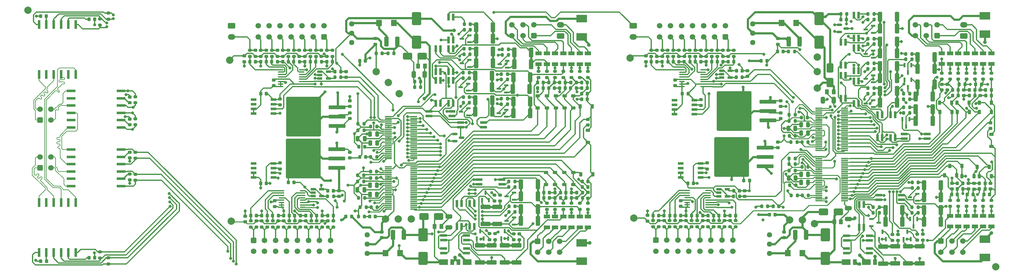
<source format=gbr>
%TF.GenerationSoftware,KiCad,Pcbnew,7.0.8*%
%TF.CreationDate,2024-01-12T20:03:42+01:00*%
%TF.ProjectId,BMS-Slave,424d532d-536c-4617-9665-2e6b69636164,rev?*%
%TF.SameCoordinates,Original*%
%TF.FileFunction,Copper,L1,Top*%
%TF.FilePolarity,Positive*%
%FSLAX46Y46*%
G04 Gerber Fmt 4.6, Leading zero omitted, Abs format (unit mm)*
G04 Created by KiCad (PCBNEW 7.0.8) date 2024-01-12 20:03:42*
%MOMM*%
%LPD*%
G01*
G04 APERTURE LIST*
G04 Aperture macros list*
%AMRoundRect*
0 Rectangle with rounded corners*
0 $1 Rounding radius*
0 $2 $3 $4 $5 $6 $7 $8 $9 X,Y pos of 4 corners*
0 Add a 4 corners polygon primitive as box body*
4,1,4,$2,$3,$4,$5,$6,$7,$8,$9,$2,$3,0*
0 Add four circle primitives for the rounded corners*
1,1,$1+$1,$2,$3*
1,1,$1+$1,$4,$5*
1,1,$1+$1,$6,$7*
1,1,$1+$1,$8,$9*
0 Add four rect primitives between the rounded corners*
20,1,$1+$1,$2,$3,$4,$5,0*
20,1,$1+$1,$4,$5,$6,$7,0*
20,1,$1+$1,$6,$7,$8,$9,0*
20,1,$1+$1,$8,$9,$2,$3,0*%
G04 Aperture macros list end*
%TA.AperFunction,SMDPad,CuDef*%
%ADD10RoundRect,0.225000X-0.250000X0.225000X-0.250000X-0.225000X0.250000X-0.225000X0.250000X0.225000X0*%
%TD*%
%TA.AperFunction,SMDPad,CuDef*%
%ADD11R,0.650000X1.850000*%
%TD*%
%TA.AperFunction,SMDPad,CuDef*%
%ADD12RoundRect,0.200000X-0.200000X-0.275000X0.200000X-0.275000X0.200000X0.275000X-0.200000X0.275000X0*%
%TD*%
%TA.AperFunction,SMDPad,CuDef*%
%ADD13RoundRect,0.225000X-0.225000X-0.250000X0.225000X-0.250000X0.225000X0.250000X-0.225000X0.250000X0*%
%TD*%
%TA.AperFunction,SMDPad,CuDef*%
%ADD14RoundRect,0.200000X0.275000X-0.200000X0.275000X0.200000X-0.275000X0.200000X-0.275000X-0.200000X0*%
%TD*%
%TA.AperFunction,SMDPad,CuDef*%
%ADD15R,1.670000X1.100000*%
%TD*%
%TA.AperFunction,SMDPad,CuDef*%
%ADD16RoundRect,0.200000X0.200000X0.275000X-0.200000X0.275000X-0.200000X-0.275000X0.200000X-0.275000X0*%
%TD*%
%TA.AperFunction,SMDPad,CuDef*%
%ADD17RoundRect,0.200000X-0.275000X0.200000X-0.275000X-0.200000X0.275000X-0.200000X0.275000X0.200000X0*%
%TD*%
%TA.AperFunction,SMDPad,CuDef*%
%ADD18RoundRect,0.225000X0.225000X0.250000X-0.225000X0.250000X-0.225000X-0.250000X0.225000X-0.250000X0*%
%TD*%
%TA.AperFunction,SMDPad,CuDef*%
%ADD19RoundRect,0.250000X-0.362500X-1.075000X0.362500X-1.075000X0.362500X1.075000X-0.362500X1.075000X0*%
%TD*%
%TA.AperFunction,ComponentPad*%
%ADD20C,2.000000*%
%TD*%
%TA.AperFunction,SMDPad,CuDef*%
%ADD21R,1.525000X0.650000*%
%TD*%
%TA.AperFunction,SMDPad,CuDef*%
%ADD22R,0.750000X2.350000*%
%TD*%
%TA.AperFunction,SMDPad,CuDef*%
%ADD23RoundRect,0.225000X0.225000X0.375000X-0.225000X0.375000X-0.225000X-0.375000X0.225000X-0.375000X0*%
%TD*%
%TA.AperFunction,SMDPad,CuDef*%
%ADD24RoundRect,0.250000X-1.075000X0.362500X-1.075000X-0.362500X1.075000X-0.362500X1.075000X0.362500X0*%
%TD*%
%TA.AperFunction,SMDPad,CuDef*%
%ADD25R,1.168400X0.533400*%
%TD*%
%TA.AperFunction,ComponentPad*%
%ADD26RoundRect,0.250001X-0.759999X0.499999X-0.759999X-0.499999X0.759999X-0.499999X0.759999X0.499999X0*%
%TD*%
%TA.AperFunction,ComponentPad*%
%ADD27O,2.020000X1.500000*%
%TD*%
%TA.AperFunction,SMDPad,CuDef*%
%ADD28R,0.533400X1.168400*%
%TD*%
%TA.AperFunction,SMDPad,CuDef*%
%ADD29RoundRect,0.225000X0.250000X-0.225000X0.250000X0.225000X-0.250000X0.225000X-0.250000X-0.225000X0*%
%TD*%
%TA.AperFunction,SMDPad,CuDef*%
%ADD30RoundRect,0.250000X-0.262500X-0.450000X0.262500X-0.450000X0.262500X0.450000X-0.262500X0.450000X0*%
%TD*%
%TA.AperFunction,SMDPad,CuDef*%
%ADD31C,2.000000*%
%TD*%
%TA.AperFunction,SMDPad,CuDef*%
%ADD32R,2.950000X2.020000*%
%TD*%
%TA.AperFunction,SMDPad,CuDef*%
%ADD33RoundRect,0.100000X0.637500X0.100000X-0.637500X0.100000X-0.637500X-0.100000X0.637500X-0.100000X0*%
%TD*%
%TA.AperFunction,SMDPad,CuDef*%
%ADD34RoundRect,0.218750X-0.218750X-0.256250X0.218750X-0.256250X0.218750X0.256250X-0.218750X0.256250X0*%
%TD*%
%TA.AperFunction,SMDPad,CuDef*%
%ADD35RoundRect,0.250000X1.000000X0.650000X-1.000000X0.650000X-1.000000X-0.650000X1.000000X-0.650000X0*%
%TD*%
%TA.AperFunction,SMDPad,CuDef*%
%ADD36RoundRect,0.250000X2.050000X0.300000X-2.050000X0.300000X-2.050000X-0.300000X2.050000X-0.300000X0*%
%TD*%
%TA.AperFunction,SMDPad,CuDef*%
%ADD37RoundRect,0.250000X2.025000X2.375000X-2.025000X2.375000X-2.025000X-2.375000X2.025000X-2.375000X0*%
%TD*%
%TA.AperFunction,SMDPad,CuDef*%
%ADD38RoundRect,0.250002X4.449998X5.149998X-4.449998X5.149998X-4.449998X-5.149998X4.449998X-5.149998X0*%
%TD*%
%TA.AperFunction,SMDPad,CuDef*%
%ADD39R,1.850000X0.650000*%
%TD*%
%TA.AperFunction,SMDPad,CuDef*%
%ADD40RoundRect,0.250000X0.250000X0.475000X-0.250000X0.475000X-0.250000X-0.475000X0.250000X-0.475000X0*%
%TD*%
%TA.AperFunction,SMDPad,CuDef*%
%ADD41RoundRect,0.025600X0.924400X0.134400X-0.924400X0.134400X-0.924400X-0.134400X0.924400X-0.134400X0*%
%TD*%
%TA.AperFunction,SMDPad,CuDef*%
%ADD42RoundRect,0.225000X0.375000X-0.225000X0.375000X0.225000X-0.375000X0.225000X-0.375000X-0.225000X0*%
%TD*%
%TA.AperFunction,SMDPad,CuDef*%
%ADD43R,1.500000X1.800000*%
%TD*%
%TA.AperFunction,SMDPad,CuDef*%
%ADD44RoundRect,0.250000X1.000000X-1.500000X1.000000X1.500000X-1.000000X1.500000X-1.000000X-1.500000X0*%
%TD*%
%TA.AperFunction,SMDPad,CuDef*%
%ADD45R,2.400000X1.500000*%
%TD*%
%TA.AperFunction,SMDPad,CuDef*%
%ADD46R,1.050000X1.500000*%
%TD*%
%TA.AperFunction,SMDPad,CuDef*%
%ADD47RoundRect,0.218750X0.218750X0.256250X-0.218750X0.256250X-0.218750X-0.256250X0.218750X-0.256250X0*%
%TD*%
%TA.AperFunction,ComponentPad*%
%ADD48C,1.440000*%
%TD*%
%TA.AperFunction,SMDPad,CuDef*%
%ADD49RoundRect,0.225000X-0.375000X0.225000X-0.375000X-0.225000X0.375000X-0.225000X0.375000X0.225000X0*%
%TD*%
%TA.AperFunction,SMDPad,CuDef*%
%ADD50RoundRect,0.250000X-0.325000X-1.100000X0.325000X-1.100000X0.325000X1.100000X-0.325000X1.100000X0*%
%TD*%
%TA.AperFunction,SMDPad,CuDef*%
%ADD51RoundRect,0.250000X0.262500X0.450000X-0.262500X0.450000X-0.262500X-0.450000X0.262500X-0.450000X0*%
%TD*%
%TA.AperFunction,ComponentPad*%
%ADD52RoundRect,0.250001X0.499999X0.499999X-0.499999X0.499999X-0.499999X-0.499999X0.499999X-0.499999X0*%
%TD*%
%TA.AperFunction,ComponentPad*%
%ADD53C,1.500000*%
%TD*%
%TA.AperFunction,ComponentPad*%
%ADD54RoundRect,0.250001X-0.499999X-0.499999X0.499999X-0.499999X0.499999X0.499999X-0.499999X0.499999X0*%
%TD*%
%TA.AperFunction,SMDPad,CuDef*%
%ADD55RoundRect,0.225000X-0.225000X-0.375000X0.225000X-0.375000X0.225000X0.375000X-0.225000X0.375000X0*%
%TD*%
%TA.AperFunction,SMDPad,CuDef*%
%ADD56RoundRect,0.042000X-0.653000X-0.258000X0.653000X-0.258000X0.653000X0.258000X-0.653000X0.258000X0*%
%TD*%
%TA.AperFunction,ComponentPad*%
%ADD57RoundRect,0.250001X0.499999X-0.499999X0.499999X0.499999X-0.499999X0.499999X-0.499999X-0.499999X0*%
%TD*%
%TA.AperFunction,SMDPad,CuDef*%
%ADD58RoundRect,0.250000X0.325000X1.100000X-0.325000X1.100000X-0.325000X-1.100000X0.325000X-1.100000X0*%
%TD*%
%TA.AperFunction,ComponentPad*%
%ADD59RoundRect,0.250001X0.759999X-0.499999X0.759999X0.499999X-0.759999X0.499999X-0.759999X-0.499999X0*%
%TD*%
%TA.AperFunction,SMDPad,CuDef*%
%ADD60RoundRect,0.150000X-0.587500X-0.150000X0.587500X-0.150000X0.587500X0.150000X-0.587500X0.150000X0*%
%TD*%
%TA.AperFunction,SMDPad,CuDef*%
%ADD61RoundRect,0.250000X-0.650000X0.325000X-0.650000X-0.325000X0.650000X-0.325000X0.650000X0.325000X0*%
%TD*%
%TA.AperFunction,SMDPad,CuDef*%
%ADD62RoundRect,0.250000X0.650000X-1.000000X0.650000X1.000000X-0.650000X1.000000X-0.650000X-1.000000X0*%
%TD*%
%TA.AperFunction,SMDPad,CuDef*%
%ADD63RoundRect,0.250000X0.325000X0.650000X-0.325000X0.650000X-0.325000X-0.650000X0.325000X-0.650000X0*%
%TD*%
%TA.AperFunction,SMDPad,CuDef*%
%ADD64R,2.350000X0.750000*%
%TD*%
%TA.AperFunction,ViaPad*%
%ADD65C,0.800000*%
%TD*%
%TA.AperFunction,ViaPad*%
%ADD66C,1.000000*%
%TD*%
%TA.AperFunction,Conductor*%
%ADD67C,0.300000*%
%TD*%
%TA.AperFunction,Conductor*%
%ADD68C,0.250000*%
%TD*%
%TA.AperFunction,Conductor*%
%ADD69C,0.600000*%
%TD*%
%TA.AperFunction,Conductor*%
%ADD70C,0.200000*%
%TD*%
G04 APERTURE END LIST*
D10*
%TO.P,C102,1*%
%TO.N,/slave2_of_2/U_Primary_ADBMS/C1*%
X341750000Y-122225000D03*
%TO.P,C102,2*%
%TO.N,/slave2_of_2/GND*%
X341750000Y-123775000D03*
%TD*%
D11*
%TO.P,IC23,1,A*%
%TO.N,Net-(IC23-A)*%
X314000000Y-110750000D03*
%TO.P,IC23,2,K*%
%TO.N,/slave2_of_2/U_Input_Fuses/Cell_Fused.0*%
X312730000Y-110750000D03*
%TO.P,IC23,3,E*%
%TO.N,/slave2_of_2/U_Passive_Balancing/GLOBAL_BAL_FEEDBACK*%
X312730000Y-117000000D03*
%TO.P,IC23,4,C*%
%TO.N,Net-(IC17-C)*%
X314000000Y-117000000D03*
%TD*%
D12*
%TO.P,R150,1*%
%TO.N,Net-(U11-ICMP)*%
X302100000Y-138000000D03*
%TO.P,R150,2*%
%TO.N,Net-(U11-IBIAS)*%
X303750000Y-138000000D03*
%TD*%
D13*
%TO.P,C101,1*%
%TO.N,/slave2_of_2/U_Primary_ADBMS/C11*%
X344475000Y-150750000D03*
%TO.P,C101,2*%
%TO.N,/slave2_of_2/U_Primary_ADBMS/C10*%
X346025000Y-150750000D03*
%TD*%
D14*
%TO.P,R42,1*%
%TO.N,/slave1_of_2/prim+3V*%
X166500000Y-114575000D03*
%TO.P,R42,2*%
%TO.N,/slave1_of_2/U_Analog_IN/T_sens2*%
X166500000Y-112925000D03*
%TD*%
D15*
%TO.P,F21,1,1*%
%TO.N,/slave2_of_2/U_Connectors/Cell.1*%
X344750000Y-113750000D03*
%TO.P,F21,2,2*%
%TO.N,/slave2_of_2/U_Input_Fuses/Cell_Fused.1*%
X344750000Y-116670000D03*
%TD*%
D16*
%TO.P,R164,1*%
%TO.N,Net-(Q15-G)*%
X321750000Y-118000000D03*
%TO.P,R164,2*%
%TO.N,/slave2_of_2/U_Passive_Balancing/S4*%
X320100000Y-118000000D03*
%TD*%
D17*
%TO.P,R50,1*%
%TO.N,/slave1_of_2/U_Analog_IN/T_sens5*%
X157500000Y-112925000D03*
%TO.P,R50,2*%
%TO.N,Net-(U4-S6)*%
X157500000Y-114575000D03*
%TD*%
D18*
%TO.P,C20,1*%
%TO.N,/slave1_of_2/U_Primary_ADBMS/C9*%
X242250000Y-151750000D03*
%TO.P,C20,2*%
%TO.N,/slave1_of_2/GND*%
X240700000Y-151750000D03*
%TD*%
D11*
%TO.P,IC24,1,A*%
%TO.N,Net-(IC24-A)*%
X327500000Y-130500000D03*
%TO.P,IC24,2,K*%
%TO.N,/slave2_of_2/U_Input_Fuses/Cell_Fused.5*%
X326230000Y-130500000D03*
%TO.P,IC24,3,E*%
%TO.N,/slave2_of_2/U_Passive_Balancing/GLOBAL_BAL_FEEDBACK*%
X326230000Y-136750000D03*
%TO.P,IC24,4,C*%
%TO.N,Net-(IC17-C)*%
X327500000Y-136750000D03*
%TD*%
D19*
%TO.P,R187,1*%
%TO.N,Net-(Q19-D)*%
X323375000Y-113750000D03*
%TO.P,R187,2*%
%TO.N,/slave2_of_2/U_Input_Fuses/Cell_Fused.0*%
X328000000Y-113750000D03*
%TD*%
%TO.P,R92,1*%
%TO.N,Net-(Q5-D)*%
X213187500Y-116450000D03*
%TO.P,R92,2*%
%TO.N,/slave1_of_2/U_Input_Fuses/Cell_Fused.1*%
X217812500Y-116450000D03*
%TD*%
D11*
%TO.P,IC3,1,A*%
%TO.N,Net-(IC3-A)*%
X207000000Y-121125000D03*
%TO.P,IC3,2,K*%
%TO.N,/slave1_of_2/U_Input_Fuses/Cell_Fused.3*%
X205730000Y-121125000D03*
%TO.P,IC3,3,E*%
%TO.N,/slave1_of_2/U_Passive_Balancing/GLOBAL_BAL_FEEDBACK*%
X205730000Y-127375000D03*
%TO.P,IC3,4,C*%
%TO.N,Net-(IC10-C)*%
X207000000Y-127375000D03*
%TD*%
D14*
%TO.P,R72,1*%
%TO.N,Net-(Q2-G)*%
X218250000Y-154075000D03*
%TO.P,R72,2*%
%TO.N,/slave1_of_2/U_Passive_Balancing/S10*%
X218250000Y-152425000D03*
%TD*%
D20*
%TO.P,TP16,1,1*%
%TO.N,/slave2_of_2/GND*%
X306250000Y-118750000D03*
%TD*%
D17*
%TO.P,R216,1*%
%TO.N,/slave2_of_2/U_Analog_IN/T_sens3*%
X273000000Y-112925000D03*
%TO.P,R216,2*%
%TO.N,Net-(U13-S4)*%
X273000000Y-114575000D03*
%TD*%
D21*
%TO.P,IC2,1,DU_1*%
%TO.N,unconnected-(IC2-DU_1-Pad1)*%
X152538000Y-143845000D03*
%TO.P,IC2,2,DU_2*%
%TO.N,unconnected-(IC2-DU_2-Pad2)*%
X152538000Y-145115000D03*
%TO.P,IC2,3,E2*%
%TO.N,/slave1_of_2/GND*%
X152538000Y-146385000D03*
%TO.P,IC2,4,VSS*%
X152538000Y-147655000D03*
%TO.P,IC2,5,SDA*%
%TO.N,/slave1_of_2/SDA2*%
X157962000Y-147655000D03*
%TO.P,IC2,6,SCL*%
%TO.N,/slave1_of_2/SCL2*%
X157962000Y-146385000D03*
%TO.P,IC2,7,~{WC}*%
%TO.N,Net-(IC2-~{WC})*%
X157962000Y-145115000D03*
%TO.P,IC2,8,VCC*%
%TO.N,/slave1_of_2/sec+5v*%
X157962000Y-143845000D03*
%TD*%
D11*
%TO.P,IC4,1,A*%
%TO.N,Net-(IC4-A)*%
X209250000Y-154750000D03*
%TO.P,IC4,2,K*%
%TO.N,/slave1_of_2/U_Input_Fuses/Cell_Fused.8*%
X207980000Y-154750000D03*
%TO.P,IC4,3,E*%
%TO.N,/slave1_of_2/U_Passive_Balancing/GLOBAL_BAL_FEEDBACK*%
X207980000Y-161000000D03*
%TO.P,IC4,4,C*%
%TO.N,Net-(IC10-C)*%
X209250000Y-161000000D03*
%TD*%
D17*
%TO.P,R214,1*%
%TO.N,/slave2_of_2/U_Analog_IN/T_sens1*%
X279000000Y-112925000D03*
%TO.P,R214,2*%
%TO.N,Net-(U13-S2)*%
X279000000Y-114575000D03*
%TD*%
D22*
%TO.P,T1,1,PRI_1*%
%TO.N,/slave1_of_2/U_Primary_ADBMS/isoSPI_OUT+*%
X104000000Y-154477144D03*
%TO.P,T1,2,PRI_2*%
%TO.N,unconnected-(T1-PRI_2-Pad2)*%
X102000000Y-154477144D03*
%TO.P,T1,3,PRI_3*%
%TO.N,/slave1_of_2/U_Primary_ADBMS/isoSPI_OUT-*%
X100000000Y-154477144D03*
%TO.P,T1,4,PRI_4*%
%TO.N,/slave1_of_2/U_Primary_ADBMS/isoSPI_IN+*%
X98000000Y-154477144D03*
%TO.P,T1,5,PRI_5*%
%TO.N,unconnected-(T1-PRI_5-Pad5)*%
X96000000Y-154477144D03*
%TO.P,T1,6,PRI_6*%
%TO.N,/slave1_of_2/U_Primary_ADBMS/isoSPI_IN-*%
X94000000Y-154477144D03*
%TO.P,T1,7,SEC_1*%
%TO.N,/slave1_of_2/U_Primary_ADBMS/IN_M1*%
X94000000Y-168077144D03*
%TO.P,T1,8,SEC_2*%
%TO.N,Net-(T1-SEC_2)*%
X96000000Y-168077144D03*
%TO.P,T1,9,SEC_3*%
%TO.N,/slave1_of_2/U_Primary_ADBMS/IN_P1*%
X98000000Y-168077144D03*
%TO.P,T1,10,SEC_4*%
%TO.N,/slave1_of_2/U_Primary_ADBMS/OUT_M1*%
X100000000Y-168077144D03*
%TO.P,T1,11,SEC_5*%
%TO.N,Net-(T1-SEC_5)*%
X102000000Y-168077144D03*
%TO.P,T1,12,SEC_6*%
%TO.N,/slave1_of_2/U_Primary_ADBMS/OUT_P1*%
X104000000Y-168077144D03*
%TD*%
D14*
%TO.P,R27,1*%
%TO.N,/slave1_of_2/U_Input_Fuses/Cell_Fused.6*%
X243750000Y-156325000D03*
%TO.P,R27,2*%
%TO.N,/slave1_of_2/U_Primary_ADBMS/C7*%
X243750000Y-154675000D03*
%TD*%
D23*
%TO.P,D32,1,K*%
%TO.N,/slave2_of_2/U_Primary_ADBMS/C2*%
X342900000Y-127250000D03*
%TO.P,D32,2,A*%
%TO.N,/slave2_of_2/U_Primary_ADBMS/C1*%
X339600000Y-127250000D03*
%TD*%
D24*
%TO.P,R77,1*%
%TO.N,Net-(Q2-D)*%
X219000000Y-155687500D03*
%TO.P,R77,2*%
%TO.N,/slave1_of_2/U_Input_Fuses/Cell_Fused.8*%
X219000000Y-160312500D03*
%TD*%
D16*
%TO.P,R90,1*%
%TO.N,Net-(Q6-D)*%
X223797500Y-148750000D03*
%TO.P,R90,2*%
%TO.N,Net-(IC8-A)*%
X222147500Y-148750000D03*
%TD*%
D15*
%TO.P,F30,1,1*%
%TO.N,/slave2_of_2/U_Connectors/Cell.8*%
X349250000Y-161000000D03*
%TO.P,F30,2,2*%
%TO.N,/slave2_of_2/U_Input_Fuses/Cell_Fused.8*%
X349250000Y-158080000D03*
%TD*%
D25*
%TO.P,Q11,1,D*%
%TO.N,Net-(Q11-D)*%
X221444500Y-131050001D03*
%TO.P,Q11,2,S*%
%TO.N,/slave1_of_2/U_Input_Fuses/Cell_Fused.5*%
X221444500Y-129149999D03*
%TO.P,Q11,3,G*%
%TO.N,Net-(Q11-G)*%
X219412500Y-130100000D03*
%TD*%
D26*
%TO.P,J13,1,1*%
%TO.N,/slave2_of_2/GND*%
X256040000Y-106250000D03*
D27*
%TO.P,J13,2,2*%
%TO.N,/slave2_of_2/U_Analog_IN/T_sens7*%
X256040000Y-109250000D03*
%TD*%
D28*
%TO.P,Q13,1,D*%
%TO.N,Net-(Q13-D)*%
X331950001Y-120968000D03*
%TO.P,Q13,2,S*%
%TO.N,/slave2_of_2/U_Input_Fuses/Cell_Fused.4*%
X330049999Y-120968000D03*
%TO.P,Q13,3,G*%
%TO.N,Net-(Q13-G)*%
X331000000Y-123000000D03*
%TD*%
D29*
%TO.P,C86,1*%
%TO.N,/slave2_of_2/U_Primary_ADBMS/C7*%
X353500000Y-150775000D03*
%TO.P,C86,2*%
%TO.N,/slave2_of_2/GND*%
X353500000Y-149225000D03*
%TD*%
D17*
%TO.P,R33,1*%
%TO.N,/slave1_of_2/U_Input_Fuses/Cell_Fused.1*%
X234750000Y-118675000D03*
%TO.P,R33,2*%
%TO.N,/slave1_of_2/U_Primary_ADBMS/C2*%
X234750000Y-120325000D03*
%TD*%
D24*
%TO.P,R105,1*%
%TO.N,Net-(Q9-D)*%
X217500000Y-166187500D03*
%TO.P,R105,2*%
%TO.N,/slave1_of_2/U_Input_Fuses/Cell_Fused.10*%
X217500000Y-170812500D03*
%TD*%
D18*
%TO.P,C29,1*%
%TO.N,/slave1_of_2/U_Primary_ADBMS/C5*%
X243550000Y-121750000D03*
%TO.P,C29,2*%
%TO.N,/slave1_of_2/U_Primary_ADBMS/C4*%
X242000000Y-121750000D03*
%TD*%
D14*
%TO.P,R97,1*%
%TO.N,Net-(Q9-G)*%
X216900000Y-164625000D03*
%TO.P,R97,2*%
%TO.N,/slave1_of_2/U_Passive_Balancing/S12*%
X216900000Y-162975000D03*
%TD*%
D25*
%TO.P,Q5,1,D*%
%TO.N,Net-(Q5-D)*%
X211328500Y-117450001D03*
%TO.P,Q5,2,S*%
%TO.N,/slave1_of_2/U_Input_Fuses/Cell_Fused.2*%
X211328500Y-115549999D03*
%TO.P,Q5,3,G*%
%TO.N,Net-(Q5-G)*%
X209296500Y-116500000D03*
%TD*%
D28*
%TO.P,Q16,1,D*%
%TO.N,Net-(Q16-D)*%
X333500000Y-158934001D03*
%TO.P,Q16,2,S*%
%TO.N,/slave2_of_2/U_Input_Fuses/Cell_Fused.8*%
X331599998Y-158934001D03*
%TO.P,Q16,3,G*%
%TO.N,Net-(Q16-G)*%
X332549999Y-160966001D03*
%TD*%
D29*
%TO.P,C126,1*%
%TO.N,/slave2_of_2/sec+3v*%
X260000000Y-159525000D03*
%TO.P,C126,2*%
%TO.N,/slave2_of_2/GND*%
X260000000Y-157975000D03*
%TD*%
D30*
%TO.P,R122,1*%
%TO.N,/slave2_of_2/EXT_DC_ISO_sec*%
X310925000Y-159750000D03*
%TO.P,R122,2*%
%TO.N,Net-(U9-V+)*%
X312750000Y-159750000D03*
%TD*%
D10*
%TO.P,C52,1*%
%TO.N,/slave1_of_2/sec+5v*%
X158250000Y-154000000D03*
%TO.P,C52,2*%
%TO.N,/slave1_of_2/GND*%
X158250000Y-155550000D03*
%TD*%
D23*
%TO.P,D11,1,K*%
%TO.N,/slave1_of_2/U_Primary_ADBMS/C6*%
X244900000Y-128250000D03*
%TO.P,D11,2,A*%
%TO.N,/slave1_of_2/U_Primary_ADBMS/C5*%
X241600000Y-128250000D03*
%TD*%
D31*
%TO.P,FID1,*%
%TO.N,*%
X91000000Y-102000000D03*
%TD*%
D28*
%TO.P,Q17,1,D*%
%TO.N,Net-(Q17-D)*%
X331950001Y-116968000D03*
%TO.P,Q17,2,S*%
%TO.N,/slave2_of_2/U_Input_Fuses/Cell_Fused.2*%
X330049999Y-116968000D03*
%TO.P,Q17,3,G*%
%TO.N,Net-(Q17-G)*%
X331000000Y-119000000D03*
%TD*%
D29*
%TO.P,C53,1*%
%TO.N,/slave1_of_2/sec+3v*%
X150250000Y-159750000D03*
%TO.P,C53,2*%
%TO.N,/slave1_of_2/GND*%
X150250000Y-158200000D03*
%TD*%
D16*
%TO.P,R111,1*%
%TO.N,Net-(Q11-D)*%
X221737500Y-126100000D03*
%TO.P,R111,2*%
%TO.N,Net-(IC13-A)*%
X220087500Y-126100000D03*
%TD*%
D19*
%TO.P,R76,1*%
%TO.N,Net-(Q1-D)*%
X212937500Y-123000000D03*
%TO.P,R76,2*%
%TO.N,/slave1_of_2/U_Input_Fuses/Cell_Fused.3*%
X217562500Y-123000000D03*
%TD*%
D16*
%TO.P,R174,1*%
%TO.N,Net-(Q17-D)*%
X332075000Y-113885000D03*
%TO.P,R174,2*%
%TO.N,Net-(IC21-A)*%
X330425000Y-113885000D03*
%TD*%
D19*
%TO.P,R169,1*%
%TO.N,Net-(Q15-D)*%
X323375000Y-120500000D03*
%TO.P,R169,2*%
%TO.N,/slave2_of_2/U_Input_Fuses/Cell_Fused.2*%
X328000000Y-120500000D03*
%TD*%
D12*
%TO.P,R17,1*%
%TO.N,Net-(U2-ICMP)*%
X184600000Y-155750000D03*
%TO.P,R17,2*%
%TO.N,Net-(U2-IBIAS)*%
X186250000Y-155750000D03*
%TD*%
D19*
%TO.P,R85,1*%
%TO.N,Net-(Q4-D)*%
X225437500Y-156250000D03*
%TO.P,R85,2*%
%TO.N,/slave1_of_2/U_Input_Fuses/Cell_Fused.7*%
X230062500Y-156250000D03*
%TD*%
D32*
%TO.P,F6,1,1*%
%TO.N,/slave1_of_2/U_Connectors/Cell.11*%
X242000000Y-170500000D03*
%TO.P,F6,2,2*%
%TO.N,/slave1_of_2/VBAT+*%
X242000000Y-165500000D03*
%TD*%
D14*
%TO.P,R230,1*%
%TO.N,/slave2_of_2/U_Analog_IN/T_sens9*%
X279500000Y-161075000D03*
%TO.P,R230,2*%
%TO.N,Net-(U14-S2)*%
X279500000Y-159425000D03*
%TD*%
D33*
%TO.P,U5,1,SCL*%
%TO.N,/slave1_of_2/SCL2*%
X165862500Y-155775000D03*
%TO.P,U5,2,~{RESET}*%
%TO.N,/slave1_of_2/sec+5v*%
X165862500Y-155125000D03*
%TO.P,U5,3,SDA*%
%TO.N,/slave1_of_2/SDA2*%
X165862500Y-154475000D03*
%TO.P,U5,4,S1*%
%TO.N,Net-(U5-S1)*%
X165862500Y-153825000D03*
%TO.P,U5,5,S2*%
%TO.N,Net-(U5-S2)*%
X165862500Y-153175000D03*
%TO.P,U5,6,S3*%
%TO.N,Net-(U5-S3)*%
X165862500Y-152525000D03*
%TO.P,U5,7,S4*%
%TO.N,Net-(U5-S4)*%
X165862500Y-151875000D03*
%TO.P,U5,8,D*%
%TO.N,/slave1_of_2/U_Analog_IN/OPA_TEMP_sec*%
X165862500Y-151225000D03*
%TO.P,U5,9,S8*%
%TO.N,Net-(U5-S8)*%
X160137500Y-151225000D03*
%TO.P,U5,10,S7*%
%TO.N,Net-(U5-S7)*%
X160137500Y-151875000D03*
%TO.P,U5,11,S6*%
%TO.N,Net-(U5-S6)*%
X160137500Y-152525000D03*
%TO.P,U5,12,S5*%
%TO.N,Net-(U5-S5)*%
X160137500Y-153175000D03*
%TO.P,U5,13,VDD*%
%TO.N,/slave1_of_2/sec+5v*%
X160137500Y-153825000D03*
%TO.P,U5,14,GND*%
%TO.N,/slave1_of_2/GND*%
X160137500Y-154475000D03*
%TO.P,U5,15,A1*%
X160137500Y-155125000D03*
%TO.P,U5,16,A0*%
X160137500Y-155775000D03*
%TD*%
D18*
%TO.P,C11,1*%
%TO.N,/slave1_of_2/sec+5v*%
X156000000Y-149250000D03*
%TO.P,C11,2*%
%TO.N,/slave1_of_2/GND*%
X154450000Y-149250000D03*
%TD*%
D34*
%TO.P,D4,1,K*%
%TO.N,Net-(D4-K)*%
X184175000Y-158250000D03*
%TO.P,D4,2,A*%
%TO.N,/slave1_of_2/sec+5v*%
X185750000Y-158250000D03*
%TD*%
D35*
%TO.P,D3,1,A1*%
%TO.N,/slave1_of_2/EXT_DC_ISO_prim*%
X198500000Y-114500000D03*
%TO.P,D3,2,A2*%
%TO.N,/slave1_of_2/GND*%
X194500000Y-114500000D03*
%TD*%
D36*
%TO.P,U20,1,GND*%
%TO.N,/slave2_of_2/GND*%
X292775000Y-132040000D03*
%TO.P,U20,2,VO*%
%TO.N,Net-(U20-VO)*%
X292775000Y-129500000D03*
D37*
X286050000Y-132275000D03*
X286050000Y-126725000D03*
D38*
X283625000Y-129500000D03*
D37*
X281200000Y-132275000D03*
X281200000Y-126725000D03*
D36*
%TO.P,U20,3,VI*%
%TO.N,Net-(U12-+VOUT)*%
X292775000Y-126960000D03*
%TD*%
D16*
%TO.P,R73,1*%
%TO.N,Net-(Q1-D)*%
X211325000Y-119000000D03*
%TO.P,R73,2*%
%TO.N,Net-(IC3-A)*%
X209675000Y-119000000D03*
%TD*%
%TO.P,R87,1*%
%TO.N,Net-(Q5-G)*%
X211575000Y-114000000D03*
%TO.P,R87,2*%
%TO.N,/slave1_of_2/U_Passive_Balancing/S3*%
X209925000Y-114000000D03*
%TD*%
D39*
%TO.P,IC20,1,A*%
%TO.N,Net-(IC20-A)*%
X329250000Y-153750000D03*
%TO.P,IC20,2,K*%
%TO.N,/slave2_of_2/U_Input_Fuses/Cell_Fused.7*%
X329250000Y-152480000D03*
%TO.P,IC20,3,E*%
%TO.N,/slave2_of_2/U_Passive_Balancing/GLOBAL_BAL_FEEDBACK*%
X323000000Y-152480000D03*
%TO.P,IC20,4,C*%
%TO.N,Net-(IC17-C)*%
X323000000Y-153750000D03*
%TD*%
D18*
%TO.P,C88,1*%
%TO.N,/slave2_of_2/U_Primary_ADBMS/C6*%
X353775000Y-125250000D03*
%TO.P,C88,2*%
%TO.N,/slave2_of_2/GND*%
X352225000Y-125250000D03*
%TD*%
D19*
%TO.P,R91,1*%
%TO.N,Net-(Q5-D)*%
X213187500Y-113250000D03*
%TO.P,R91,2*%
%TO.N,/slave1_of_2/U_Input_Fuses/Cell_Fused.1*%
X217812500Y-113250000D03*
%TD*%
D40*
%TO.P,C9,1*%
%TO.N,/slave1_of_2/U_Secondary_ADBMS/sec3v3*%
X182725000Y-151000000D03*
%TO.P,C9,2*%
%TO.N,/slave1_of_2/GND*%
X180825000Y-151000000D03*
%TD*%
D41*
%TO.P,U2,1,V+*%
%TO.N,Net-(U2-V+)*%
X196250000Y-156250000D03*
%TO.P,U2,2,C12*%
%TO.N,/slave1_of_2/U_Primary_ADBMS/C12*%
X196250000Y-155750000D03*
%TO.P,U2,3,S12*%
%TO.N,unconnected-(U2-S12-Pad3)*%
X196250000Y-155250000D03*
%TO.P,U2,4,C11*%
%TO.N,/slave1_of_2/U_Primary_ADBMS/C11*%
X196250000Y-154750000D03*
%TO.P,U2,5,S11*%
%TO.N,unconnected-(U2-S11-Pad5)*%
X196250000Y-154250000D03*
%TO.P,U2,6,C10*%
%TO.N,/slave1_of_2/U_Primary_ADBMS/C10*%
X196250000Y-153750000D03*
%TO.P,U2,7,S10*%
%TO.N,unconnected-(U2-S10-Pad7)*%
X196250000Y-153250000D03*
%TO.P,U2,8,C9*%
%TO.N,/slave1_of_2/U_Primary_ADBMS/C9*%
X196250000Y-152750000D03*
%TO.P,U2,9,S9*%
%TO.N,unconnected-(U2-S9-Pad9)*%
X196250000Y-152250000D03*
%TO.P,U2,10,C8*%
%TO.N,/slave1_of_2/U_Primary_ADBMS/C8*%
X196250000Y-151750000D03*
%TO.P,U2,11,S8*%
%TO.N,unconnected-(U2-S8-Pad11)*%
X196250000Y-151250000D03*
%TO.P,U2,12,C7*%
%TO.N,/slave1_of_2/U_Primary_ADBMS/C7*%
X196250000Y-150750000D03*
%TO.P,U2,13,S7*%
%TO.N,unconnected-(U2-S7-Pad13)*%
X196250000Y-150250000D03*
%TO.P,U2,14,C6*%
%TO.N,/slave1_of_2/U_Primary_ADBMS/C6*%
X196250000Y-149750000D03*
%TO.P,U2,15,S6*%
%TO.N,unconnected-(U2-S6-Pad15)*%
X196250000Y-149250000D03*
%TO.P,U2,16,C5*%
%TO.N,/slave1_of_2/U_Primary_ADBMS/C5*%
X196250000Y-148750000D03*
%TO.P,U2,17,S5*%
%TO.N,unconnected-(U2-S5-Pad17)*%
X196250000Y-148250000D03*
%TO.P,U2,18,C4*%
%TO.N,/slave1_of_2/U_Primary_ADBMS/C4*%
X196250000Y-147750000D03*
%TO.P,U2,19,S4*%
%TO.N,unconnected-(U2-S4-Pad19)*%
X196250000Y-147250000D03*
%TO.P,U2,20,C3*%
%TO.N,/slave1_of_2/U_Primary_ADBMS/C3*%
X196250000Y-146750000D03*
%TO.P,U2,21,S3*%
%TO.N,unconnected-(U2-S3-Pad21)*%
X196250000Y-146250000D03*
%TO.P,U2,22,C2*%
%TO.N,/slave1_of_2/U_Primary_ADBMS/C2*%
X196250000Y-145750000D03*
%TO.P,U2,23,S2*%
%TO.N,unconnected-(U2-S2-Pad23)*%
X196250000Y-145250000D03*
%TO.P,U2,24,C1*%
%TO.N,/slave1_of_2/U_Primary_ADBMS/C1*%
X196250000Y-144750000D03*
%TO.P,U2,25,S1*%
%TO.N,unconnected-(U2-S1-Pad25)*%
X189240000Y-144750000D03*
%TO.P,U2,26,C0*%
%TO.N,/slave1_of_2/U_Primary_ADBMS/C0*%
X189240000Y-145250000D03*
%TO.P,U2,27,GPIO1*%
%TO.N,/slave1_of_2/Temp_MUX_sec*%
X189240000Y-145750000D03*
%TO.P,U2,28,GPIO2*%
%TO.N,Net-(U2-GPIO2)*%
X189240000Y-146250000D03*
%TO.P,U2,29,GPIO3*%
%TO.N,Net-(U2-GPIO3)*%
X189240000Y-146750000D03*
%TO.P,U2,30,V-*%
%TO.N,/slave1_of_2/GND*%
X189240000Y-147250000D03*
%TO.P,U2,31,V-__1*%
X189240000Y-147750000D03*
%TO.P,U2,32,GPIO4*%
%TO.N,/slave1_of_2/SDA2*%
X189240000Y-148250000D03*
%TO.P,U2,33,GPIO5*%
%TO.N,/slave1_of_2/SCL2*%
X189240000Y-148750000D03*
%TO.P,U2,34,VREF2*%
%TO.N,/slave1_of_2/sec+3v*%
X189240000Y-149250000D03*
%TO.P,U2,35,VREF1*%
%TO.N,/slave1_of_2/U_Secondary_ADBMS/sec3v3*%
X189240000Y-149750000D03*
%TO.P,U2,36,DTEN*%
%TO.N,/slave1_of_2/GND*%
X189240000Y-150250000D03*
%TO.P,U2,37,VREG*%
%TO.N,/slave1_of_2/sec+5v*%
X189240000Y-150750000D03*
%TO.P,U2,38,DRIVE*%
%TO.N,unconnected-(U2-DRIVE-Pad38)*%
X189240000Y-151250000D03*
%TO.P,U2,39,WDT*%
%TO.N,Net-(U2-WDT)*%
X189240000Y-151750000D03*
%TO.P,U2,40,ISOMD*%
%TO.N,/slave1_of_2/sec+5v*%
X189240000Y-152250000D03*
%TO.P,U2,41,CSB/IMA*%
%TO.N,/slave1_of_2/U_Secondary_ADBMS/IN_M1*%
X189240000Y-152750000D03*
%TO.P,U2,42,SCK/IPA*%
%TO.N,/slave1_of_2/U_Secondary_ADBMS/IN_P1*%
X189240000Y-153250000D03*
%TO.P,U2,43,SDI/NC*%
%TO.N,unconnected-(U2-SDI{slash}NC-Pad43)*%
X189240000Y-153750000D03*
%TO.P,U2,44,SDO/NC*%
%TO.N,unconnected-(U2-SDO{slash}NC-Pad44)*%
X189240000Y-154250000D03*
%TO.P,U2,45,IBIAS*%
%TO.N,Net-(U2-IBIAS)*%
X189240000Y-154750000D03*
%TO.P,U2,46,ICMP*%
%TO.N,Net-(U2-ICMP)*%
X189240000Y-155250000D03*
%TO.P,U2,47,IMB*%
%TO.N,/slave1_of_2/U_Secondary_ADBMS/OUT_M1*%
X189240000Y-155750000D03*
%TO.P,U2,48,IPB*%
%TO.N,/slave1_of_2/U_Secondary_ADBMS/OUT_P1*%
X189240000Y-156250000D03*
%TD*%
D18*
%TO.P,C45,1*%
%TO.N,/slave1_of_2/GND*%
X171025000Y-116000000D03*
%TO.P,C45,2*%
%TO.N,Net-(U4-S2)*%
X169475000Y-116000000D03*
%TD*%
D17*
%TO.P,R60,1*%
%TO.N,/slave1_of_2/sec+3v*%
X172750000Y-159500000D03*
%TO.P,R60,2*%
%TO.N,/slave1_of_2/U_Analog_IN/T_sens8*%
X172750000Y-161150000D03*
%TD*%
D26*
%TO.P,J7,1,1*%
%TO.N,/slave1_of_2/GND*%
X146500000Y-106250000D03*
D27*
%TO.P,J7,2,2*%
%TO.N,/slave1_of_2/U_Analog_IN/T_sens7*%
X146500000Y-109250000D03*
%TD*%
D14*
%TO.P,R26,1*%
%TO.N,/slave1_of_2/U_Input_Fuses/Cell_Fused.7*%
X241500000Y-156325000D03*
%TO.P,R26,2*%
%TO.N,/slave1_of_2/U_Primary_ADBMS/C8*%
X241500000Y-154675000D03*
%TD*%
D13*
%TO.P,C129,1*%
%TO.N,/slave2_of_2/GND*%
X276475000Y-158000000D03*
%TO.P,C129,2*%
%TO.N,Net-(U14-S3)*%
X278025000Y-158000000D03*
%TD*%
D42*
%TO.P,D17,1,K*%
%TO.N,/slave1_of_2/U_Primary_ADBMS/C11*%
X234750000Y-149550000D03*
%TO.P,D17,2,A*%
%TO.N,/slave1_of_2/U_Primary_ADBMS/C10*%
X234750000Y-146250000D03*
%TD*%
D12*
%TO.P,R153,1*%
%TO.N,/slave2_of_2/prim+5V*%
X301925000Y-131250000D03*
%TO.P,R153,2*%
%TO.N,/slave2_of_2/SDA1*%
X303575000Y-131250000D03*
%TD*%
D23*
%TO.P,D27,1,K*%
%TO.N,/slave2_of_2/U_Primary_ADBMS/C6*%
X353750000Y-127250000D03*
%TO.P,D27,2,A*%
%TO.N,/slave2_of_2/U_Primary_ADBMS/C5*%
X350450000Y-127250000D03*
%TD*%
D43*
%TO.P,L1,1,1*%
%TO.N,/slave1_of_2/EXT_DC_ISO_prim*%
X190750000Y-105500000D03*
%TO.P,L1,2,2*%
%TO.N,Net-(U3-+VIN)*%
X186750000Y-105500000D03*
%TD*%
D14*
%TO.P,R142,1*%
%TO.N,/slave2_of_2/U_Input_Fuses/Cell_Fused.10*%
X344750000Y-155500000D03*
%TO.P,R142,2*%
%TO.N,/slave2_of_2/U_Primary_ADBMS/C11*%
X344750000Y-153850000D03*
%TD*%
D30*
%TO.P,R3,1*%
%TO.N,/slave1_of_2/EXT_DC_ISO_prim*%
X197425000Y-117250000D03*
%TO.P,R3,2*%
%TO.N,Net-(U1-V+)*%
X199250000Y-117250000D03*
%TD*%
D16*
%TO.P,R124,1*%
%TO.N,Net-(U9-ICMP)*%
X300825000Y-152500000D03*
%TO.P,R124,2*%
%TO.N,/slave2_of_2/GND*%
X299175000Y-152500000D03*
%TD*%
D44*
%TO.P,C112,1*%
%TO.N,/slave2_of_2/EXT_DC_ISO_prim*%
X306750000Y-110750000D03*
%TO.P,C112,2*%
%TO.N,/slave2_of_2/GND*%
X306750000Y-104250000D03*
%TD*%
D45*
%TO.P,D21,1,K*%
%TO.N,/slave2_of_2/EXT_DC_ISO_sec*%
X314175000Y-170750000D03*
D46*
%TO.P,D21,2,A*%
%TO.N,/slave2_of_2/VBAT+*%
X316550000Y-170750000D03*
%TD*%
D14*
%TO.P,R18,1*%
%TO.N,/slave1_of_2/U_Secondary_ADBMS/OUT_M1*%
X120250000Y-142400000D03*
%TO.P,R18,2*%
%TO.N,/slave1_of_2/U_Secondary_ADBMS/OUT_P1*%
X120250000Y-140750000D03*
%TD*%
D13*
%TO.P,C133,1*%
%TO.N,/slave2_of_2/GND*%
X264475000Y-158000000D03*
%TO.P,C133,2*%
%TO.N,Net-(U14-S7)*%
X266025000Y-158000000D03*
%TD*%
D39*
%TO.P,IC25,1,A*%
%TO.N,Net-(IC25-A)*%
X320500000Y-168270000D03*
%TO.P,IC25,2,K*%
%TO.N,/slave2_of_2/U_Input_Fuses/Cell_Fused.10*%
X320500000Y-167000000D03*
%TO.P,IC25,3,E*%
%TO.N,/slave2_of_2/U_Passive_Balancing/GLOBAL_BAL_FEEDBACK*%
X314250000Y-167000000D03*
%TO.P,IC25,4,C*%
%TO.N,Net-(IC17-C)*%
X314250000Y-168270000D03*
%TD*%
D19*
%TO.P,R186,1*%
%TO.N,Net-(Q19-D)*%
X323375000Y-110500000D03*
%TO.P,R186,2*%
%TO.N,/slave2_of_2/U_Input_Fuses/Cell_Fused.0*%
X328000000Y-110500000D03*
%TD*%
D17*
%TO.P,R120,1*%
%TO.N,/slave2_of_2/sec+5v*%
X276250000Y-143675000D03*
%TO.P,R120,2*%
%TO.N,Net-(IC15-~{WC})*%
X276250000Y-145325000D03*
%TD*%
%TO.P,R31,1*%
%TO.N,/slave1_of_2/U_Input_Fuses/Cell_Fused.2*%
X237000000Y-118675000D03*
%TO.P,R31,2*%
%TO.N,/slave1_of_2/U_Primary_ADBMS/C3*%
X237000000Y-120325000D03*
%TD*%
%TO.P,R59,1*%
%TO.N,/slave1_of_2/sec+3v*%
X171250000Y-159500000D03*
%TO.P,R59,2*%
%TO.N,/slave1_of_2/U_Analog_IN/T_sens9*%
X171250000Y-161150000D03*
%TD*%
D19*
%TO.P,R86,1*%
%TO.N,Net-(Q4-D)*%
X225437500Y-159500000D03*
%TO.P,R86,2*%
%TO.N,/slave1_of_2/U_Input_Fuses/Cell_Fused.7*%
X230062500Y-159500000D03*
%TD*%
D47*
%TO.P,F34,1*%
%TO.N,/slave2_of_2/prim+5V*%
X292537500Y-115750000D03*
%TO.P,F34,2*%
%TO.N,Net-(U20-VO)*%
X290962500Y-115750000D03*
%TD*%
D48*
%TO.P,U3,1,+VIN*%
%TO.N,Net-(U3-+VIN)*%
X179250000Y-105710000D03*
%TO.P,U3,2,GND*%
%TO.N,/slave1_of_2/GND*%
X179250000Y-108250000D03*
%TO.P,U3,3,+VOUT*%
%TO.N,Net-(U17-VI)*%
X179250000Y-110790000D03*
%TD*%
D13*
%TO.P,C127,1*%
%TO.N,/slave2_of_2/GND*%
X282475000Y-158000000D03*
%TO.P,C127,2*%
%TO.N,Net-(U14-S1)*%
X284025000Y-158000000D03*
%TD*%
D12*
%TO.P,R21,1*%
%TO.N,/slave1_of_2/sec+5v*%
X180925000Y-147000000D03*
%TO.P,R21,2*%
%TO.N,Net-(U2-GPIO3)*%
X182575000Y-147000000D03*
%TD*%
D13*
%TO.P,C63,1*%
%TO.N,/slave1_of_2/prim+5V*%
X174725000Y-118750000D03*
%TO.P,C63,2*%
%TO.N,/slave1_of_2/GND*%
X176275000Y-118750000D03*
%TD*%
D20*
%TO.P,TP1,1,1*%
%TO.N,/slave1_of_2/prim+3V*%
X146000000Y-115600000D03*
%TD*%
D24*
%TO.P,R203,1*%
%TO.N,Net-(Q24-D)*%
X331000000Y-166437500D03*
%TO.P,R203,2*%
%TO.N,/slave2_of_2/U_Input_Fuses/Cell_Fused.9*%
X331000000Y-171062500D03*
%TD*%
D19*
%TO.P,R170,1*%
%TO.N,Net-(Q16-D)*%
X335375000Y-156500000D03*
%TO.P,R170,2*%
%TO.N,/slave2_of_2/U_Input_Fuses/Cell_Fused.7*%
X340000000Y-156500000D03*
%TD*%
D17*
%TO.P,R228,1*%
%TO.N,/slave2_of_2/sec+3v*%
X282500000Y-159425000D03*
%TO.P,R228,2*%
%TO.N,/slave2_of_2/U_Analog_IN/T_sens8*%
X282500000Y-161075000D03*
%TD*%
D18*
%TO.P,C32,1*%
%TO.N,/slave1_of_2/U_Primary_ADBMS/C3*%
X237550000Y-123250000D03*
%TO.P,C32,2*%
%TO.N,/slave1_of_2/GND*%
X236000000Y-123250000D03*
%TD*%
D14*
%TO.P,R68,1*%
%TO.N,/slave1_of_2/U_Analog_IN/T_sens15*%
X151750000Y-161150000D03*
%TO.P,R68,2*%
%TO.N,Net-(U5-S8)*%
X151750000Y-159500000D03*
%TD*%
D19*
%TO.P,R93,1*%
%TO.N,Net-(Q6-D)*%
X225437500Y-149500000D03*
%TO.P,R93,2*%
%TO.N,/slave1_of_2/U_Input_Fuses/Cell_Fused.6*%
X230062500Y-149500000D03*
%TD*%
%TO.P,R199,1*%
%TO.N,Net-(Q22-D)*%
X323375000Y-107000000D03*
%TO.P,R199,2*%
%TO.N,/slave2_of_2/U_Input_Fuses/Cell_Fused.GND*%
X328000000Y-107000000D03*
%TD*%
D25*
%TO.P,Q1,1,D*%
%TO.N,Net-(Q1-D)*%
X211016000Y-123950001D03*
%TO.P,Q1,2,S*%
%TO.N,/slave1_of_2/U_Input_Fuses/Cell_Fused.4*%
X211016000Y-122049999D03*
%TO.P,Q1,3,G*%
%TO.N,Net-(Q1-G)*%
X208984000Y-123000000D03*
%TD*%
D11*
%TO.P,IC27,1,A*%
%TO.N,Net-(IC27-A)*%
X324000000Y-130500000D03*
%TO.P,IC27,2,K*%
%TO.N,/slave2_of_2/U_Input_Fuses/Cell_Fused.4*%
X322730000Y-130500000D03*
%TO.P,IC27,3,E*%
%TO.N,/slave2_of_2/U_Passive_Balancing/GLOBAL_BAL_FEEDBACK*%
X322730000Y-136750000D03*
%TO.P,IC27,4,C*%
%TO.N,Net-(IC17-C)*%
X324000000Y-136750000D03*
%TD*%
D49*
%TO.P,D14,1,K*%
%TO.N,/slave1_of_2/U_Primary_ADBMS/C3*%
X235000000Y-125350000D03*
%TO.P,D14,2,A*%
%TO.N,/slave1_of_2/U_Primary_ADBMS/C2*%
X235000000Y-128650000D03*
%TD*%
D11*
%TO.P,IC19,1,A*%
%TO.N,Net-(IC19-A)*%
X314020000Y-119750000D03*
%TO.P,IC19,2,K*%
%TO.N,/slave2_of_2/U_Input_Fuses/Cell_Fused.2*%
X312750000Y-119750000D03*
%TO.P,IC19,3,E*%
%TO.N,/slave2_of_2/U_Passive_Balancing/GLOBAL_BAL_FEEDBACK*%
X312750000Y-126000000D03*
%TO.P,IC19,4,C*%
%TO.N,Net-(IC17-C)*%
X314020000Y-126000000D03*
%TD*%
%TO.P,IC26,1,A*%
%TO.N,Net-(IC26-A)*%
X317500000Y-103375000D03*
%TO.P,IC26,2,K*%
%TO.N,/slave2_of_2/U_Input_Fuses/Cell_Fused.GND*%
X316230000Y-103375000D03*
%TO.P,IC26,3,E*%
%TO.N,/slave2_of_2/U_Passive_Balancing/GLOBAL_BAL_FEEDBACK*%
X316230000Y-109625000D03*
%TO.P,IC26,4,C*%
%TO.N,Net-(IC17-C)*%
X317500000Y-109625000D03*
%TD*%
D16*
%TO.P,R13,1*%
%TO.N,Net-(D4-K)*%
X182750000Y-158250000D03*
%TO.P,R13,2*%
%TO.N,/slave1_of_2/GND*%
X181100000Y-158250000D03*
%TD*%
D29*
%TO.P,C146,1*%
%TO.N,/slave2_of_2/GND*%
X296250000Y-131525000D03*
%TO.P,C146,2*%
%TO.N,Net-(U20-VO)*%
X296250000Y-129975000D03*
%TD*%
D24*
%TO.P,R78,1*%
%TO.N,Net-(Q2-D)*%
X215750000Y-155687500D03*
%TO.P,R78,2*%
%TO.N,/slave1_of_2/U_Input_Fuses/Cell_Fused.8*%
X215750000Y-160312500D03*
%TD*%
D13*
%TO.P,C97,1*%
%TO.N,/slave2_of_2/U_Primary_ADBMS/C12*%
X342950000Y-152250000D03*
%TO.P,C97,2*%
%TO.N,/slave2_of_2/U_Primary_ADBMS/C11*%
X344500000Y-152250000D03*
%TD*%
D40*
%TO.P,C104,1*%
%TO.N,/slave2_of_2/prim+5V*%
X303750000Y-135500000D03*
%TO.P,C104,2*%
%TO.N,/slave2_of_2/GND*%
X301850000Y-135500000D03*
%TD*%
D17*
%TO.P,R217,1*%
%TO.N,/slave2_of_2/U_Analog_IN/T_sens4*%
X271500000Y-112925000D03*
%TO.P,R217,2*%
%TO.N,Net-(U13-S5)*%
X271500000Y-114575000D03*
%TD*%
D50*
%TO.P,C78,1*%
%TO.N,Net-(U10-+VIN)*%
X300275000Y-163250000D03*
%TO.P,C78,2*%
%TO.N,/slave2_of_2/GND*%
X303225000Y-163250000D03*
%TD*%
D10*
%TO.P,C116,1*%
%TO.N,/slave2_of_2/prim+3V*%
X259500000Y-114450000D03*
%TO.P,C116,2*%
%TO.N,/slave2_of_2/GND*%
X259500000Y-116000000D03*
%TD*%
D16*
%TO.P,R119,1*%
%TO.N,/slave1_of_2/U_Passive_Balancing/GLOBAL_BAL_FEEDBACK*%
X198100000Y-123000000D03*
%TO.P,R119,2*%
%TO.N,/slave1_of_2/GND*%
X196450000Y-123000000D03*
%TD*%
D47*
%TO.P,F18,1*%
%TO.N,/slave2_of_2/sec+5v*%
X294787500Y-157750000D03*
%TO.P,F18,2*%
%TO.N,Net-(U19-VO)*%
X293212500Y-157750000D03*
%TD*%
D14*
%TO.P,R43,1*%
%TO.N,/slave1_of_2/prim+3V*%
X171000000Y-114575000D03*
%TO.P,R43,2*%
%TO.N,/slave1_of_2/U_Analog_IN/T_sens1*%
X171000000Y-112925000D03*
%TD*%
D18*
%TO.P,C26,1*%
%TO.N,/slave1_of_2/U_Primary_ADBMS/C6*%
X243550000Y-126250000D03*
%TO.P,C26,2*%
%TO.N,/slave1_of_2/GND*%
X242000000Y-126250000D03*
%TD*%
D17*
%TO.P,R137,1*%
%TO.N,/slave2_of_2/U_Input_Fuses/Cell_Fused.4*%
X351500000Y-119175000D03*
%TO.P,R137,2*%
%TO.N,/slave2_of_2/U_Primary_ADBMS/C5*%
X351500000Y-120825000D03*
%TD*%
D16*
%TO.P,R71,1*%
%TO.N,Net-(Q1-G)*%
X211325000Y-120500000D03*
%TO.P,R71,2*%
%TO.N,/slave1_of_2/U_Passive_Balancing/S5*%
X209675000Y-120500000D03*
%TD*%
D10*
%TO.P,C115,1*%
%TO.N,/slave2_of_2/prim+5V*%
X267500000Y-121000000D03*
%TO.P,C115,2*%
%TO.N,/slave2_of_2/GND*%
X267500000Y-122550000D03*
%TD*%
D18*
%TO.P,C84,1*%
%TO.N,/slave2_of_2/U_Primary_ADBMS/C8*%
X352050000Y-149250000D03*
%TO.P,C84,2*%
%TO.N,/slave2_of_2/GND*%
X350500000Y-149250000D03*
%TD*%
D25*
%TO.P,Q19,1,D*%
%TO.N,Net-(Q19-D)*%
X321500000Y-114900002D03*
%TO.P,Q19,2,S*%
%TO.N,/slave2_of_2/U_Input_Fuses/Cell_Fused.1*%
X321500000Y-113000000D03*
%TO.P,Q19,3,G*%
%TO.N,Net-(Q19-G)*%
X319468000Y-113950001D03*
%TD*%
D51*
%TO.P,R147,1*%
%TO.N,/slave2_of_2/EXT_DC_ISO_prim*%
X310750000Y-124250000D03*
%TO.P,R147,2*%
%TO.N,Net-(U11-V+)*%
X308925000Y-124250000D03*
%TD*%
D29*
%TO.P,C25,1*%
%TO.N,/slave1_of_2/U_Primary_ADBMS/C7*%
X243750000Y-133300000D03*
%TO.P,C25,2*%
%TO.N,/slave1_of_2/U_Primary_ADBMS/C6*%
X243750000Y-131750000D03*
%TD*%
D14*
%TO.P,R65,1*%
%TO.N,/slave1_of_2/U_Analog_IN/T_sens12*%
X162250000Y-161150000D03*
%TO.P,R65,2*%
%TO.N,Net-(U5-S5)*%
X162250000Y-159500000D03*
%TD*%
D15*
%TO.P,F11,1,1*%
%TO.N,/slave1_of_2/U_Connectors/Cell.5*%
X243750000Y-113790000D03*
%TO.P,F11,2,2*%
%TO.N,/slave1_of_2/U_Input_Fuses/Cell_Fused.5*%
X243750000Y-116710000D03*
%TD*%
D13*
%TO.P,C21,1*%
%TO.N,/slave1_of_2/U_Primary_ADBMS/C9*%
X240700000Y-153250000D03*
%TO.P,C21,2*%
%TO.N,/slave1_of_2/U_Primary_ADBMS/C8*%
X242250000Y-153250000D03*
%TD*%
D49*
%TO.P,D18,1,K*%
%TO.N,/slave1_of_2/U_Primary_ADBMS/C1*%
X230000000Y-125350000D03*
%TO.P,D18,2,A*%
%TO.N,/slave1_of_2/U_Primary_ADBMS/C0*%
X230000000Y-128650000D03*
%TD*%
D18*
%TO.P,C33,1*%
%TO.N,/slave1_of_2/U_Primary_ADBMS/C3*%
X237550000Y-121750000D03*
%TO.P,C33,2*%
%TO.N,/slave1_of_2/U_Primary_ADBMS/C2*%
X236000000Y-121750000D03*
%TD*%
D19*
%TO.P,R103,1*%
%TO.N,Net-(Q8-D)*%
X213000000Y-126500000D03*
%TO.P,R103,2*%
%TO.N,/slave1_of_2/U_Input_Fuses/Cell_Fused.5*%
X217625000Y-126500000D03*
%TD*%
D14*
%TO.P,R140,1*%
%TO.N,/slave2_of_2/U_Input_Fuses/Cell_Fused.11*%
X342500000Y-155500000D03*
%TO.P,R140,2*%
%TO.N,/slave2_of_2/U_Primary_ADBMS/C12*%
X342500000Y-153850000D03*
%TD*%
D52*
%TO.P,J5,1,Pin_1*%
%TO.N,/slave1_of_2/U_Analog_IN/T_sens0*%
X171750000Y-109250000D03*
D53*
%TO.P,J5,2,Pin_2*%
%TO.N,/slave1_of_2/U_Analog_IN/T_sens1*%
X168750000Y-109250000D03*
%TO.P,J5,3,Pin_3*%
%TO.N,/slave1_of_2/U_Analog_IN/T_sens2*%
X165750000Y-109250000D03*
%TO.P,J5,4,Pin_4*%
%TO.N,/slave1_of_2/U_Analog_IN/T_sens3*%
X162750000Y-109250000D03*
%TO.P,J5,5,Pin_5*%
%TO.N,/slave1_of_2/U_Analog_IN/T_sens4*%
X159750000Y-109250000D03*
%TO.P,J5,6,Pin_6*%
%TO.N,/slave1_of_2/U_Analog_IN/T_sens5*%
X156750000Y-109250000D03*
%TO.P,J5,7,Pin_7*%
%TO.N,/slave1_of_2/U_Analog_IN/T_sens6*%
X153750000Y-109250000D03*
%TO.P,J5,8,Pin_8*%
%TO.N,/slave1_of_2/GND*%
X171750000Y-106250000D03*
%TO.P,J5,9,Pin_9*%
X168750000Y-106250000D03*
%TO.P,J5,10,Pin_10*%
X165750000Y-106250000D03*
%TO.P,J5,11,Pin_11*%
X162750000Y-106250000D03*
%TO.P,J5,12,Pin_12*%
X159750000Y-106250000D03*
%TO.P,J5,13,Pin_13*%
X156750000Y-106250000D03*
%TO.P,J5,14,Pin_14*%
X153750000Y-106250000D03*
%TD*%
D45*
%TO.P,D36,1,K*%
%TO.N,/slave2_of_2/EXT_DC_ISO_prim*%
X319675000Y-170750000D03*
D46*
%TO.P,D36,2,A*%
%TO.N,/slave2_of_2/VBAT+*%
X322050000Y-170750000D03*
%TD*%
D54*
%TO.P,J14,1,Pin_1*%
%TO.N,/slave2_of_2/U_Analog_IN/T_sens15*%
X262250000Y-164750000D03*
D53*
%TO.P,J14,2,Pin_2*%
%TO.N,/slave2_of_2/U_Analog_IN/T_sens14*%
X265250000Y-164750000D03*
%TO.P,J14,3,Pin_3*%
%TO.N,/slave2_of_2/U_Analog_IN/T_sens13*%
X268250000Y-164750000D03*
%TO.P,J14,4,Pin_4*%
%TO.N,/slave2_of_2/U_Analog_IN/T_sens12*%
X271250000Y-164750000D03*
%TO.P,J14,5,Pin_5*%
%TO.N,/slave2_of_2/U_Analog_IN/T_sens11*%
X274250000Y-164750000D03*
%TO.P,J14,6,Pin_6*%
%TO.N,/slave2_of_2/U_Analog_IN/T_sens10*%
X277250000Y-164750000D03*
%TO.P,J14,7,Pin_7*%
%TO.N,/slave2_of_2/U_Analog_IN/T_sens9*%
X280250000Y-164750000D03*
%TO.P,J14,8,Pin_8*%
%TO.N,/slave2_of_2/U_Analog_IN/T_sens8*%
X283250000Y-164750000D03*
%TO.P,J14,9,Pin_9*%
%TO.N,/slave2_of_2/GND*%
X262250000Y-167750000D03*
%TO.P,J14,10,Pin_10*%
X265250000Y-167750000D03*
%TO.P,J14,11,Pin_11*%
X268250000Y-167750000D03*
%TO.P,J14,12,Pin_12*%
X271250000Y-167750000D03*
%TO.P,J14,13,Pin_13*%
X274250000Y-167750000D03*
%TO.P,J14,14,Pin_14*%
X277250000Y-167750000D03*
%TO.P,J14,15,Pin_15*%
X280250000Y-167750000D03*
%TO.P,J14,16,Pin_16*%
X283250000Y-167750000D03*
%TD*%
D13*
%TO.P,C117,1*%
%TO.N,/slave2_of_2/GND*%
X281975000Y-116000000D03*
%TO.P,C117,2*%
%TO.N,Net-(U13-S1)*%
X283525000Y-116000000D03*
%TD*%
D14*
%TO.P,R148,1*%
%TO.N,/slave2_of_2/U_Primary_ADBMS/IN_M1*%
X110650000Y-106025000D03*
%TO.P,R148,2*%
%TO.N,/slave2_of_2/U_Primary_ADBMS/IN_P1*%
X110650000Y-104375000D03*
%TD*%
D11*
%TO.P,IC17,1,A*%
%TO.N,Net-(IC17-A)*%
X317520000Y-121250000D03*
%TO.P,IC17,2,K*%
%TO.N,/slave2_of_2/U_Input_Fuses/Cell_Fused.3*%
X316250000Y-121250000D03*
%TO.P,IC17,3,E*%
%TO.N,/slave2_of_2/U_Passive_Balancing/GLOBAL_BAL_FEEDBACK*%
X316250000Y-127500000D03*
%TO.P,IC17,4,C*%
%TO.N,Net-(IC17-C)*%
X317520000Y-127500000D03*
%TD*%
D13*
%TO.P,C34,1*%
%TO.N,/slave1_of_2/U_Primary_ADBMS/C12*%
X231700000Y-151750000D03*
%TO.P,C34,2*%
%TO.N,/slave1_of_2/GND*%
X233250000Y-151750000D03*
%TD*%
D12*
%TO.P,R70,1*%
%TO.N,Net-(R70-Pad1)*%
X174675000Y-120250000D03*
%TO.P,R70,2*%
%TO.N,/slave1_of_2/Temp_MUX_prim*%
X176325000Y-120250000D03*
%TD*%
D16*
%TO.P,R181,1*%
%TO.N,Net-(Q20-G)*%
X331500000Y-130000000D03*
%TO.P,R181,2*%
%TO.N,/slave2_of_2/U_Passive_Balancing/S7*%
X329850000Y-130000000D03*
%TD*%
D17*
%TO.P,R220,1*%
%TO.N,/slave2_of_2/U_Analog_IN/T_sens7*%
X261000000Y-112925000D03*
%TO.P,R220,2*%
%TO.N,Net-(U13-S8)*%
X261000000Y-114575000D03*
%TD*%
D35*
%TO.P,D22,1,A1*%
%TO.N,/slave2_of_2/EXT_DC_ISO_sec*%
X312000000Y-157000000D03*
%TO.P,D22,2,A2*%
%TO.N,/slave2_of_2/GND*%
X308000000Y-157000000D03*
%TD*%
D29*
%TO.P,C80,1*%
%TO.N,/slave2_of_2/U_Primary_ADBMS/C10*%
X347500000Y-150775000D03*
%TO.P,C80,2*%
%TO.N,/slave2_of_2/GND*%
X347500000Y-149225000D03*
%TD*%
D19*
%TO.P,R94,1*%
%TO.N,Net-(Q6-D)*%
X225437500Y-152750000D03*
%TO.P,R94,2*%
%TO.N,/slave1_of_2/U_Input_Fuses/Cell_Fused.6*%
X230062500Y-152750000D03*
%TD*%
D13*
%TO.P,C81,1*%
%TO.N,/slave2_of_2/U_Primary_ADBMS/C10*%
X347200000Y-152250000D03*
%TO.P,C81,2*%
%TO.N,/slave2_of_2/U_Primary_ADBMS/C9*%
X348750000Y-152250000D03*
%TD*%
D14*
%TO.P,R62,1*%
%TO.N,/slave1_of_2/U_Analog_IN/T_sens9*%
X169750000Y-161150000D03*
%TO.P,R62,2*%
%TO.N,Net-(U5-S2)*%
X169750000Y-159500000D03*
%TD*%
D19*
%TO.P,R188,1*%
%TO.N,Net-(Q20-D)*%
X333125000Y-129000000D03*
%TO.P,R188,2*%
%TO.N,/slave2_of_2/U_Input_Fuses/Cell_Fused.5*%
X337750000Y-129000000D03*
%TD*%
D31*
%TO.P,FID2,*%
%TO.N,*%
X355000000Y-172000000D03*
%TD*%
D18*
%TO.P,C89,1*%
%TO.N,/slave2_of_2/U_Primary_ADBMS/C6*%
X353750000Y-123750000D03*
%TO.P,C89,2*%
%TO.N,/slave2_of_2/U_Primary_ADBMS/C5*%
X352200000Y-123750000D03*
%TD*%
D20*
%TO.P,TP5,1,1*%
%TO.N,/slave1_of_2/GND*%
X189250000Y-121750000D03*
%TD*%
D14*
%TO.P,R37,1*%
%TO.N,/slave1_of_2/prim+3V*%
X153000000Y-114575000D03*
%TO.P,R37,2*%
%TO.N,/slave1_of_2/U_Analog_IN/T_sens7*%
X153000000Y-112925000D03*
%TD*%
D16*
%TO.P,R155,1*%
%TO.N,/slave2_of_2/prim+5V*%
X300300000Y-136250000D03*
%TO.P,R155,2*%
%TO.N,Net-(U11-WDT)*%
X298650000Y-136250000D03*
%TD*%
D15*
%TO.P,F31,1,1*%
%TO.N,/slave2_of_2/U_Connectors/Cell.9*%
X347000000Y-161000000D03*
%TO.P,F31,2,2*%
%TO.N,/slave2_of_2/U_Input_Fuses/Cell_Fused.9*%
X347000000Y-158080000D03*
%TD*%
D17*
%TO.P,R138,1*%
%TO.N,/slave2_of_2/U_Input_Fuses/Cell_Fused.3*%
X349250000Y-119175000D03*
%TO.P,R138,2*%
%TO.N,/slave2_of_2/U_Primary_ADBMS/C4*%
X349250000Y-120825000D03*
%TD*%
D19*
%TO.P,R176,1*%
%TO.N,Net-(Q17-D)*%
X333625000Y-114750000D03*
%TO.P,R176,2*%
%TO.N,/slave2_of_2/U_Input_Fuses/Cell_Fused.1*%
X338250000Y-114750000D03*
%TD*%
D36*
%TO.P,U17,1,GND*%
%TO.N,/slave1_of_2/GND*%
X175275000Y-133540000D03*
%TO.P,U17,2,VO*%
%TO.N,Net-(U17-VO)*%
X175275000Y-131000000D03*
D37*
X168550000Y-133775000D03*
X168550000Y-128225000D03*
D38*
X166125000Y-131000000D03*
D37*
X163700000Y-133775000D03*
X163700000Y-128225000D03*
D36*
%TO.P,U17,3,VI*%
%TO.N,Net-(U17-VI)*%
X175275000Y-128460000D03*
%TD*%
D17*
%TO.P,R48,1*%
%TO.N,/slave1_of_2/U_Analog_IN/T_sens3*%
X163500000Y-112925000D03*
%TO.P,R48,2*%
%TO.N,Net-(U4-S4)*%
X163500000Y-114575000D03*
%TD*%
D10*
%TO.P,C23,1*%
%TO.N,/slave1_of_2/U_Primary_ADBMS/C8*%
X243700000Y-151725000D03*
%TO.P,C23,2*%
%TO.N,/slave1_of_2/U_Primary_ADBMS/C7*%
X243700000Y-153275000D03*
%TD*%
D14*
%TO.P,R211,1*%
%TO.N,/slave2_of_2/prim+3V*%
X280500000Y-114575000D03*
%TO.P,R211,2*%
%TO.N,/slave2_of_2/U_Analog_IN/T_sens1*%
X280500000Y-112925000D03*
%TD*%
D20*
%TO.P,TP7,1,1*%
%TO.N,/slave1_of_2/EXT_DC_ISO_sec*%
X195500000Y-159000000D03*
%TD*%
D16*
%TO.P,R99,1*%
%TO.N,Net-(Q8-D)*%
X211387500Y-125700000D03*
%TO.P,R99,2*%
%TO.N,Net-(IC10-A)*%
X209737500Y-125700000D03*
%TD*%
D19*
%TO.P,R168,1*%
%TO.N,Net-(Q15-D)*%
X323375000Y-117250000D03*
%TO.P,R168,2*%
%TO.N,/slave2_of_2/U_Input_Fuses/Cell_Fused.2*%
X328000000Y-117250000D03*
%TD*%
D55*
%TO.P,D24,1,K*%
%TO.N,/slave2_of_2/U_Primary_ADBMS/C9*%
X349850000Y-144750000D03*
%TO.P,D24,2,A*%
%TO.N,/slave2_of_2/U_Primary_ADBMS/C8*%
X353150000Y-144750000D03*
%TD*%
D18*
%TO.P,C124,1*%
%TO.N,/slave2_of_2/GND*%
X262500000Y-116000000D03*
%TO.P,C124,2*%
%TO.N,Net-(U13-S8)*%
X260950000Y-116000000D03*
%TD*%
D55*
%TO.P,D31,1,K*%
%TO.N,/slave2_of_2/U_Primary_ADBMS/C12*%
X340950000Y-147000000D03*
%TO.P,D31,2,A*%
%TO.N,/slave2_of_2/U_Primary_ADBMS/C11*%
X344250000Y-147000000D03*
%TD*%
D19*
%TO.P,R161,1*%
%TO.N,Net-(Q13-D)*%
X333125000Y-125500000D03*
%TO.P,R161,2*%
%TO.N,/slave2_of_2/U_Input_Fuses/Cell_Fused.3*%
X337750000Y-125500000D03*
%TD*%
D56*
%TO.P,U6,1*%
%TO.N,Net-(R69-Pad1)*%
X168750000Y-150800000D03*
%TO.P,U6,2*%
%TO.N,/slave1_of_2/GND*%
X168750000Y-151750000D03*
%TO.P,U6,3*%
%TO.N,/slave1_of_2/U_Analog_IN/OPA_TEMP_sec*%
X168750000Y-152700000D03*
%TO.P,U6,4*%
%TO.N,Net-(R69-Pad1)*%
X171080000Y-152700000D03*
%TO.P,U6,5*%
%TO.N,/slave1_of_2/sec+5v*%
X171080000Y-150800000D03*
%TD*%
D25*
%TO.P,Q10,1,D*%
%TO.N,Net-(Q10-D)*%
X211344500Y-110750000D03*
%TO.P,Q10,2,S*%
%TO.N,/slave1_of_2/U_Input_Fuses/Cell_Fused.0*%
X211344500Y-108849998D03*
%TO.P,Q10,3,G*%
%TO.N,Net-(Q10-G)*%
X209312500Y-109799999D03*
%TD*%
D55*
%TO.P,D23,1,K*%
%TO.N,/slave2_of_2/U_Primary_ADBMS/C10*%
X345700000Y-147250000D03*
%TO.P,D23,2,A*%
%TO.N,/slave2_of_2/U_Primary_ADBMS/C9*%
X349000000Y-147250000D03*
%TD*%
D16*
%TO.P,R80,1*%
%TO.N,Net-(Q4-G)*%
X223825000Y-157000000D03*
%TO.P,R80,2*%
%TO.N,/slave1_of_2/U_Passive_Balancing/S9*%
X222175000Y-157000000D03*
%TD*%
D14*
%TO.P,R185,1*%
%TO.N,Net-(Q21-D)*%
X328250000Y-164825000D03*
%TO.P,R185,2*%
%TO.N,Net-(IC25-A)*%
X328250000Y-163175000D03*
%TD*%
D17*
%TO.P,R141,1*%
%TO.N,/slave2_of_2/U_Input_Fuses/Cell_Fused.1*%
X344750000Y-119175000D03*
%TO.P,R141,2*%
%TO.N,/slave2_of_2/U_Primary_ADBMS/C2*%
X344750000Y-120825000D03*
%TD*%
D16*
%TO.P,R79,1*%
%TO.N,Net-(Q3-G)*%
X221750000Y-120900000D03*
%TO.P,R79,2*%
%TO.N,/slave1_of_2/U_Passive_Balancing/S4*%
X220100000Y-120900000D03*
%TD*%
D29*
%TO.P,C143,1*%
%TO.N,/slave1_of_2/GND*%
X178750000Y-131525000D03*
%TO.P,C143,2*%
%TO.N,Net-(U17-VO)*%
X178750000Y-129975000D03*
%TD*%
D16*
%TO.P,R82,1*%
%TO.N,Net-(Q4-D)*%
X223825000Y-155500000D03*
%TO.P,R82,2*%
%TO.N,Net-(IC6-A)*%
X222175000Y-155500000D03*
%TD*%
D40*
%TO.P,C105,1*%
%TO.N,/slave2_of_2/U_Primary_ADBMS/prim3V3*%
X300300000Y-134250000D03*
%TO.P,C105,2*%
%TO.N,/slave2_of_2/GND*%
X298400000Y-134250000D03*
%TD*%
D16*
%TO.P,R121,1*%
%TO.N,Net-(D20-K)*%
X292750000Y-155500000D03*
%TO.P,R121,2*%
%TO.N,/slave2_of_2/GND*%
X291100000Y-155500000D03*
%TD*%
D57*
%TO.P,J1,1,1*%
%TO.N,/slave1_of_2/U_Primary_ADBMS/isoSPI_IN+*%
X94275000Y-145000000D03*
D53*
%TO.P,J1,2,2*%
%TO.N,/slave1_of_2/U_Primary_ADBMS/isoSPI_IN-*%
X94275000Y-142000000D03*
%TO.P,J1,3,3*%
%TO.N,/slave1_of_2/U_Secondary_ADBMS/isoSPI_IN-*%
X97275000Y-145000000D03*
%TO.P,J1,4,4*%
%TO.N,/slave1_of_2/U_Secondary_ADBMS/isoSPI_IN+*%
X97275000Y-142000000D03*
%TD*%
D40*
%TO.P,C3,1*%
%TO.N,/slave1_of_2/prim+3V*%
X186200000Y-135750000D03*
%TO.P,C3,2*%
%TO.N,/slave1_of_2/GND*%
X184300000Y-135750000D03*
%TD*%
D16*
%TO.P,R173,1*%
%TO.N,Net-(Q18-G)*%
X333825000Y-150500000D03*
%TO.P,R173,2*%
%TO.N,/slave2_of_2/U_Passive_Balancing/S8*%
X332175000Y-150500000D03*
%TD*%
D14*
%TO.P,R229,1*%
%TO.N,/slave2_of_2/U_Analog_IN/T_sens8*%
X284000000Y-161075000D03*
%TO.P,R229,2*%
%TO.N,Net-(U14-S1)*%
X284000000Y-159425000D03*
%TD*%
D42*
%TO.P,D26,1,K*%
%TO.N,/slave2_of_2/U_Primary_ADBMS/C7*%
X353750000Y-139150000D03*
%TO.P,D26,2,A*%
%TO.N,/slave2_of_2/U_Primary_ADBMS/C6*%
X353750000Y-135850000D03*
%TD*%
D11*
%TO.P,IC21,1,A*%
%TO.N,Net-(IC21-A)*%
X317520000Y-112250000D03*
%TO.P,IC21,2,K*%
%TO.N,/slave2_of_2/U_Input_Fuses/Cell_Fused.1*%
X316250000Y-112250000D03*
%TO.P,IC21,3,E*%
%TO.N,/slave2_of_2/U_Passive_Balancing/GLOBAL_BAL_FEEDBACK*%
X316250000Y-118500000D03*
%TO.P,IC21,4,C*%
%TO.N,Net-(IC17-C)*%
X317520000Y-118500000D03*
%TD*%
D18*
%TO.P,C7,1*%
%TO.N,Net-(T1-SEC_2)*%
X96025000Y-170477144D03*
%TO.P,C7,2*%
%TO.N,/slave1_of_2/GND*%
X94475000Y-170477144D03*
%TD*%
D16*
%TO.P,R16,1*%
%TO.N,Net-(U2-ICMP)*%
X183250000Y-155750000D03*
%TO.P,R16,2*%
%TO.N,/slave1_of_2/GND*%
X181600000Y-155750000D03*
%TD*%
D18*
%TO.P,C55,1*%
%TO.N,/slave1_of_2/GND*%
X171275000Y-158075000D03*
%TO.P,C55,2*%
%TO.N,Net-(U5-S2)*%
X169725000Y-158075000D03*
%TD*%
D19*
%TO.P,R189,1*%
%TO.N,Net-(Q20-D)*%
X333125000Y-132250000D03*
%TO.P,R189,2*%
%TO.N,/slave2_of_2/U_Input_Fuses/Cell_Fused.5*%
X337750000Y-132250000D03*
%TD*%
D40*
%TO.P,C72,1*%
%TO.N,/slave2_of_2/sec+3v*%
X303750000Y-146750000D03*
%TO.P,C72,2*%
%TO.N,/slave2_of_2/GND*%
X301850000Y-146750000D03*
%TD*%
D15*
%TO.P,F14,1,1*%
%TO.N,/slave1_of_2/U_Connectors/Cell.8*%
X239250000Y-161250000D03*
%TO.P,F14,2,2*%
%TO.N,/slave1_of_2/U_Input_Fuses/Cell_Fused.8*%
X239250000Y-158330000D03*
%TD*%
D10*
%TO.P,C94,1*%
%TO.N,/slave2_of_2/U_Primary_ADBMS/C3*%
X346250000Y-123725000D03*
%TO.P,C94,2*%
%TO.N,/slave2_of_2/GND*%
X346250000Y-125275000D03*
%TD*%
D18*
%TO.P,C69,1*%
%TO.N,/slave1_of_2/U_Passive_Balancing/GLOBAL_BAL_FEEDBACK*%
X198050000Y-121500000D03*
%TO.P,C69,2*%
%TO.N,/slave1_of_2/GND*%
X196500000Y-121500000D03*
%TD*%
D25*
%TO.P,Q4,1,D*%
%TO.N,Net-(Q4-D)*%
X223562500Y-160450001D03*
%TO.P,Q4,2,S*%
%TO.N,/slave1_of_2/U_Input_Fuses/Cell_Fused.8*%
X223562500Y-158549999D03*
%TO.P,Q4,3,G*%
%TO.N,Net-(Q4-G)*%
X221530500Y-159500000D03*
%TD*%
D14*
%TO.P,R123,1*%
%TO.N,/slave2_of_2/U_Secondary_ADBMS/IN_M1*%
X120250000Y-133250000D03*
%TO.P,R123,2*%
%TO.N,/slave2_of_2/U_Secondary_ADBMS/IN_P1*%
X120250000Y-131600000D03*
%TD*%
D24*
%TO.P,R118,1*%
%TO.N,Net-(Q12-D)*%
X221000000Y-166187500D03*
%TO.P,R118,2*%
%TO.N,/slave1_of_2/U_Input_Fuses/Cell_Fused.9*%
X221000000Y-170812500D03*
%TD*%
D25*
%TO.P,Q8,1,D*%
%TO.N,Net-(Q8-D)*%
X211094500Y-130650001D03*
%TO.P,Q8,2,S*%
%TO.N,/slave1_of_2/U_Input_Fuses/Cell_Fused.6*%
X211094500Y-128749999D03*
%TO.P,Q8,3,G*%
%TO.N,Net-(Q8-G)*%
X209062500Y-129700000D03*
%TD*%
D29*
%TO.P,C138,1*%
%TO.N,/slave2_of_2/Temp_MUX_prim*%
X287250000Y-120050000D03*
%TO.P,C138,2*%
%TO.N,/slave2_of_2/GND*%
X287250000Y-118500000D03*
%TD*%
D19*
%TO.P,R116,1*%
%TO.N,Net-(Q11-D)*%
X223350000Y-130100000D03*
%TO.P,R116,2*%
%TO.N,/slave1_of_2/U_Input_Fuses/Cell_Fused.4*%
X227975000Y-130100000D03*
%TD*%
D14*
%TO.P,R74,1*%
%TO.N,Net-(Q2-D)*%
X219750000Y-154075000D03*
%TO.P,R74,2*%
%TO.N,Net-(IC4-A)*%
X219750000Y-152425000D03*
%TD*%
D40*
%TO.P,C8,1*%
%TO.N,/slave1_of_2/sec+5v*%
X186175000Y-152250000D03*
%TO.P,C8,2*%
%TO.N,/slave1_of_2/GND*%
X184275000Y-152250000D03*
%TD*%
D29*
%TO.P,C82,1*%
%TO.N,/slave2_of_2/U_Primary_ADBMS/C9*%
X349000000Y-150800000D03*
%TO.P,C82,2*%
%TO.N,/slave2_of_2/GND*%
X349000000Y-149250000D03*
%TD*%
D25*
%TO.P,Q22,1,D*%
%TO.N,Net-(Q22-D)*%
X321500000Y-108150002D03*
%TO.P,Q22,2,S*%
%TO.N,/slave2_of_2/U_Input_Fuses/Cell_Fused.0*%
X321500000Y-106250000D03*
%TO.P,Q22,3,G*%
%TO.N,Net-(Q22-G)*%
X319468000Y-107200001D03*
%TD*%
D19*
%TO.P,R163,1*%
%TO.N,Net-(Q14-D)*%
X324875000Y-159750000D03*
%TO.P,R163,2*%
%TO.N,/slave2_of_2/U_Input_Fuses/Cell_Fused.8*%
X329500000Y-159750000D03*
%TD*%
D15*
%TO.P,F7,1,1*%
%TO.N,/slave1_of_2/U_Connectors/Cell.2*%
X237000000Y-113790000D03*
%TO.P,F7,2,2*%
%TO.N,/slave1_of_2/U_Input_Fuses/Cell_Fused.2*%
X237000000Y-116710000D03*
%TD*%
D17*
%TO.P,R55,1*%
%TO.N,/slave1_of_2/sec+3v*%
X159250000Y-159500000D03*
%TO.P,R55,2*%
%TO.N,/slave1_of_2/U_Analog_IN/T_sens13*%
X159250000Y-161150000D03*
%TD*%
D12*
%TO.P,R69,1*%
%TO.N,Net-(R69-Pad1)*%
X172700000Y-152750000D03*
%TO.P,R69,2*%
%TO.N,/slave1_of_2/Temp_MUX_sec*%
X174350000Y-152750000D03*
%TD*%
D28*
%TO.P,Q24,1,D*%
%TO.N,Net-(Q24-D)*%
X329849998Y-164500000D03*
%TO.P,Q24,2,S*%
%TO.N,/slave2_of_2/U_Input_Fuses/Cell_Fused.10*%
X331750000Y-164500000D03*
%TO.P,Q24,3,G*%
%TO.N,Net-(Q24-G)*%
X330799999Y-162468000D03*
%TD*%
D17*
%TO.P,R47,1*%
%TO.N,/slave1_of_2/U_Analog_IN/T_sens2*%
X168000000Y-112925000D03*
%TO.P,R47,2*%
%TO.N,Net-(U4-S3)*%
X168000000Y-114575000D03*
%TD*%
D18*
%TO.P,C73,1*%
%TO.N,/slave2_of_2/sec+5v*%
X272525000Y-149250000D03*
%TO.P,C73,2*%
%TO.N,/slave2_of_2/GND*%
X270975000Y-149250000D03*
%TD*%
D43*
%TO.P,L2,1,1*%
%TO.N,/slave1_of_2/EXT_DC_ISO_sec*%
X192470000Y-168250000D03*
%TO.P,L2,2,2*%
%TO.N,Net-(U8-+VIN)*%
X188470000Y-168250000D03*
%TD*%
D19*
%TO.P,R84,1*%
%TO.N,Net-(Q3-D)*%
X223187500Y-123500000D03*
%TO.P,R84,2*%
%TO.N,/slave1_of_2/U_Input_Fuses/Cell_Fused.2*%
X227812500Y-123500000D03*
%TD*%
D13*
%TO.P,C62,1*%
%TO.N,/slave1_of_2/sec+5v*%
X172750000Y-151250000D03*
%TO.P,C62,2*%
%TO.N,/slave1_of_2/GND*%
X174300000Y-151250000D03*
%TD*%
D14*
%TO.P,R34,1*%
%TO.N,/slave1_of_2/U_Input_Fuses/Cell_Fused.10*%
X234750000Y-156325000D03*
%TO.P,R34,2*%
%TO.N,/slave1_of_2/U_Primary_ADBMS/C11*%
X234750000Y-154675000D03*
%TD*%
%TO.P,R109,1*%
%TO.N,Net-(Q12-G)*%
X223500000Y-164650000D03*
%TO.P,R109,2*%
%TO.N,/slave1_of_2/U_Passive_Balancing/S11*%
X223500000Y-163000000D03*
%TD*%
D39*
%TO.P,IC22,1,A*%
%TO.N,Net-(IC22-A)*%
X336250000Y-137020000D03*
%TO.P,IC22,2,K*%
%TO.N,/slave2_of_2/U_Input_Fuses/Cell_Fused.6*%
X336250000Y-135750000D03*
%TO.P,IC22,3,E*%
%TO.N,/slave2_of_2/U_Passive_Balancing/GLOBAL_BAL_FEEDBACK*%
X330000000Y-135750000D03*
%TO.P,IC22,4,C*%
%TO.N,Net-(IC17-C)*%
X330000000Y-137020000D03*
%TD*%
D21*
%TO.P,IC15,1,DU_1*%
%TO.N,unconnected-(IC15-DU_1-Pad1)*%
X269038000Y-143845000D03*
%TO.P,IC15,2,DU_2*%
%TO.N,unconnected-(IC15-DU_2-Pad2)*%
X269038000Y-145115000D03*
%TO.P,IC15,3,E2*%
%TO.N,/slave2_of_2/GND*%
X269038000Y-146385000D03*
%TO.P,IC15,4,VSS*%
X269038000Y-147655000D03*
%TO.P,IC15,5,SDA*%
%TO.N,/slave2_of_2/SDA2*%
X274462000Y-147655000D03*
%TO.P,IC15,6,SCL*%
%TO.N,/slave2_of_2/SCL2*%
X274462000Y-146385000D03*
%TO.P,IC15,7,~{WC}*%
%TO.N,Net-(IC15-~{WC})*%
X274462000Y-145115000D03*
%TO.P,IC15,8,VCC*%
%TO.N,/slave2_of_2/sec+5v*%
X274462000Y-143845000D03*
%TD*%
D12*
%TO.P,R238,1*%
%TO.N,Net-(R238-Pad1)*%
X284175000Y-120250000D03*
%TO.P,R238,2*%
%TO.N,/slave2_of_2/Temp_MUX_prim*%
X285825000Y-120250000D03*
%TD*%
D14*
%TO.P,R205,1*%
%TO.N,/slave2_of_2/prim+3V*%
X262500000Y-114575000D03*
%TO.P,R205,2*%
%TO.N,/slave2_of_2/U_Analog_IN/T_sens7*%
X262500000Y-112925000D03*
%TD*%
%TO.P,R206,1*%
%TO.N,/slave2_of_2/prim+3V*%
X264000000Y-114575000D03*
%TO.P,R206,2*%
%TO.N,/slave2_of_2/U_Analog_IN/T_sens6*%
X264000000Y-112925000D03*
%TD*%
D11*
%TO.P,IC5,1,A*%
%TO.N,Net-(IC5-A)*%
X203500000Y-121125000D03*
%TO.P,IC5,2,K*%
%TO.N,/slave1_of_2/U_Input_Fuses/Cell_Fused.2*%
X202230000Y-121125000D03*
%TO.P,IC5,3,E*%
%TO.N,/slave1_of_2/U_Passive_Balancing/GLOBAL_BAL_FEEDBACK*%
X202230000Y-127375000D03*
%TO.P,IC5,4,C*%
%TO.N,Net-(IC10-C)*%
X203500000Y-127375000D03*
%TD*%
D25*
%TO.P,Q3,1,D*%
%TO.N,Net-(Q3-D)*%
X221457000Y-124400002D03*
%TO.P,Q3,2,S*%
%TO.N,/slave1_of_2/U_Input_Fuses/Cell_Fused.3*%
X221457000Y-122500000D03*
%TO.P,Q3,3,G*%
%TO.N,Net-(Q3-G)*%
X219425000Y-123450001D03*
%TD*%
D19*
%TO.P,R115,1*%
%TO.N,Net-(Q11-D)*%
X223350000Y-126900000D03*
%TO.P,R115,2*%
%TO.N,/slave1_of_2/U_Input_Fuses/Cell_Fused.4*%
X227975000Y-126900000D03*
%TD*%
D32*
%TO.P,F26,1,1*%
%TO.N,/slave2_of_2/U_Connectors/Cell.GND*%
X352000000Y-103500000D03*
%TO.P,F26,2,2*%
%TO.N,/slave2_of_2/GND*%
X352000000Y-108500000D03*
%TD*%
D20*
%TO.P,TP4,1,1*%
%TO.N,/slave1_of_2/EXT_DC_ISO_prim*%
X192250000Y-124750000D03*
%TD*%
D58*
%TO.P,C113,1*%
%TO.N,Net-(U12-+VIN)*%
X301475000Y-110500000D03*
%TO.P,C113,2*%
%TO.N,/slave2_of_2/GND*%
X298525000Y-110500000D03*
%TD*%
D19*
%TO.P,R101,1*%
%TO.N,Net-(Q7-D)*%
X223625000Y-113500000D03*
%TO.P,R101,2*%
%TO.N,/slave1_of_2/U_Input_Fuses/Cell_Fused.0*%
X228250000Y-113500000D03*
%TD*%
D24*
%TO.P,R191,1*%
%TO.N,Net-(Q21-D)*%
X324250000Y-166500000D03*
%TO.P,R191,2*%
%TO.N,/slave2_of_2/U_Input_Fuses/Cell_Fused.10*%
X324250000Y-171125000D03*
%TD*%
D30*
%TO.P,R14,1*%
%TO.N,/slave1_of_2/EXT_DC_ISO_sec*%
X201925000Y-161000000D03*
%TO.P,R14,2*%
%TO.N,Net-(U2-V+)*%
X203750000Y-161000000D03*
%TD*%
D14*
%TO.P,R207,1*%
%TO.N,/slave2_of_2/prim+3V*%
X268500000Y-114575000D03*
%TO.P,R207,2*%
%TO.N,/slave2_of_2/U_Analog_IN/T_sens5*%
X268500000Y-112925000D03*
%TD*%
D18*
%TO.P,C100,1*%
%TO.N,/slave2_of_2/U_Primary_ADBMS/C11*%
X346025000Y-149250000D03*
%TO.P,C100,2*%
%TO.N,/slave2_of_2/GND*%
X344475000Y-149250000D03*
%TD*%
D24*
%TO.P,R117,1*%
%TO.N,Net-(Q12-D)*%
X224250000Y-166187500D03*
%TO.P,R117,2*%
%TO.N,/slave1_of_2/U_Input_Fuses/Cell_Fused.9*%
X224250000Y-170812500D03*
%TD*%
D54*
%TO.P,J12,1,Pin_1*%
%TO.N,/slave2_of_2/U_Connectors/Cell.11*%
X340000000Y-165000000D03*
D53*
%TO.P,J12,2,Pin_2*%
%TO.N,/slave2_of_2/U_Connectors/Cell.9*%
X343000000Y-165000000D03*
%TO.P,J12,3,Pin_3*%
%TO.N,/slave2_of_2/U_Connectors/Cell.7*%
X346000000Y-165000000D03*
%TO.P,J12,4,Pin_4*%
%TO.N,/slave2_of_2/U_Connectors/Cell.10*%
X340000000Y-168000000D03*
%TO.P,J12,5,Pin_5*%
%TO.N,/slave2_of_2/U_Connectors/Cell.8*%
X343000000Y-168000000D03*
%TO.P,J12,6,Pin_6*%
%TO.N,/slave2_of_2/U_Connectors/Cell.6*%
X346000000Y-168000000D03*
%TD*%
D55*
%TO.P,D9,1,K*%
%TO.N,/slave1_of_2/U_Primary_ADBMS/C8*%
X241750000Y-146750000D03*
%TO.P,D9,2,A*%
%TO.N,/slave1_of_2/U_Primary_ADBMS/C7*%
X245050000Y-146750000D03*
%TD*%
D14*
%TO.P,R41,1*%
%TO.N,/slave1_of_2/prim+3V*%
X165000000Y-114575000D03*
%TO.P,R41,2*%
%TO.N,/slave1_of_2/U_Analog_IN/T_sens3*%
X165000000Y-112925000D03*
%TD*%
D23*
%TO.P,D34,1,K*%
%TO.N,/slave2_of_2/U_Primary_ADBMS/C1*%
X343000000Y-129750000D03*
%TO.P,D34,2,A*%
%TO.N,/slave2_of_2/U_Primary_ADBMS/C0*%
X339700000Y-129750000D03*
%TD*%
D13*
%TO.P,C83,1*%
%TO.N,/slave2_of_2/U_Primary_ADBMS/C9*%
X350500000Y-150750000D03*
%TO.P,C83,2*%
%TO.N,/slave2_of_2/U_Primary_ADBMS/C8*%
X352050000Y-150750000D03*
%TD*%
D15*
%TO.P,F24,1,1*%
%TO.N,/slave2_of_2/U_Connectors/Cell.3*%
X349250000Y-113750000D03*
%TO.P,F24,2,2*%
%TO.N,/slave2_of_2/U_Input_Fuses/Cell_Fused.3*%
X349250000Y-116670000D03*
%TD*%
D12*
%TO.P,R20,1*%
%TO.N,/slave1_of_2/sec+5v*%
X184400000Y-147750000D03*
%TO.P,R20,2*%
%TO.N,/slave1_of_2/SDA2*%
X186050000Y-147750000D03*
%TD*%
D14*
%TO.P,R67,1*%
%TO.N,/slave1_of_2/U_Analog_IN/T_sens14*%
X156250000Y-161150000D03*
%TO.P,R67,2*%
%TO.N,Net-(U5-S7)*%
X156250000Y-159500000D03*
%TD*%
D13*
%TO.P,C6,1*%
%TO.N,Net-(T1-SEC_5)*%
X107625000Y-169550000D03*
%TO.P,C6,2*%
%TO.N,/slave1_of_2/GND*%
X109175000Y-169550000D03*
%TD*%
D14*
%TO.P,R25,1*%
%TO.N,/slave1_of_2/U_Input_Fuses/Cell_Fused.8*%
X239250000Y-156325000D03*
%TO.P,R25,2*%
%TO.N,/slave1_of_2/U_Primary_ADBMS/C9*%
X239250000Y-154675000D03*
%TD*%
D13*
%TO.P,C119,1*%
%TO.N,/slave2_of_2/GND*%
X275975000Y-116000000D03*
%TO.P,C119,2*%
%TO.N,Net-(U13-S3)*%
X277525000Y-116000000D03*
%TD*%
D18*
%TO.P,C49,1*%
%TO.N,/slave1_of_2/GND*%
X159025000Y-116000000D03*
%TO.P,C49,2*%
%TO.N,Net-(U4-S6)*%
X157475000Y-116000000D03*
%TD*%
D45*
%TO.P,D5,1,K*%
%TO.N,/slave1_of_2/EXT_DC_ISO_sec*%
X204375000Y-170750000D03*
D46*
%TO.P,D5,2,A*%
%TO.N,/slave1_of_2/VBAT+*%
X206750000Y-170750000D03*
%TD*%
D47*
%TO.P,F1,1*%
%TO.N,/slave1_of_2/prim+5V*%
X183037500Y-115750000D03*
%TO.P,F1,2*%
%TO.N,Net-(U17-VO)*%
X181462500Y-115750000D03*
%TD*%
D40*
%TO.P,C1,1*%
%TO.N,/slave1_of_2/prim+5V*%
X186250000Y-138250000D03*
%TO.P,C1,2*%
%TO.N,/slave1_of_2/GND*%
X184350000Y-138250000D03*
%TD*%
D16*
%TO.P,R149,1*%
%TO.N,Net-(U11-ICMP)*%
X300750000Y-138000000D03*
%TO.P,R149,2*%
%TO.N,/slave2_of_2/GND*%
X299100000Y-138000000D03*
%TD*%
D15*
%TO.P,F9,1,1*%
%TO.N,/slave1_of_2/U_Connectors/Cell.4*%
X241500000Y-113790000D03*
%TO.P,F9,2,2*%
%TO.N,/slave1_of_2/U_Input_Fuses/Cell_Fused.4*%
X241500000Y-116710000D03*
%TD*%
D11*
%TO.P,IC9,1,A*%
%TO.N,Net-(IC9-A)*%
X207000000Y-112500000D03*
%TO.P,IC9,2,K*%
%TO.N,/slave1_of_2/U_Input_Fuses/Cell_Fused.0*%
X205730000Y-112500000D03*
%TO.P,IC9,3,E*%
%TO.N,/slave1_of_2/U_Passive_Balancing/GLOBAL_BAL_FEEDBACK*%
X205730000Y-118750000D03*
%TO.P,IC9,4,C*%
%TO.N,Net-(IC10-C)*%
X207000000Y-118750000D03*
%TD*%
D35*
%TO.P,D6,1,A1*%
%TO.N,/slave1_of_2/EXT_DC_ISO_sec*%
X203000000Y-158250000D03*
%TO.P,D6,2,A2*%
%TO.N,/slave1_of_2/GND*%
X199000000Y-158250000D03*
%TD*%
D12*
%TO.P,R154,1*%
%TO.N,/slave2_of_2/prim+5V*%
X298600000Y-130500000D03*
%TO.P,R154,2*%
%TO.N,Net-(U11-GPIO2)*%
X300250000Y-130500000D03*
%TD*%
D19*
%TO.P,R179,1*%
%TO.N,Net-(Q18-D)*%
X335375000Y-153000000D03*
%TO.P,R179,2*%
%TO.N,/slave2_of_2/U_Input_Fuses/Cell_Fused.6*%
X340000000Y-153000000D03*
%TD*%
D13*
%TO.P,C136,1*%
%TO.N,/slave2_of_2/prim+5V*%
X284225000Y-118500000D03*
%TO.P,C136,2*%
%TO.N,/slave2_of_2/GND*%
X285775000Y-118500000D03*
%TD*%
D10*
%TO.P,C43,1*%
%TO.N,/slave1_of_2/prim+3V*%
X150000000Y-114475000D03*
%TO.P,C43,2*%
%TO.N,/slave1_of_2/GND*%
X150000000Y-116025000D03*
%TD*%
D13*
%TO.P,C36,1*%
%TO.N,/slave1_of_2/U_Primary_ADBMS/C2*%
X233000000Y-123250000D03*
%TO.P,C36,2*%
%TO.N,/slave1_of_2/GND*%
X234550000Y-123250000D03*
%TD*%
D25*
%TO.P,Q6,1,D*%
%TO.N,Net-(Q6-D)*%
X223516000Y-153700001D03*
%TO.P,Q6,2,S*%
%TO.N,/slave1_of_2/U_Input_Fuses/Cell_Fused.7*%
X223516000Y-151799999D03*
%TO.P,Q6,3,G*%
%TO.N,Net-(Q6-G)*%
X221484000Y-152750000D03*
%TD*%
D13*
%TO.P,C56,1*%
%TO.N,/slave1_of_2/GND*%
X166725000Y-158075000D03*
%TO.P,C56,2*%
%TO.N,Net-(U5-S3)*%
X168275000Y-158075000D03*
%TD*%
D16*
%TO.P,R195,1*%
%TO.N,Net-(Q22-D)*%
X321750000Y-103000000D03*
%TO.P,R195,2*%
%TO.N,Net-(IC26-A)*%
X320100000Y-103000000D03*
%TD*%
D10*
%TO.P,C90,1*%
%TO.N,/slave2_of_2/U_Primary_ADBMS/C5*%
X350750000Y-123725000D03*
%TO.P,C90,2*%
%TO.N,/slave2_of_2/GND*%
X350750000Y-125275000D03*
%TD*%
D18*
%TO.P,C24,1*%
%TO.N,/slave1_of_2/U_Primary_ADBMS/C7*%
X243750000Y-148750000D03*
%TO.P,C24,2*%
%TO.N,/slave1_of_2/GND*%
X242200000Y-148750000D03*
%TD*%
D17*
%TO.P,R45,1*%
%TO.N,/slave1_of_2/U_Analog_IN/T_sens0*%
X174000000Y-112925000D03*
%TO.P,R45,2*%
%TO.N,Net-(U4-S1)*%
X174000000Y-114575000D03*
%TD*%
D15*
%TO.P,F29,1,1*%
%TO.N,/slave2_of_2/U_Connectors/Cell.7*%
X351500000Y-161000000D03*
%TO.P,F29,2,2*%
%TO.N,/slave2_of_2/U_Input_Fuses/Cell_Fused.7*%
X351500000Y-158080000D03*
%TD*%
D17*
%TO.P,R219,1*%
%TO.N,/slave2_of_2/U_Analog_IN/T_sens6*%
X265500000Y-112925000D03*
%TO.P,R219,2*%
%TO.N,Net-(U13-S7)*%
X265500000Y-114575000D03*
%TD*%
D13*
%TO.P,C60,1*%
%TO.N,/slave1_of_2/GND*%
X154725000Y-158075000D03*
%TO.P,C60,2*%
%TO.N,Net-(U5-S7)*%
X156275000Y-158075000D03*
%TD*%
D49*
%TO.P,D16,1,K*%
%TO.N,/slave1_of_2/U_Primary_ADBMS/C2*%
X232500000Y-125350000D03*
%TO.P,D16,2,A*%
%TO.N,/slave1_of_2/U_Primary_ADBMS/C1*%
X232500000Y-128650000D03*
%TD*%
D14*
%TO.P,R182,1*%
%TO.N,Net-(Q21-G)*%
X326750000Y-164825000D03*
%TO.P,R182,2*%
%TO.N,/slave2_of_2/U_Passive_Balancing/S12*%
X326750000Y-163175000D03*
%TD*%
%TO.P,R134,1*%
%TO.N,/slave2_of_2/U_Input_Fuses/Cell_Fused.7*%
X351500000Y-155500000D03*
%TO.P,R134,2*%
%TO.N,/slave2_of_2/U_Primary_ADBMS/C8*%
X351500000Y-153850000D03*
%TD*%
D15*
%TO.P,F13,1,1*%
%TO.N,/slave1_of_2/U_Connectors/Cell.7*%
X241500000Y-161250000D03*
%TO.P,F13,2,2*%
%TO.N,/slave1_of_2/U_Input_Fuses/Cell_Fused.7*%
X241500000Y-158330000D03*
%TD*%
D48*
%TO.P,U8,1,+VIN*%
%TO.N,Net-(U8-+VIN)*%
X183470000Y-168330000D03*
%TO.P,U8,2,GND*%
%TO.N,/slave1_of_2/GND*%
X183470000Y-165790000D03*
%TO.P,U8,3,+VOUT*%
%TO.N,Net-(U18-VI)*%
X183470000Y-163250000D03*
%TD*%
D16*
%TO.P,R192,1*%
%TO.N,Net-(Q22-G)*%
X321750000Y-104500000D03*
%TO.P,R192,2*%
%TO.N,/slave2_of_2/U_Passive_Balancing/S1*%
X320100000Y-104500000D03*
%TD*%
D13*
%TO.P,C54,1*%
%TO.N,/slave1_of_2/GND*%
X172725000Y-158075000D03*
%TO.P,C54,2*%
%TO.N,Net-(U5-S1)*%
X174275000Y-158075000D03*
%TD*%
D18*
%TO.P,C40,1*%
%TO.N,/slave1_of_2/U_Primary_ADBMS/C1*%
X231550000Y-123250000D03*
%TO.P,C40,2*%
%TO.N,/slave1_of_2/GND*%
X230000000Y-123250000D03*
%TD*%
D11*
%TO.P,IC12,1,A*%
%TO.N,Net-(IC12-A)*%
X207000000Y-103875000D03*
%TO.P,IC12,2,K*%
%TO.N,/slave1_of_2/U_Input_Fuses/Cell_Fused.GND*%
X205730000Y-103875000D03*
%TO.P,IC12,3,E*%
%TO.N,/slave1_of_2/U_Passive_Balancing/GLOBAL_BAL_FEEDBACK*%
X205730000Y-110125000D03*
%TO.P,IC12,4,C*%
%TO.N,Net-(IC10-C)*%
X207000000Y-110125000D03*
%TD*%
D17*
%TO.P,R36,1*%
%TO.N,/slave1_of_2/U_Input_Fuses/Cell_Fused.GND*%
X230250000Y-118675000D03*
%TO.P,R36,2*%
%TO.N,/slave1_of_2/U_Primary_ADBMS/C0*%
X230250000Y-120325000D03*
%TD*%
D13*
%TO.P,C44,1*%
%TO.N,/slave1_of_2/GND*%
X172475000Y-116000000D03*
%TO.P,C44,2*%
%TO.N,Net-(U4-S1)*%
X174025000Y-116000000D03*
%TD*%
D10*
%TO.P,C114,1*%
%TO.N,/slave2_of_2/GND*%
X295500000Y-109725000D03*
%TO.P,C114,2*%
%TO.N,/slave2_of_2/prim+5V*%
X295500000Y-111275000D03*
%TD*%
D20*
%TO.P,TP12,1,1*%
%TO.N,/slave2_of_2/GND*%
X302250000Y-159250000D03*
%TD*%
D13*
%TO.P,C22,1*%
%TO.N,/slave1_of_2/U_Primary_ADBMS/C8*%
X242200000Y-150250000D03*
%TO.P,C22,2*%
%TO.N,/slave1_of_2/GND*%
X243750000Y-150250000D03*
%TD*%
%TO.P,C48,1*%
%TO.N,/slave1_of_2/GND*%
X160475000Y-116000000D03*
%TO.P,C48,2*%
%TO.N,Net-(U4-S5)*%
X162025000Y-116000000D03*
%TD*%
%TO.P,C18,1*%
%TO.N,/slave1_of_2/U_Primary_ADBMS/C10*%
X237700000Y-151750000D03*
%TO.P,C18,2*%
%TO.N,/slave1_of_2/GND*%
X239250000Y-151750000D03*
%TD*%
D12*
%TO.P,R10,1*%
%TO.N,/slave1_of_2/prim+5V*%
X180975000Y-133000000D03*
%TO.P,R10,2*%
%TO.N,Net-(U1-GPIO2)*%
X182625000Y-133000000D03*
%TD*%
D39*
%TO.P,IC8,1,A*%
%TO.N,Net-(IC8-A)*%
X220250000Y-149520000D03*
%TO.P,IC8,2,K*%
%TO.N,/slave1_of_2/U_Input_Fuses/Cell_Fused.6*%
X220250000Y-148250000D03*
%TO.P,IC8,3,E*%
%TO.N,/slave1_of_2/U_Passive_Balancing/GLOBAL_BAL_FEEDBACK*%
X214000000Y-148250000D03*
%TO.P,IC8,4,C*%
%TO.N,Net-(IC10-C)*%
X214000000Y-149520000D03*
%TD*%
D16*
%TO.P,R88,1*%
%TO.N,Net-(Q6-G)*%
X223797500Y-150250000D03*
%TO.P,R88,2*%
%TO.N,/slave1_of_2/U_Passive_Balancing/S8*%
X222147500Y-150250000D03*
%TD*%
D15*
%TO.P,F23,1,1*%
%TO.N,/slave2_of_2/U_Connectors/Cell.2*%
X347000000Y-113750000D03*
%TO.P,F23,2,2*%
%TO.N,/slave2_of_2/U_Input_Fuses/Cell_Fused.2*%
X347000000Y-116670000D03*
%TD*%
D17*
%TO.P,R213,1*%
%TO.N,/slave2_of_2/U_Analog_IN/T_sens0*%
X283500000Y-112925000D03*
%TO.P,R213,2*%
%TO.N,Net-(U13-S1)*%
X283500000Y-114575000D03*
%TD*%
D13*
%TO.P,C39,1*%
%TO.N,/slave1_of_2/U_Primary_ADBMS/C11*%
X234700000Y-153250000D03*
%TO.P,C39,2*%
%TO.N,/slave1_of_2/U_Primary_ADBMS/C10*%
X236250000Y-153250000D03*
%TD*%
D18*
%TO.P,C128,1*%
%TO.N,/slave2_of_2/GND*%
X281025000Y-158000000D03*
%TO.P,C128,2*%
%TO.N,Net-(U14-S2)*%
X279475000Y-158000000D03*
%TD*%
D13*
%TO.P,C35,1*%
%TO.N,/slave1_of_2/U_Primary_ADBMS/C12*%
X231700000Y-153250000D03*
%TO.P,C35,2*%
%TO.N,/slave1_of_2/U_Primary_ADBMS/C11*%
X233250000Y-153250000D03*
%TD*%
D29*
%TO.P,C65,1*%
%TO.N,/slave1_of_2/Temp_MUX_prim*%
X177750000Y-120275000D03*
%TO.P,C65,2*%
%TO.N,/slave1_of_2/GND*%
X177750000Y-118725000D03*
%TD*%
D16*
%TO.P,R183,1*%
%TO.N,Net-(Q19-D)*%
X321750000Y-109750000D03*
%TO.P,R183,2*%
%TO.N,Net-(IC23-A)*%
X320100000Y-109750000D03*
%TD*%
%TO.P,R184,1*%
%TO.N,Net-(Q20-D)*%
X331500000Y-128500000D03*
%TO.P,R184,2*%
%TO.N,Net-(IC24-A)*%
X329850000Y-128500000D03*
%TD*%
D10*
%TO.P,C13,1*%
%TO.N,Net-(T2-SEC_5)*%
X118750000Y-140750000D03*
%TO.P,C13,2*%
%TO.N,/slave1_of_2/GND*%
X118750000Y-142300000D03*
%TD*%
D40*
%TO.P,C10,1*%
%TO.N,/slave1_of_2/sec+3v*%
X186175000Y-149750000D03*
%TO.P,C10,2*%
%TO.N,/slave1_of_2/GND*%
X184275000Y-149750000D03*
%TD*%
D18*
%TO.P,C57,1*%
%TO.N,/slave1_of_2/GND*%
X165275000Y-158075000D03*
%TO.P,C57,2*%
%TO.N,Net-(U5-S4)*%
X163725000Y-158075000D03*
%TD*%
D52*
%TO.P,J4,1,Pin_1*%
%TO.N,/slave1_of_2/U_Connectors/Cell.3*%
X229000000Y-108940000D03*
D53*
%TO.P,J4,2,Pin_2*%
%TO.N,/slave1_of_2/U_Connectors/Cell.1*%
X226000000Y-108940000D03*
%TO.P,J4,3,Pin_3*%
%TO.N,/slave1_of_2/U_Connectors/Cell.GND*%
X223000000Y-108940000D03*
%TO.P,J4,4,Pin_4*%
%TO.N,/slave1_of_2/U_Connectors/Cell.4*%
X229000000Y-105940000D03*
%TO.P,J4,5,Pin_5*%
%TO.N,/slave1_of_2/U_Connectors/Cell.2*%
X226000000Y-105940000D03*
%TO.P,J4,6,Pin_6*%
%TO.N,/slave1_of_2/U_Connectors/Cell.0*%
X223000000Y-105940000D03*
%TD*%
D25*
%TO.P,Q7,1,D*%
%TO.N,Net-(Q7-D)*%
X221703500Y-117680000D03*
%TO.P,Q7,2,S*%
%TO.N,/slave1_of_2/U_Input_Fuses/Cell_Fused.1*%
X221703500Y-115779998D03*
%TO.P,Q7,3,G*%
%TO.N,Net-(Q7-G)*%
X219671500Y-116729999D03*
%TD*%
D10*
%TO.P,C17,1*%
%TO.N,/slave1_of_2/GND*%
X185750000Y-109725000D03*
%TO.P,C17,2*%
%TO.N,/slave1_of_2/prim+5V*%
X185750000Y-111275000D03*
%TD*%
D36*
%TO.P,U19,1,GND*%
%TO.N,/slave2_of_2/GND*%
X292075000Y-144565000D03*
%TO.P,U19,2,VO*%
%TO.N,Net-(U19-VO)*%
X292075000Y-142025000D03*
D37*
X285350000Y-144800000D03*
X285350000Y-139250000D03*
D38*
X282925000Y-142025000D03*
D37*
X280500000Y-144800000D03*
X280500000Y-139250000D03*
D36*
%TO.P,U19,3,VI*%
%TO.N,Net-(U10-+VOUT)*%
X292075000Y-139485000D03*
%TD*%
D47*
%TO.P,D1,1,K*%
%TO.N,Net-(D1-K)*%
X187575000Y-113750000D03*
%TO.P,D1,2,A*%
%TO.N,/slave1_of_2/prim+5V*%
X186000000Y-113750000D03*
%TD*%
D14*
%TO.P,R194,1*%
%TO.N,Net-(Q24-G)*%
X333500000Y-164750000D03*
%TO.P,R194,2*%
%TO.N,/slave2_of_2/U_Passive_Balancing/S11*%
X333500000Y-163100000D03*
%TD*%
D59*
%TO.P,J9,1,1*%
%TO.N,unconnected-(J9-Pad1)*%
X346250000Y-109000000D03*
D27*
%TO.P,J9,2,2*%
%TO.N,/slave2_of_2/U_Connectors/Cell.5*%
X346250000Y-106000000D03*
%TD*%
D12*
%TO.P,R6,1*%
%TO.N,Net-(U1-ICMP)*%
X184475000Y-142000000D03*
%TO.P,R6,2*%
%TO.N,Net-(U1-IBIAS)*%
X186125000Y-142000000D03*
%TD*%
D42*
%TO.P,D7,1,K*%
%TO.N,/slave1_of_2/U_Primary_ADBMS/C10*%
X237250000Y-149550000D03*
%TO.P,D7,2,A*%
%TO.N,/slave1_of_2/U_Primary_ADBMS/C9*%
X237250000Y-146250000D03*
%TD*%
D17*
%TO.P,R30,1*%
%TO.N,/slave1_of_2/U_Input_Fuses/Cell_Fused.3*%
X239250000Y-118675000D03*
%TO.P,R30,2*%
%TO.N,/slave1_of_2/U_Primary_ADBMS/C4*%
X239250000Y-120325000D03*
%TD*%
D19*
%TO.P,R83,1*%
%TO.N,Net-(Q3-D)*%
X223350000Y-120250000D03*
%TO.P,R83,2*%
%TO.N,/slave1_of_2/U_Input_Fuses/Cell_Fused.2*%
X227975000Y-120250000D03*
%TD*%
D14*
%TO.P,R112,1*%
%TO.N,Net-(Q12-D)*%
X225000000Y-164650000D03*
%TO.P,R112,2*%
%TO.N,Net-(IC14-A)*%
X225000000Y-163000000D03*
%TD*%
D16*
%TO.P,R96,1*%
%TO.N,Net-(Q8-G)*%
X211387500Y-127200000D03*
%TO.P,R96,2*%
%TO.N,/slave1_of_2/U_Passive_Balancing/S7*%
X209737500Y-127200000D03*
%TD*%
%TO.P,R204,1*%
%TO.N,/slave2_of_2/U_Passive_Balancing/GLOBAL_BAL_FEEDBACK*%
X314325000Y-103000000D03*
%TO.P,R204,2*%
%TO.N,/slave2_of_2/GND*%
X312675000Y-103000000D03*
%TD*%
D18*
%TO.P,C98,1*%
%TO.N,/slave2_of_2/U_Primary_ADBMS/C2*%
X344750000Y-125250000D03*
%TO.P,C98,2*%
%TO.N,/slave2_of_2/GND*%
X343200000Y-125250000D03*
%TD*%
D12*
%TO.P,R125,1*%
%TO.N,Net-(U9-ICMP)*%
X302200000Y-152500000D03*
%TO.P,R125,2*%
%TO.N,Net-(U9-IBIAS)*%
X303850000Y-152500000D03*
%TD*%
D17*
%TO.P,R145,1*%
%TO.N,/slave2_of_2/prim+5V*%
X274500000Y-126350000D03*
%TO.P,R145,2*%
%TO.N,Net-(IC16-~{WC})*%
X274500000Y-128000000D03*
%TD*%
D16*
%TO.P,R110,1*%
%TO.N,Net-(Q10-D)*%
X211653500Y-105799999D03*
%TO.P,R110,2*%
%TO.N,Net-(IC12-A)*%
X210003500Y-105799999D03*
%TD*%
D54*
%TO.P,J6,1,Pin_1*%
%TO.N,/slave1_of_2/U_Connectors/Cell.11*%
X230000000Y-165060000D03*
D53*
%TO.P,J6,2,Pin_2*%
%TO.N,/slave1_of_2/U_Connectors/Cell.9*%
X233000000Y-165060000D03*
%TO.P,J6,3,Pin_3*%
%TO.N,/slave1_of_2/U_Connectors/Cell.7*%
X236000000Y-165060000D03*
%TO.P,J6,4,Pin_4*%
%TO.N,/slave1_of_2/U_Connectors/Cell.10*%
X230000000Y-168060000D03*
%TO.P,J6,5,Pin_5*%
%TO.N,/slave1_of_2/U_Connectors/Cell.8*%
X233000000Y-168060000D03*
%TO.P,J6,6,Pin_6*%
%TO.N,/slave1_of_2/U_Connectors/Cell.6*%
X236000000Y-168060000D03*
%TD*%
D40*
%TO.P,C71,1*%
%TO.N,/slave2_of_2/U_Secondary_ADBMS/sec3v3*%
X300350000Y-147770000D03*
%TO.P,C71,2*%
%TO.N,/slave2_of_2/GND*%
X298450000Y-147770000D03*
%TD*%
D16*
%TO.P,R108,1*%
%TO.N,Net-(Q11-G)*%
X221737500Y-127600000D03*
%TO.P,R108,2*%
%TO.N,/slave1_of_2/U_Passive_Balancing/S6*%
X220087500Y-127600000D03*
%TD*%
D17*
%TO.P,R1,1*%
%TO.N,/slave1_of_2/prim+5V*%
X159750000Y-126175000D03*
%TO.P,R1,2*%
%TO.N,Net-(IC1-~{WC})*%
X159750000Y-127825000D03*
%TD*%
D18*
%TO.P,C122,1*%
%TO.N,/slave2_of_2/GND*%
X268525000Y-116000000D03*
%TO.P,C122,2*%
%TO.N,Net-(U13-S6)*%
X266975000Y-116000000D03*
%TD*%
D33*
%TO.P,U13,1,SCL*%
%TO.N,/slave2_of_2/SCL1*%
X275112500Y-122800000D03*
%TO.P,U13,2,~{RESET}*%
%TO.N,/slave2_of_2/prim+5V*%
X275112500Y-122150000D03*
%TO.P,U13,3,SDA*%
%TO.N,/slave2_of_2/SDA1*%
X275112500Y-121500000D03*
%TO.P,U13,4,S1*%
%TO.N,Net-(U13-S1)*%
X275112500Y-120850000D03*
%TO.P,U13,5,S2*%
%TO.N,Net-(U13-S2)*%
X275112500Y-120200000D03*
%TO.P,U13,6,S3*%
%TO.N,Net-(U13-S3)*%
X275112500Y-119550000D03*
%TO.P,U13,7,S4*%
%TO.N,Net-(U13-S4)*%
X275112500Y-118900000D03*
%TO.P,U13,8,D*%
%TO.N,/slave2_of_2/U_Analog_IN/OPA_TEMP_prim*%
X275112500Y-118250000D03*
%TO.P,U13,9,S8*%
%TO.N,Net-(U13-S8)*%
X269387500Y-118250000D03*
%TO.P,U13,10,S7*%
%TO.N,Net-(U13-S7)*%
X269387500Y-118900000D03*
%TO.P,U13,11,S6*%
%TO.N,Net-(U13-S6)*%
X269387500Y-119550000D03*
%TO.P,U13,12,S5*%
%TO.N,Net-(U13-S5)*%
X269387500Y-120200000D03*
%TO.P,U13,13,VDD*%
%TO.N,/slave2_of_2/prim+5V*%
X269387500Y-120850000D03*
%TO.P,U13,14,GND*%
%TO.N,/slave2_of_2/GND*%
X269387500Y-121500000D03*
%TO.P,U13,15,A1*%
X269387500Y-122150000D03*
%TO.P,U13,16,A0*%
X269387500Y-122800000D03*
%TD*%
D25*
%TO.P,Q14,1,D*%
%TO.N,Net-(Q14-D)*%
X320984000Y-159000000D03*
%TO.P,Q14,2,S*%
%TO.N,/slave2_of_2/U_Input_Fuses/Cell_Fused.9*%
X320984000Y-160900002D03*
%TO.P,Q14,3,G*%
%TO.N,Net-(Q14-G)*%
X323016000Y-159950001D03*
%TD*%
D18*
%TO.P,C107,1*%
%TO.N,/slave2_of_2/prim+5V*%
X271025000Y-124750000D03*
%TO.P,C107,2*%
%TO.N,/slave2_of_2/GND*%
X269475000Y-124750000D03*
%TD*%
%TO.P,C92,1*%
%TO.N,/slave2_of_2/U_Primary_ADBMS/C4*%
X349300000Y-125250000D03*
%TO.P,C92,2*%
%TO.N,/slave2_of_2/GND*%
X347750000Y-125250000D03*
%TD*%
D14*
%TO.P,R133,1*%
%TO.N,/slave2_of_2/U_Input_Fuses/Cell_Fused.8*%
X349250000Y-155500000D03*
%TO.P,R133,2*%
%TO.N,/slave2_of_2/U_Primary_ADBMS/C9*%
X349250000Y-153850000D03*
%TD*%
D12*
%TO.P,R152,1*%
%TO.N,/slave2_of_2/prim+5V*%
X298600000Y-132250000D03*
%TO.P,R152,2*%
%TO.N,/slave2_of_2/SCL1*%
X300250000Y-132250000D03*
%TD*%
D60*
%TO.P,D19,1*%
%TO.N,/slave1_of_2/sec+5v*%
X207375000Y-135800000D03*
%TO.P,D19,2*%
%TO.N,/slave1_of_2/prim+5V*%
X207375000Y-137700000D03*
%TO.P,D19,3*%
%TO.N,Net-(IC10-C)*%
X209250000Y-136750000D03*
%TD*%
D29*
%TO.P,C140,1*%
%TO.N,/slave1_of_2/GND*%
X178750000Y-142275000D03*
%TO.P,C140,2*%
%TO.N,Net-(U18-VI)*%
X178750000Y-140725000D03*
%TD*%
D40*
%TO.P,C2,1*%
%TO.N,/slave1_of_2/U_Primary_ADBMS/prim3V3*%
X182800000Y-137000000D03*
%TO.P,C2,2*%
%TO.N,/slave1_of_2/GND*%
X180900000Y-137000000D03*
%TD*%
D13*
%TO.P,C46,1*%
%TO.N,/slave1_of_2/GND*%
X166475000Y-116000000D03*
%TO.P,C46,2*%
%TO.N,Net-(U4-S3)*%
X168025000Y-116000000D03*
%TD*%
D43*
%TO.P,L4,1,1*%
%TO.N,/slave2_of_2/EXT_DC_ISO_prim*%
X300500000Y-105500000D03*
%TO.P,L4,2,2*%
%TO.N,Net-(U12-+VIN)*%
X296500000Y-105500000D03*
%TD*%
D15*
%TO.P,F5,1,1*%
%TO.N,/slave1_of_2/U_Connectors/Cell.1*%
X234750000Y-113790000D03*
%TO.P,F5,2,2*%
%TO.N,/slave1_of_2/U_Input_Fuses/Cell_Fused.1*%
X234750000Y-116710000D03*
%TD*%
D20*
%TO.P,TP10,1,1*%
%TO.N,/slave2_of_2/sec+5v*%
X298750000Y-159250000D03*
%TD*%
D10*
%TO.P,C14,1*%
%TO.N,Net-(T2-SEC_2)*%
X118750000Y-146725000D03*
%TO.P,C14,2*%
%TO.N,/slave1_of_2/GND*%
X118750000Y-148275000D03*
%TD*%
D13*
%TO.P,C131,1*%
%TO.N,/slave2_of_2/GND*%
X270475000Y-158000000D03*
%TO.P,C131,2*%
%TO.N,Net-(U14-S5)*%
X272025000Y-158000000D03*
%TD*%
D16*
%TO.P,R196,1*%
%TO.N,Net-(Q23-D)*%
X321750000Y-123250000D03*
%TO.P,R196,2*%
%TO.N,Net-(IC27-A)*%
X320100000Y-123250000D03*
%TD*%
D19*
%TO.P,R200,1*%
%TO.N,Net-(Q23-D)*%
X323375000Y-124000000D03*
%TO.P,R200,2*%
%TO.N,/slave2_of_2/U_Input_Fuses/Cell_Fused.4*%
X328000000Y-124000000D03*
%TD*%
D59*
%TO.P,J3,1,1*%
%TO.N,unconnected-(J3-Pad1)*%
X236250000Y-109000000D03*
D27*
%TO.P,J3,2,2*%
%TO.N,/slave1_of_2/U_Connectors/Cell.5*%
X236250000Y-106000000D03*
%TD*%
D14*
%TO.P,R151,1*%
%TO.N,/slave2_of_2/U_Primary_ADBMS/OUT_M1*%
X112900000Y-104425000D03*
%TO.P,R151,2*%
%TO.N,/slave2_of_2/U_Primary_ADBMS/OUT_P1*%
X112900000Y-102775000D03*
%TD*%
D18*
%TO.P,C132,1*%
%TO.N,/slave2_of_2/GND*%
X269025000Y-158000000D03*
%TO.P,C132,2*%
%TO.N,Net-(U14-S6)*%
X267475000Y-158000000D03*
%TD*%
D15*
%TO.P,F17,1,1*%
%TO.N,/slave1_of_2/U_Connectors/Cell.11*%
X232500000Y-161250000D03*
%TO.P,F17,2,2*%
%TO.N,/slave1_of_2/U_Input_Fuses/Cell_Fused.11*%
X232500000Y-158330000D03*
%TD*%
D39*
%TO.P,IC11,1,A*%
%TO.N,Net-(IC11-A)*%
X210625000Y-168250000D03*
%TO.P,IC11,2,K*%
%TO.N,/slave1_of_2/U_Input_Fuses/Cell_Fused.10*%
X210625000Y-166980000D03*
%TO.P,IC11,3,E*%
%TO.N,/slave1_of_2/U_Passive_Balancing/GLOBAL_BAL_FEEDBACK*%
X204375000Y-166980000D03*
%TO.P,IC11,4,C*%
%TO.N,Net-(IC10-C)*%
X204375000Y-168250000D03*
%TD*%
D12*
%TO.P,R128,1*%
%TO.N,/slave2_of_2/sec+5v*%
X302100000Y-144750000D03*
%TO.P,R128,2*%
%TO.N,/slave2_of_2/SDA2*%
X303750000Y-144750000D03*
%TD*%
D14*
%TO.P,R209,1*%
%TO.N,/slave2_of_2/prim+3V*%
X274500000Y-114575000D03*
%TO.P,R209,2*%
%TO.N,/slave2_of_2/U_Analog_IN/T_sens3*%
X274500000Y-112925000D03*
%TD*%
D40*
%TO.P,C70,1*%
%TO.N,/slave2_of_2/sec+5v*%
X303750000Y-149000000D03*
%TO.P,C70,2*%
%TO.N,/slave2_of_2/GND*%
X301850000Y-149000000D03*
%TD*%
D10*
%TO.P,C139,1*%
%TO.N,/slave1_of_2/GND*%
X178750000Y-126700000D03*
%TO.P,C139,2*%
%TO.N,Net-(U17-VI)*%
X178750000Y-128250000D03*
%TD*%
D19*
%TO.P,R171,1*%
%TO.N,Net-(Q16-D)*%
X335375000Y-159750000D03*
%TO.P,R171,2*%
%TO.N,/slave2_of_2/U_Input_Fuses/Cell_Fused.7*%
X340000000Y-159750000D03*
%TD*%
D17*
%TO.P,R225,1*%
%TO.N,/slave2_of_2/sec+3v*%
X275000000Y-159425000D03*
%TO.P,R225,2*%
%TO.N,/slave2_of_2/U_Analog_IN/T_sens11*%
X275000000Y-161075000D03*
%TD*%
D28*
%TO.P,Q12,1,D*%
%TO.N,Net-(Q12-D)*%
X220049999Y-164282000D03*
%TO.P,Q12,2,S*%
%TO.N,/slave1_of_2/U_Input_Fuses/Cell_Fused.10*%
X221950001Y-164282000D03*
%TO.P,Q12,3,G*%
%TO.N,Net-(Q12-G)*%
X221000000Y-162250000D03*
%TD*%
D18*
%TO.P,C91,1*%
%TO.N,/slave2_of_2/U_Primary_ADBMS/C5*%
X351025000Y-122250000D03*
%TO.P,C91,2*%
%TO.N,/slave2_of_2/U_Primary_ADBMS/C4*%
X349475000Y-122250000D03*
%TD*%
D14*
%TO.P,R212,1*%
%TO.N,/slave2_of_2/prim+3V*%
X282000000Y-114575000D03*
%TO.P,R212,2*%
%TO.N,/slave2_of_2/U_Analog_IN/T_sens0*%
X282000000Y-112925000D03*
%TD*%
D15*
%TO.P,F28,1,1*%
%TO.N,/slave2_of_2/U_Connectors/Cell.6*%
X353750000Y-161000000D03*
%TO.P,F28,2,2*%
%TO.N,/slave2_of_2/U_Input_Fuses/Cell_Fused.6*%
X353750000Y-158080000D03*
%TD*%
D61*
%TO.P,C74,1*%
%TO.N,Net-(U9-V+)*%
X314750000Y-156000000D03*
%TO.P,C74,2*%
%TO.N,/slave2_of_2/GND*%
X314750000Y-158950000D03*
%TD*%
D17*
%TO.P,R54,1*%
%TO.N,/slave1_of_2/sec+3v*%
X154750000Y-159500000D03*
%TO.P,R54,2*%
%TO.N,/slave1_of_2/U_Analog_IN/T_sens14*%
X154750000Y-161150000D03*
%TD*%
D12*
%TO.P,R22,1*%
%TO.N,/slave1_of_2/sec+5v*%
X184400000Y-146000000D03*
%TO.P,R22,2*%
%TO.N,Net-(U2-GPIO2)*%
X186050000Y-146000000D03*
%TD*%
D16*
%TO.P,R157,1*%
%TO.N,Net-(Q14-G)*%
X323187500Y-157250000D03*
%TO.P,R157,2*%
%TO.N,/slave2_of_2/U_Passive_Balancing/S10*%
X321537500Y-157250000D03*
%TD*%
D15*
%TO.P,F15,1,1*%
%TO.N,/slave1_of_2/U_Connectors/Cell.9*%
X237000000Y-161250000D03*
%TO.P,F15,2,2*%
%TO.N,/slave1_of_2/U_Input_Fuses/Cell_Fused.9*%
X237000000Y-158330000D03*
%TD*%
D14*
%TO.P,R66,1*%
%TO.N,/slave1_of_2/U_Analog_IN/T_sens13*%
X157750000Y-161150000D03*
%TO.P,R66,2*%
%TO.N,Net-(U5-S6)*%
X157750000Y-159500000D03*
%TD*%
D15*
%TO.P,F27,1,1*%
%TO.N,/slave2_of_2/U_Connectors/Cell.5*%
X353750000Y-113750000D03*
%TO.P,F27,2,2*%
%TO.N,/slave2_of_2/U_Input_Fuses/Cell_Fused.5*%
X353750000Y-116670000D03*
%TD*%
D13*
%TO.P,C19,1*%
%TO.N,/slave1_of_2/U_Primary_ADBMS/C10*%
X237700000Y-153250000D03*
%TO.P,C19,2*%
%TO.N,/slave1_of_2/U_Primary_ADBMS/C9*%
X239250000Y-153250000D03*
%TD*%
D29*
%TO.P,C76,1*%
%TO.N,Net-(T3-SEC_2)*%
X118750000Y-133250000D03*
%TO.P,C76,2*%
%TO.N,/slave2_of_2/GND*%
X118750000Y-131700000D03*
%TD*%
D18*
%TO.P,C41,1*%
%TO.N,/slave1_of_2/U_Primary_ADBMS/C1*%
X231550000Y-121750000D03*
%TO.P,C41,2*%
%TO.N,/slave1_of_2/U_Primary_ADBMS/C0*%
X230000000Y-121750000D03*
%TD*%
D17*
%TO.P,R49,1*%
%TO.N,/slave1_of_2/U_Analog_IN/T_sens4*%
X162000000Y-112925000D03*
%TO.P,R49,2*%
%TO.N,Net-(U4-S5)*%
X162000000Y-114575000D03*
%TD*%
D14*
%TO.P,R38,1*%
%TO.N,/slave1_of_2/prim+3V*%
X154500000Y-114575000D03*
%TO.P,R38,2*%
%TO.N,/slave1_of_2/U_Analog_IN/T_sens6*%
X154500000Y-112925000D03*
%TD*%
D17*
%TO.P,R222,1*%
%TO.N,/slave2_of_2/sec+3v*%
X264500000Y-159425000D03*
%TO.P,R222,2*%
%TO.N,/slave2_of_2/U_Analog_IN/T_sens14*%
X264500000Y-161075000D03*
%TD*%
D25*
%TO.P,Q23,1,D*%
%TO.N,Net-(Q23-D)*%
X321500000Y-128400002D03*
%TO.P,Q23,2,S*%
%TO.N,/slave2_of_2/U_Input_Fuses/Cell_Fused.5*%
X321500000Y-126500000D03*
%TO.P,Q23,3,G*%
%TO.N,Net-(Q23-G)*%
X319468000Y-127450001D03*
%TD*%
D18*
%TO.P,C134,1*%
%TO.N,/slave2_of_2/GND*%
X263025000Y-158000000D03*
%TO.P,C134,2*%
%TO.N,Net-(U14-S8)*%
X261475000Y-158000000D03*
%TD*%
D17*
%TO.P,R52,1*%
%TO.N,/slave1_of_2/U_Analog_IN/T_sens7*%
X151500000Y-112925000D03*
%TO.P,R52,2*%
%TO.N,Net-(U4-S8)*%
X151500000Y-114575000D03*
%TD*%
D41*
%TO.P,U9,1,V+*%
%TO.N,Net-(U9-V+)*%
X313750000Y-154000000D03*
%TO.P,U9,2,C12*%
%TO.N,/slave2_of_2/U_Primary_ADBMS/C12*%
X313750000Y-153500000D03*
%TO.P,U9,3,S12*%
%TO.N,unconnected-(U9-S12-Pad3)*%
X313750000Y-153000000D03*
%TO.P,U9,4,C11*%
%TO.N,/slave2_of_2/U_Primary_ADBMS/C11*%
X313750000Y-152500000D03*
%TO.P,U9,5,S11*%
%TO.N,unconnected-(U9-S11-Pad5)*%
X313750000Y-152000000D03*
%TO.P,U9,6,C10*%
%TO.N,/slave2_of_2/U_Primary_ADBMS/C10*%
X313750000Y-151500000D03*
%TO.P,U9,7,S10*%
%TO.N,unconnected-(U9-S10-Pad7)*%
X313750000Y-151000000D03*
%TO.P,U9,8,C9*%
%TO.N,/slave2_of_2/U_Primary_ADBMS/C9*%
X313750000Y-150500000D03*
%TO.P,U9,9,S9*%
%TO.N,unconnected-(U9-S9-Pad9)*%
X313750000Y-150000000D03*
%TO.P,U9,10,C8*%
%TO.N,/slave2_of_2/U_Primary_ADBMS/C8*%
X313750000Y-149500000D03*
%TO.P,U9,11,S8*%
%TO.N,unconnected-(U9-S8-Pad11)*%
X313750000Y-149000000D03*
%TO.P,U9,12,C7*%
%TO.N,/slave2_of_2/U_Primary_ADBMS/C7*%
X313750000Y-148500000D03*
%TO.P,U9,13,S7*%
%TO.N,unconnected-(U9-S7-Pad13)*%
X313750000Y-148000000D03*
%TO.P,U9,14,C6*%
%TO.N,/slave2_of_2/U_Primary_ADBMS/C6*%
X313750000Y-147500000D03*
%TO.P,U9,15,S6*%
%TO.N,unconnected-(U9-S6-Pad15)*%
X313750000Y-147000000D03*
%TO.P,U9,16,C5*%
%TO.N,/slave2_of_2/U_Primary_ADBMS/C5*%
X313750000Y-146500000D03*
%TO.P,U9,17,S5*%
%TO.N,unconnected-(U9-S5-Pad17)*%
X313750000Y-146000000D03*
%TO.P,U9,18,C4*%
%TO.N,/slave2_of_2/U_Primary_ADBMS/C4*%
X313750000Y-145500000D03*
%TO.P,U9,19,S4*%
%TO.N,unconnected-(U9-S4-Pad19)*%
X313750000Y-145000000D03*
%TO.P,U9,20,C3*%
%TO.N,/slave2_of_2/U_Primary_ADBMS/C3*%
X313750000Y-144500000D03*
%TO.P,U9,21,S3*%
%TO.N,unconnected-(U9-S3-Pad21)*%
X313750000Y-144000000D03*
%TO.P,U9,22,C2*%
%TO.N,/slave2_of_2/U_Primary_ADBMS/C2*%
X313750000Y-143500000D03*
%TO.P,U9,23,S2*%
%TO.N,unconnected-(U9-S2-Pad23)*%
X313750000Y-143000000D03*
%TO.P,U9,24,C1*%
%TO.N,/slave2_of_2/U_Primary_ADBMS/C1*%
X313750000Y-142500000D03*
%TO.P,U9,25,S1*%
%TO.N,unconnected-(U9-S1-Pad25)*%
X306740000Y-142500000D03*
%TO.P,U9,26,C0*%
%TO.N,/slave2_of_2/U_Primary_ADBMS/C0*%
X306740000Y-143000000D03*
%TO.P,U9,27,GPIO1*%
%TO.N,/slave2_of_2/Temp_MUX_sec*%
X306740000Y-143500000D03*
%TO.P,U9,28,GPIO2*%
%TO.N,Net-(U9-GPIO2)*%
X306740000Y-144000000D03*
%TO.P,U9,29,GPIO3*%
%TO.N,Net-(U9-GPIO3)*%
X306740000Y-144500000D03*
%TO.P,U9,30,V-*%
%TO.N,/slave2_of_2/GND*%
X306740000Y-145000000D03*
%TO.P,U9,31,V-__1*%
X306740000Y-145500000D03*
%TO.P,U9,32,GPIO4*%
%TO.N,/slave2_of_2/SDA2*%
X306740000Y-146000000D03*
%TO.P,U9,33,GPIO5*%
%TO.N,/slave2_of_2/SCL2*%
X306740000Y-146500000D03*
%TO.P,U9,34,VREF2*%
%TO.N,/slave2_of_2/sec+3v*%
X306740000Y-147000000D03*
%TO.P,U9,35,VREF1*%
%TO.N,/slave2_of_2/U_Secondary_ADBMS/sec3v3*%
X306740000Y-147500000D03*
%TO.P,U9,36,DTEN*%
%TO.N,/slave2_of_2/GND*%
X306740000Y-148000000D03*
%TO.P,U9,37,VREG*%
%TO.N,/slave2_of_2/sec+5v*%
X306740000Y-148500000D03*
%TO.P,U9,38,DRIVE*%
%TO.N,unconnected-(U9-DRIVE-Pad38)*%
X306740000Y-149000000D03*
%TO.P,U9,39,WDT*%
%TO.N,Net-(U9-WDT)*%
X306740000Y-149500000D03*
%TO.P,U9,40,ISOMD*%
%TO.N,/slave2_of_2/sec+5v*%
X306740000Y-150000000D03*
%TO.P,U9,41,CSB/IMA*%
%TO.N,/slave2_of_2/U_Secondary_ADBMS/IN_M1*%
X306740000Y-150500000D03*
%TO.P,U9,42,SCK/IPA*%
%TO.N,/slave2_of_2/U_Secondary_ADBMS/IN_P1*%
X306740000Y-151000000D03*
%TO.P,U9,43,SDI/NC*%
%TO.N,unconnected-(U9-SDI{slash}NC-Pad43)*%
X306740000Y-151500000D03*
%TO.P,U9,44,SDO/NC*%
%TO.N,unconnected-(U9-SDO{slash}NC-Pad44)*%
X306740000Y-152000000D03*
%TO.P,U9,45,IBIAS*%
%TO.N,Net-(U9-IBIAS)*%
X306740000Y-152500000D03*
%TO.P,U9,46,ICMP*%
%TO.N,Net-(U9-ICMP)*%
X306740000Y-153000000D03*
%TO.P,U9,47,IMB*%
%TO.N,/slave2_of_2/U_Secondary_ADBMS/OUT_M1*%
X306740000Y-153500000D03*
%TO.P,U9,48,IPB*%
%TO.N,/slave2_of_2/U_Secondary_ADBMS/OUT_P1*%
X306740000Y-154000000D03*
%TD*%
D56*
%TO.P,U15,1*%
%TO.N,Net-(R237-Pad1)*%
X279420000Y-150850000D03*
%TO.P,U15,2*%
%TO.N,/slave2_of_2/GND*%
X279420000Y-151800000D03*
%TO.P,U15,3*%
%TO.N,/slave2_of_2/U_Analog_IN/OPA_TEMP_sec*%
X279420000Y-152750000D03*
%TO.P,U15,4*%
%TO.N,Net-(R237-Pad1)*%
X281750000Y-152750000D03*
%TO.P,U15,5*%
%TO.N,/slave2_of_2/sec+5v*%
X281750000Y-150850000D03*
%TD*%
D14*
%TO.P,R132,1*%
%TO.N,/slave2_of_2/U_Input_Fuses/Cell_Fused.9*%
X347000000Y-155500000D03*
%TO.P,R132,2*%
%TO.N,/slave2_of_2/U_Primary_ADBMS/C10*%
X347000000Y-153850000D03*
%TD*%
%TO.P,R63,1*%
%TO.N,/slave1_of_2/U_Analog_IN/T_sens10*%
X168250000Y-161150000D03*
%TO.P,R63,2*%
%TO.N,Net-(U5-S3)*%
X168250000Y-159500000D03*
%TD*%
D20*
%TO.P,TP6,1,1*%
%TO.N,/slave1_of_2/sec+5v*%
X188500000Y-159000000D03*
%TD*%
D52*
%TO.P,J11,1,Pin_1*%
%TO.N,/slave2_of_2/U_Analog_IN/T_sens0*%
X281250000Y-109250000D03*
D53*
%TO.P,J11,2,Pin_2*%
%TO.N,/slave2_of_2/U_Analog_IN/T_sens1*%
X278250000Y-109250000D03*
%TO.P,J11,3,Pin_3*%
%TO.N,/slave2_of_2/U_Analog_IN/T_sens2*%
X275250000Y-109250000D03*
%TO.P,J11,4,Pin_4*%
%TO.N,/slave2_of_2/U_Analog_IN/T_sens3*%
X272250000Y-109250000D03*
%TO.P,J11,5,Pin_5*%
%TO.N,/slave2_of_2/U_Analog_IN/T_sens4*%
X269250000Y-109250000D03*
%TO.P,J11,6,Pin_6*%
%TO.N,/slave2_of_2/U_Analog_IN/T_sens5*%
X266250000Y-109250000D03*
%TO.P,J11,7,Pin_7*%
%TO.N,/slave2_of_2/U_Analog_IN/T_sens6*%
X263250000Y-109250000D03*
%TO.P,J11,8,Pin_8*%
%TO.N,/slave2_of_2/GND*%
X281250000Y-106250000D03*
%TO.P,J11,9,Pin_9*%
X278250000Y-106250000D03*
%TO.P,J11,10,Pin_10*%
X275250000Y-106250000D03*
%TO.P,J11,11,Pin_11*%
X272250000Y-106250000D03*
%TO.P,J11,12,Pin_12*%
X269250000Y-106250000D03*
%TO.P,J11,13,Pin_13*%
X266250000Y-106250000D03*
%TO.P,J11,14,Pin_14*%
X263250000Y-106250000D03*
%TD*%
D12*
%TO.P,R127,1*%
%TO.N,/slave2_of_2/sec+5v*%
X298600000Y-145750000D03*
%TO.P,R127,2*%
%TO.N,/slave2_of_2/SCL2*%
X300250000Y-145750000D03*
%TD*%
D10*
%TO.P,C103,1*%
%TO.N,/slave2_of_2/U_Primary_ADBMS/C1*%
X340250000Y-122225000D03*
%TO.P,C103,2*%
%TO.N,/slave2_of_2/U_Primary_ADBMS/C0*%
X340250000Y-123775000D03*
%TD*%
D24*
%TO.P,R106,1*%
%TO.N,Net-(Q9-D)*%
X214250000Y-166187500D03*
%TO.P,R106,2*%
%TO.N,/slave1_of_2/U_Input_Fuses/Cell_Fused.10*%
X214250000Y-170812500D03*
%TD*%
D19*
%TO.P,R160,1*%
%TO.N,Net-(Q13-D)*%
X333625000Y-122250000D03*
%TO.P,R160,2*%
%TO.N,/slave2_of_2/U_Input_Fuses/Cell_Fused.3*%
X338250000Y-122250000D03*
%TD*%
D12*
%TO.P,R8,1*%
%TO.N,/slave1_of_2/prim+5V*%
X180975000Y-134750000D03*
%TO.P,R8,2*%
%TO.N,/slave1_of_2/SCL1*%
X182625000Y-134750000D03*
%TD*%
D16*
%TO.P,R107,1*%
%TO.N,Net-(Q10-G)*%
X211653500Y-107299999D03*
%TO.P,R107,2*%
%TO.N,/slave1_of_2/U_Passive_Balancing/S1*%
X210003500Y-107299999D03*
%TD*%
D14*
%TO.P,R40,1*%
%TO.N,/slave1_of_2/prim+3V*%
X160500000Y-114575000D03*
%TO.P,R40,2*%
%TO.N,/slave1_of_2/U_Analog_IN/T_sens4*%
X160500000Y-112925000D03*
%TD*%
D17*
%TO.P,R139,1*%
%TO.N,/slave2_of_2/U_Input_Fuses/Cell_Fused.2*%
X347000000Y-119175000D03*
%TO.P,R139,2*%
%TO.N,/slave2_of_2/U_Primary_ADBMS/C3*%
X347000000Y-120825000D03*
%TD*%
D14*
%TO.P,R32,1*%
%TO.N,/slave1_of_2/U_Input_Fuses/Cell_Fused.11*%
X232500000Y-156325000D03*
%TO.P,R32,2*%
%TO.N,/slave1_of_2/U_Primary_ADBMS/C12*%
X232500000Y-154675000D03*
%TD*%
D19*
%TO.P,R113,1*%
%TO.N,Net-(Q10-D)*%
X213203500Y-106619999D03*
%TO.P,R113,2*%
%TO.N,/slave1_of_2/U_Input_Fuses/Cell_Fused.GND*%
X217828500Y-106619999D03*
%TD*%
D34*
%TO.P,D20,1,K*%
%TO.N,Net-(D20-K)*%
X294212500Y-155500000D03*
%TO.P,D20,2,A*%
%TO.N,/slave2_of_2/sec+5v*%
X295787500Y-155500000D03*
%TD*%
D10*
%TO.P,C141,1*%
%TO.N,/slave2_of_2/GND*%
X295500000Y-137950000D03*
%TO.P,C141,2*%
%TO.N,Net-(U10-+VOUT)*%
X295500000Y-139500000D03*
%TD*%
D39*
%TO.P,IC13,1,A*%
%TO.N,Net-(IC13-A)*%
X215250000Y-133885000D03*
%TO.P,IC13,2,K*%
%TO.N,/slave1_of_2/U_Input_Fuses/Cell_Fused.4*%
X215250000Y-132615000D03*
%TO.P,IC13,3,E*%
%TO.N,/slave1_of_2/U_Passive_Balancing/GLOBAL_BAL_FEEDBACK*%
X209000000Y-132615000D03*
%TO.P,IC13,4,C*%
%TO.N,Net-(IC10-C)*%
X209000000Y-133885000D03*
%TD*%
D61*
%TO.P,C12,1*%
%TO.N,Net-(U2-V+)*%
X205750000Y-158300000D03*
%TO.P,C12,2*%
%TO.N,/slave1_of_2/GND*%
X205750000Y-161250000D03*
%TD*%
D18*
%TO.P,C109,1*%
%TO.N,Net-(T4-SEC_5)*%
X95975000Y-103600000D03*
%TO.P,C109,2*%
%TO.N,/slave2_of_2/GND*%
X94425000Y-103600000D03*
%TD*%
D15*
%TO.P,F25,1,1*%
%TO.N,/slave2_of_2/U_Connectors/Cell.4*%
X351500000Y-113750000D03*
%TO.P,F25,2,2*%
%TO.N,/slave2_of_2/U_Input_Fuses/Cell_Fused.4*%
X351500000Y-116670000D03*
%TD*%
D13*
%TO.P,C123,1*%
%TO.N,/slave2_of_2/GND*%
X263975000Y-116000000D03*
%TO.P,C123,2*%
%TO.N,Net-(U13-S7)*%
X265525000Y-116000000D03*
%TD*%
D18*
%TO.P,C61,1*%
%TO.N,/slave1_of_2/GND*%
X153275000Y-158075000D03*
%TO.P,C61,2*%
%TO.N,Net-(U5-S8)*%
X151725000Y-158075000D03*
%TD*%
D54*
%TO.P,J8,1,Pin_1*%
%TO.N,/slave1_of_2/U_Analog_IN/T_sens15*%
X152500000Y-164810000D03*
D53*
%TO.P,J8,2,Pin_2*%
%TO.N,/slave1_of_2/U_Analog_IN/T_sens14*%
X155500000Y-164810000D03*
%TO.P,J8,3,Pin_3*%
%TO.N,/slave1_of_2/U_Analog_IN/T_sens13*%
X158500000Y-164810000D03*
%TO.P,J8,4,Pin_4*%
%TO.N,/slave1_of_2/U_Analog_IN/T_sens12*%
X161500000Y-164810000D03*
%TO.P,J8,5,Pin_5*%
%TO.N,/slave1_of_2/U_Analog_IN/T_sens11*%
X164500000Y-164810000D03*
%TO.P,J8,6,Pin_6*%
%TO.N,/slave1_of_2/U_Analog_IN/T_sens10*%
X167500000Y-164810000D03*
%TO.P,J8,7,Pin_7*%
%TO.N,/slave1_of_2/U_Analog_IN/T_sens9*%
X170500000Y-164810000D03*
%TO.P,J8,8,Pin_8*%
%TO.N,/slave1_of_2/U_Analog_IN/T_sens8*%
X173500000Y-164810000D03*
%TO.P,J8,9,Pin_9*%
%TO.N,/slave1_of_2/GND*%
X152500000Y-167810000D03*
%TO.P,J8,10,Pin_10*%
X155500000Y-167810000D03*
%TO.P,J8,11,Pin_11*%
X158500000Y-167810000D03*
%TO.P,J8,12,Pin_12*%
X161500000Y-167810000D03*
%TO.P,J8,13,Pin_13*%
X164500000Y-167810000D03*
%TO.P,J8,14,Pin_14*%
X167500000Y-167810000D03*
%TO.P,J8,15,Pin_15*%
X170500000Y-167810000D03*
%TO.P,J8,16,Pin_16*%
X173500000Y-167810000D03*
%TD*%
D16*
%TO.P,R98,1*%
%TO.N,Net-(Q7-D)*%
X222012500Y-112680000D03*
%TO.P,R98,2*%
%TO.N,Net-(IC9-A)*%
X220362500Y-112680000D03*
%TD*%
D19*
%TO.P,R114,1*%
%TO.N,Net-(Q10-D)*%
X213203500Y-109799999D03*
%TO.P,R114,2*%
%TO.N,/slave1_of_2/U_Input_Fuses/Cell_Fused.GND*%
X217828500Y-109799999D03*
%TD*%
D22*
%TO.P,T4,1,PRI_1*%
%TO.N,/slave2_of_2/U_Primary_ADBMS/isoSPI_OUT+*%
X94000000Y-119500000D03*
%TO.P,T4,2,PRI_2*%
%TO.N,unconnected-(T4-PRI_2-Pad2)*%
X96000000Y-119500000D03*
%TO.P,T4,3,PRI_3*%
%TO.N,/slave2_of_2/U_Primary_ADBMS/isoSPI_OUT-*%
X98000000Y-119500000D03*
%TO.P,T4,4,PRI_4*%
%TO.N,/slave1_of_2/U_Primary_ADBMS/isoSPI_OUT+*%
X100000000Y-119500000D03*
%TO.P,T4,5,PRI_5*%
%TO.N,unconnected-(T4-PRI_5-Pad5)*%
X102000000Y-119500000D03*
%TO.P,T4,6,PRI_6*%
%TO.N,/slave1_of_2/U_Primary_ADBMS/isoSPI_OUT-*%
X104000000Y-119500000D03*
%TO.P,T4,7,SEC_1*%
%TO.N,/slave2_of_2/U_Primary_ADBMS/IN_M1*%
X104000000Y-105900000D03*
%TO.P,T4,8,SEC_2*%
%TO.N,Net-(T4-SEC_2)*%
X102000000Y-105900000D03*
%TO.P,T4,9,SEC_3*%
%TO.N,/slave2_of_2/U_Primary_ADBMS/IN_P1*%
X100000000Y-105900000D03*
%TO.P,T4,10,SEC_4*%
%TO.N,/slave2_of_2/U_Primary_ADBMS/OUT_M1*%
X98000000Y-105900000D03*
%TO.P,T4,11,SEC_5*%
%TO.N,Net-(T4-SEC_5)*%
X96000000Y-105900000D03*
%TO.P,T4,12,SEC_6*%
%TO.N,/slave2_of_2/U_Primary_ADBMS/OUT_P1*%
X94000000Y-105900000D03*
%TD*%
D47*
%TO.P,D35,1,K*%
%TO.N,Net-(D35-K)*%
X297000000Y-113250000D03*
%TO.P,D35,2,A*%
%TO.N,/slave2_of_2/prim+5V*%
X295425000Y-113250000D03*
%TD*%
D12*
%TO.P,R23,1*%
%TO.N,/slave1_of_2/sec+5v*%
X181150000Y-153250000D03*
%TO.P,R23,2*%
%TO.N,Net-(U2-WDT)*%
X182800000Y-153250000D03*
%TD*%
D62*
%TO.P,D37,1,A1*%
%TO.N,/slave2_of_2/EXT_DC_ISO_prim*%
X309750000Y-121750000D03*
%TO.P,D37,2,A2*%
%TO.N,/slave2_of_2/GND*%
X309750000Y-117750000D03*
%TD*%
D19*
%TO.P,R178,1*%
%TO.N,Net-(Q18-D)*%
X335375000Y-149750000D03*
%TO.P,R178,2*%
%TO.N,/slave2_of_2/U_Input_Fuses/Cell_Fused.6*%
X340000000Y-149750000D03*
%TD*%
D15*
%TO.P,F8,1,1*%
%TO.N,/slave1_of_2/U_Connectors/Cell.3*%
X239250000Y-113790000D03*
%TO.P,F8,2,2*%
%TO.N,/slave1_of_2/U_Input_Fuses/Cell_Fused.3*%
X239250000Y-116710000D03*
%TD*%
D56*
%TO.P,U7,1*%
%TO.N,Net-(R70-Pad1)*%
X170585000Y-118750000D03*
%TO.P,U7,2*%
%TO.N,/slave1_of_2/GND*%
X170585000Y-119700000D03*
%TO.P,U7,3*%
%TO.N,/slave1_of_2/U_Analog_IN/OPA_TEMP_prim*%
X170585000Y-120650000D03*
%TO.P,U7,4*%
%TO.N,Net-(R70-Pad1)*%
X172915000Y-120650000D03*
%TO.P,U7,5*%
%TO.N,/slave1_of_2/prim+5V*%
X172915000Y-118750000D03*
%TD*%
D15*
%TO.P,F32,1,1*%
%TO.N,/slave2_of_2/U_Connectors/Cell.10*%
X344750000Y-161000000D03*
%TO.P,F32,2,2*%
%TO.N,/slave2_of_2/U_Input_Fuses/Cell_Fused.10*%
X344750000Y-158080000D03*
%TD*%
D45*
%TO.P,D2,1,K*%
%TO.N,/slave1_of_2/EXT_DC_ISO_prim*%
X210750000Y-170750000D03*
D46*
%TO.P,D2,2,A*%
%TO.N,/slave1_of_2/VBAT+*%
X208375000Y-170750000D03*
%TD*%
D15*
%TO.P,F19,1,1*%
%TO.N,/slave2_of_2/U_Connectors/Cell.GND*%
X340250000Y-113750000D03*
%TO.P,F19,2,2*%
%TO.N,/slave2_of_2/U_Input_Fuses/Cell_Fused.GND*%
X340250000Y-116670000D03*
%TD*%
D16*
%TO.P,R180,1*%
%TO.N,Net-(Q19-G)*%
X321750000Y-111250000D03*
%TO.P,R180,2*%
%TO.N,/slave2_of_2/U_Passive_Balancing/S2*%
X320100000Y-111250000D03*
%TD*%
%TO.P,R159,1*%
%TO.N,Net-(Q14-D)*%
X323187500Y-155730000D03*
%TO.P,R159,2*%
%TO.N,Net-(IC18-A)*%
X321537500Y-155730000D03*
%TD*%
D28*
%TO.P,Q2,1,D*%
%TO.N,Net-(Q2-D)*%
X214799999Y-153812500D03*
%TO.P,Q2,2,S*%
%TO.N,/slave1_of_2/U_Input_Fuses/Cell_Fused.9*%
X216700001Y-153812500D03*
%TO.P,Q2,3,G*%
%TO.N,Net-(Q2-G)*%
X215750000Y-151780500D03*
%TD*%
D23*
%TO.P,D30,1,K*%
%TO.N,/slave2_of_2/U_Primary_ADBMS/C3*%
X347750000Y-129750000D03*
%TO.P,D30,2,A*%
%TO.N,/slave2_of_2/U_Primary_ADBMS/C2*%
X344450000Y-129750000D03*
%TD*%
D28*
%TO.P,Q9,1,D*%
%TO.N,Net-(Q9-D)*%
X213399998Y-164328500D03*
%TO.P,Q9,2,S*%
%TO.N,/slave1_of_2/U_Input_Fuses/Cell_Fused.11*%
X215300000Y-164328500D03*
%TO.P,Q9,3,G*%
%TO.N,Net-(Q9-G)*%
X214349999Y-162296500D03*
%TD*%
D18*
%TO.P,C95,1*%
%TO.N,/slave2_of_2/U_Primary_ADBMS/C3*%
X346550000Y-122250000D03*
%TO.P,C95,2*%
%TO.N,/slave2_of_2/U_Primary_ADBMS/C2*%
X345000000Y-122250000D03*
%TD*%
D17*
%TO.P,R136,1*%
%TO.N,/slave2_of_2/U_Input_Fuses/Cell_Fused.5*%
X353750000Y-119175000D03*
%TO.P,R136,2*%
%TO.N,/slave2_of_2/U_Primary_ADBMS/C6*%
X353750000Y-120825000D03*
%TD*%
D29*
%TO.P,C68,1*%
%TO.N,/slave1_of_2/GND*%
X187470000Y-164050000D03*
%TO.P,C68,2*%
%TO.N,/slave1_of_2/sec+5v*%
X187470000Y-162500000D03*
%TD*%
D11*
%TO.P,IC6,1,A*%
%TO.N,Net-(IC6-A)*%
X212750000Y-154750000D03*
%TO.P,IC6,2,K*%
%TO.N,/slave1_of_2/U_Input_Fuses/Cell_Fused.7*%
X211480000Y-154750000D03*
%TO.P,IC6,3,E*%
%TO.N,/slave1_of_2/U_Passive_Balancing/GLOBAL_BAL_FEEDBACK*%
X211480000Y-161000000D03*
%TO.P,IC6,4,C*%
%TO.N,Net-(IC10-C)*%
X212750000Y-161000000D03*
%TD*%
D49*
%TO.P,D13,1,K*%
%TO.N,/slave1_of_2/U_Primary_ADBMS/C4*%
X237400000Y-125350000D03*
%TO.P,D13,2,A*%
%TO.N,/slave1_of_2/U_Primary_ADBMS/C3*%
X237400000Y-128650000D03*
%TD*%
D18*
%TO.P,C59,1*%
%TO.N,/slave1_of_2/GND*%
X159275000Y-158075000D03*
%TO.P,C59,2*%
%TO.N,Net-(U5-S6)*%
X157725000Y-158075000D03*
%TD*%
D41*
%TO.P,U1,1,V+*%
%TO.N,Net-(U1-V+)*%
X196240000Y-142500000D03*
%TO.P,U1,2,C12*%
%TO.N,/slave1_of_2/U_Primary_ADBMS/C12*%
X196240000Y-142000000D03*
%TO.P,U1,3,S12*%
%TO.N,/slave1_of_2/U_Passive_Balancing/S12*%
X196240000Y-141500000D03*
%TO.P,U1,4,C11*%
%TO.N,/slave1_of_2/U_Primary_ADBMS/C11*%
X196240000Y-141000000D03*
%TO.P,U1,5,S11*%
%TO.N,/slave1_of_2/U_Passive_Balancing/S11*%
X196240000Y-140500000D03*
%TO.P,U1,6,C10*%
%TO.N,/slave1_of_2/U_Primary_ADBMS/C10*%
X196240000Y-140000000D03*
%TO.P,U1,7,S10*%
%TO.N,/slave1_of_2/U_Passive_Balancing/S10*%
X196240000Y-139500000D03*
%TO.P,U1,8,C9*%
%TO.N,/slave1_of_2/U_Primary_ADBMS/C9*%
X196240000Y-139000000D03*
%TO.P,U1,9,S9*%
%TO.N,/slave1_of_2/U_Passive_Balancing/S9*%
X196240000Y-138500000D03*
%TO.P,U1,10,C8*%
%TO.N,/slave1_of_2/U_Primary_ADBMS/C8*%
X196240000Y-138000000D03*
%TO.P,U1,11,S8*%
%TO.N,/slave1_of_2/U_Passive_Balancing/S8*%
X196240000Y-137500000D03*
%TO.P,U1,12,C7*%
%TO.N,/slave1_of_2/U_Primary_ADBMS/C7*%
X196240000Y-137000000D03*
%TO.P,U1,13,S7*%
%TO.N,/slave1_of_2/U_Passive_Balancing/S7*%
X196240000Y-136500000D03*
%TO.P,U1,14,C6*%
%TO.N,/slave1_of_2/U_Primary_ADBMS/C6*%
X196240000Y-136000000D03*
%TO.P,U1,15,S6*%
%TO.N,/slave1_of_2/U_Passive_Balancing/S6*%
X196240000Y-135500000D03*
%TO.P,U1,16,C5*%
%TO.N,/slave1_of_2/U_Primary_ADBMS/C5*%
X196240000Y-135000000D03*
%TO.P,U1,17,S5*%
%TO.N,/slave1_of_2/U_Passive_Balancing/S5*%
X196240000Y-134500000D03*
%TO.P,U1,18,C4*%
%TO.N,/slave1_of_2/U_Primary_ADBMS/C4*%
X196240000Y-134000000D03*
%TO.P,U1,19,S4*%
%TO.N,/slave1_of_2/U_Passive_Balancing/S4*%
X196240000Y-133500000D03*
%TO.P,U1,20,C3*%
%TO.N,/slave1_of_2/U_Primary_ADBMS/C3*%
X196240000Y-133000000D03*
%TO.P,U1,21,S3*%
%TO.N,/slave1_of_2/U_Passive_Balancing/S3*%
X196240000Y-132500000D03*
%TO.P,U1,22,C2*%
%TO.N,/slave1_of_2/U_Primary_ADBMS/C2*%
X196240000Y-132000000D03*
%TO.P,U1,23,S2*%
%TO.N,/slave1_of_2/U_Passive_Balancing/S2*%
X196240000Y-131500000D03*
%TO.P,U1,24,C1*%
%TO.N,/slave1_of_2/U_Primary_ADBMS/C1*%
X196240000Y-131000000D03*
%TO.P,U1,25,S1*%
%TO.N,/slave1_of_2/U_Passive_Balancing/S1*%
X189230000Y-131000000D03*
%TO.P,U1,26,C0*%
%TO.N,/slave1_of_2/U_Primary_ADBMS/C0*%
X189230000Y-131500000D03*
%TO.P,U1,27,GPIO1*%
%TO.N,/slave1_of_2/Temp_MUX_prim*%
X189230000Y-132000000D03*
%TO.P,U1,28,GPIO2*%
%TO.N,Net-(U1-GPIO2)*%
X189230000Y-132500000D03*
%TO.P,U1,29,GPIO3*%
%TO.N,/slave1_of_2/U_Passive_Balancing/GLOBAL_BAL_FEEDBACK*%
X189230000Y-133000000D03*
%TO.P,U1,30,V-*%
%TO.N,/slave1_of_2/GND*%
X189230000Y-133500000D03*
%TO.P,U1,31,V-__1*%
X189230000Y-134000000D03*
%TO.P,U1,32,GPIO4*%
%TO.N,/slave1_of_2/SDA1*%
X189230000Y-134500000D03*
%TO.P,U1,33,GPIO5*%
%TO.N,/slave1_of_2/SCL1*%
X189230000Y-135000000D03*
%TO.P,U1,34,VREF2*%
%TO.N,/slave1_of_2/prim+3V*%
X189230000Y-135500000D03*
%TO.P,U1,35,VREF1*%
%TO.N,/slave1_of_2/U_Primary_ADBMS/prim3V3*%
X189230000Y-136000000D03*
%TO.P,U1,36,DTEN*%
%TO.N,/slave1_of_2/prim+5V*%
X189230000Y-136500000D03*
%TO.P,U1,37,VREG*%
X189230000Y-137000000D03*
%TO.P,U1,38,DRIVE*%
%TO.N,unconnected-(U1-DRIVE-Pad38)*%
X189230000Y-137500000D03*
%TO.P,U1,39,WDT*%
%TO.N,Net-(U1-WDT)*%
X189230000Y-138000000D03*
%TO.P,U1,40,ISOMD*%
%TO.N,/slave1_of_2/prim+5V*%
X189230000Y-138500000D03*
%TO.P,U1,41,CSB/IMA*%
%TO.N,/slave1_of_2/U_Primary_ADBMS/IN_M1*%
X189230000Y-139000000D03*
%TO.P,U1,42,SCK/IPA*%
%TO.N,/slave1_of_2/U_Primary_ADBMS/IN_P1*%
X189230000Y-139500000D03*
%TO.P,U1,43,SDI/NC*%
%TO.N,unconnected-(U1-SDI{slash}NC-Pad43)*%
X189230000Y-140000000D03*
%TO.P,U1,44,SDO/NC*%
%TO.N,unconnected-(U1-SDO{slash}NC-Pad44)*%
X189230000Y-140500000D03*
%TO.P,U1,45,IBIAS*%
%TO.N,Net-(U1-IBIAS)*%
X189230000Y-141000000D03*
%TO.P,U1,46,ICMP*%
%TO.N,Net-(U1-ICMP)*%
X189230000Y-141500000D03*
%TO.P,U1,47,IMB*%
%TO.N,/slave1_of_2/U_Primary_ADBMS/OUT_M1*%
X189230000Y-142000000D03*
%TO.P,U1,48,IPB*%
%TO.N,/slave1_of_2/U_Primary_ADBMS/OUT_P1*%
X189230000Y-142500000D03*
%TD*%
D13*
%TO.P,C135,1*%
%TO.N,/slave2_of_2/sec+5v*%
X283475000Y-151250000D03*
%TO.P,C135,2*%
%TO.N,/slave2_of_2/GND*%
X285025000Y-151250000D03*
%TD*%
D15*
%TO.P,F4,1,1*%
%TO.N,/slave1_of_2/U_Connectors/Cell.0*%
X232500000Y-113790000D03*
%TO.P,F4,2,2*%
%TO.N,/slave1_of_2/U_Input_Fuses/Cell_Fused.0*%
X232500000Y-116710000D03*
%TD*%
D20*
%TO.P,TP13,1,1*%
%TO.N,/slave2_of_2/prim+3V*%
X255250000Y-115000000D03*
%TD*%
D17*
%TO.P,R57,1*%
%TO.N,/slave1_of_2/sec+3v*%
X165250000Y-159500000D03*
%TO.P,R57,2*%
%TO.N,/slave1_of_2/U_Analog_IN/T_sens11*%
X165250000Y-161150000D03*
%TD*%
D16*
%TO.P,R5,1*%
%TO.N,Net-(U1-ICMP)*%
X183125000Y-142000000D03*
%TO.P,R5,2*%
%TO.N,/slave1_of_2/GND*%
X181475000Y-142000000D03*
%TD*%
D19*
%TO.P,R104,1*%
%TO.N,Net-(Q8-D)*%
X213000000Y-129700000D03*
%TO.P,R104,2*%
%TO.N,/slave1_of_2/U_Input_Fuses/Cell_Fused.5*%
X217625000Y-129700000D03*
%TD*%
D14*
%TO.P,R197,1*%
%TO.N,Net-(Q24-D)*%
X335030000Y-164750000D03*
%TO.P,R197,2*%
%TO.N,Net-(IC28-A)*%
X335030000Y-163100000D03*
%TD*%
D17*
%TO.P,R221,1*%
%TO.N,/slave2_of_2/sec+3v*%
X263000000Y-159425000D03*
%TO.P,R221,2*%
%TO.N,/slave2_of_2/U_Analog_IN/T_sens15*%
X263000000Y-161075000D03*
%TD*%
D14*
%TO.P,R24,1*%
%TO.N,/slave1_of_2/U_Input_Fuses/Cell_Fused.9*%
X237000000Y-156325000D03*
%TO.P,R24,2*%
%TO.N,/slave1_of_2/U_Primary_ADBMS/C10*%
X237000000Y-154675000D03*
%TD*%
D17*
%TO.P,R12,1*%
%TO.N,/slave1_of_2/sec+5v*%
X159750000Y-143675000D03*
%TO.P,R12,2*%
%TO.N,Net-(IC2-~{WC})*%
X159750000Y-145325000D03*
%TD*%
D29*
%TO.P,C87,1*%
%TO.N,/slave2_of_2/U_Primary_ADBMS/C7*%
X353500000Y-134275000D03*
%TO.P,C87,2*%
%TO.N,/slave2_of_2/U_Primary_ADBMS/C6*%
X353500000Y-132725000D03*
%TD*%
D17*
%TO.P,R35,1*%
%TO.N,/slave1_of_2/U_Input_Fuses/Cell_Fused.0*%
X232500000Y-118675000D03*
%TO.P,R35,2*%
%TO.N,/slave1_of_2/U_Primary_ADBMS/C1*%
X232500000Y-120325000D03*
%TD*%
D19*
%TO.P,R177,1*%
%TO.N,Net-(Q17-D)*%
X333625000Y-118000000D03*
%TO.P,R177,2*%
%TO.N,/slave2_of_2/U_Input_Fuses/Cell_Fused.1*%
X338250000Y-118000000D03*
%TD*%
D17*
%TO.P,R29,1*%
%TO.N,/slave1_of_2/U_Input_Fuses/Cell_Fused.4*%
X241500000Y-118675000D03*
%TO.P,R29,2*%
%TO.N,/slave1_of_2/U_Primary_ADBMS/C5*%
X241500000Y-120325000D03*
%TD*%
%TO.P,R46,1*%
%TO.N,/slave1_of_2/U_Analog_IN/T_sens1*%
X169500000Y-112925000D03*
%TO.P,R46,2*%
%TO.N,Net-(U4-S2)*%
X169500000Y-114575000D03*
%TD*%
D29*
%TO.P,C137,1*%
%TO.N,/slave2_of_2/Temp_MUX_sec*%
X286500000Y-152775000D03*
%TO.P,C137,2*%
%TO.N,/slave2_of_2/GND*%
X286500000Y-151225000D03*
%TD*%
D10*
%TO.P,C42,1*%
%TO.N,/slave1_of_2/prim+5V*%
X158000000Y-121000000D03*
%TO.P,C42,2*%
%TO.N,/slave1_of_2/GND*%
X158000000Y-122550000D03*
%TD*%
D39*
%TO.P,IC28,1,A*%
%TO.N,Net-(IC28-A)*%
X320500000Y-164770000D03*
%TO.P,IC28,2,K*%
%TO.N,/slave2_of_2/U_Input_Fuses/Cell_Fused.9*%
X320500000Y-163500000D03*
%TO.P,IC28,3,E*%
%TO.N,/slave2_of_2/U_Passive_Balancing/GLOBAL_BAL_FEEDBACK*%
X314250000Y-163500000D03*
%TO.P,IC28,4,C*%
%TO.N,Net-(IC17-C)*%
X314250000Y-164770000D03*
%TD*%
D16*
%TO.P,R166,1*%
%TO.N,Net-(Q15-D)*%
X321750000Y-116500000D03*
%TO.P,R166,2*%
%TO.N,Net-(IC19-A)*%
X320100000Y-116500000D03*
%TD*%
D33*
%TO.P,U14,1,SCL*%
%TO.N,/slave2_of_2/SCL2*%
X276500000Y-155750000D03*
%TO.P,U14,2,~{RESET}*%
%TO.N,/slave2_of_2/sec+5v*%
X276500000Y-155100000D03*
%TO.P,U14,3,SDA*%
%TO.N,/slave2_of_2/SDA2*%
X276500000Y-154450000D03*
%TO.P,U14,4,S1*%
%TO.N,Net-(U14-S1)*%
X276500000Y-153800000D03*
%TO.P,U14,5,S2*%
%TO.N,Net-(U14-S2)*%
X276500000Y-153150000D03*
%TO.P,U14,6,S3*%
%TO.N,Net-(U14-S3)*%
X276500000Y-152500000D03*
%TO.P,U14,7,S4*%
%TO.N,Net-(U14-S4)*%
X276500000Y-151850000D03*
%TO.P,U14,8,D*%
%TO.N,/slave2_of_2/U_Analog_IN/OPA_TEMP_sec*%
X276500000Y-151200000D03*
%TO.P,U14,9,S8*%
%TO.N,Net-(U14-S8)*%
X270775000Y-151200000D03*
%TO.P,U14,10,S7*%
%TO.N,Net-(U14-S7)*%
X270775000Y-151850000D03*
%TO.P,U14,11,S6*%
%TO.N,Net-(U14-S6)*%
X270775000Y-152500000D03*
%TO.P,U14,12,S5*%
%TO.N,Net-(U14-S5)*%
X270775000Y-153150000D03*
%TO.P,U14,13,VDD*%
%TO.N,/slave2_of_2/sec+5v*%
X270775000Y-153800000D03*
%TO.P,U14,14,GND*%
%TO.N,/slave2_of_2/GND*%
X270775000Y-154450000D03*
%TO.P,U14,15,A1*%
X270775000Y-155100000D03*
%TO.P,U14,16,A0*%
X270775000Y-155750000D03*
%TD*%
D14*
%TO.P,R64,1*%
%TO.N,/slave1_of_2/U_Analog_IN/T_sens11*%
X163760000Y-161150000D03*
%TO.P,R64,2*%
%TO.N,Net-(U5-S4)*%
X163760000Y-159500000D03*
%TD*%
D17*
%TO.P,R223,1*%
%TO.N,/slave2_of_2/sec+3v*%
X269000000Y-159425000D03*
%TO.P,R223,2*%
%TO.N,/slave2_of_2/U_Analog_IN/T_sens13*%
X269000000Y-161075000D03*
%TD*%
D12*
%TO.P,R130,1*%
%TO.N,/slave2_of_2/sec+5v*%
X298600000Y-142500000D03*
%TO.P,R130,2*%
%TO.N,Net-(U9-GPIO2)*%
X300250000Y-142500000D03*
%TD*%
D18*
%TO.P,C47,1*%
%TO.N,/slave1_of_2/GND*%
X165025000Y-116000000D03*
%TO.P,C47,2*%
%TO.N,Net-(U4-S4)*%
X163475000Y-116000000D03*
%TD*%
D20*
%TO.P,TP14,1,1*%
%TO.N,/slave2_of_2/prim+5V*%
X306250000Y-114750000D03*
%TD*%
D29*
%TO.P,C75,1*%
%TO.N,Net-(T3-SEC_5)*%
X118750000Y-127250000D03*
%TO.P,C75,2*%
%TO.N,/slave2_of_2/GND*%
X118750000Y-125700000D03*
%TD*%
D44*
%TO.P,C15,1*%
%TO.N,/slave1_of_2/EXT_DC_ISO_prim*%
X197000000Y-110750000D03*
%TO.P,C15,2*%
%TO.N,/slave1_of_2/GND*%
X197000000Y-104250000D03*
%TD*%
D28*
%TO.P,Q20,1,D*%
%TO.N,Net-(Q20-D)*%
X331400002Y-131718000D03*
%TO.P,Q20,2,S*%
%TO.N,/slave2_of_2/U_Input_Fuses/Cell_Fused.6*%
X329500000Y-131718000D03*
%TO.P,Q20,3,G*%
%TO.N,Net-(Q20-G)*%
X330450001Y-133750000D03*
%TD*%
D17*
%TO.P,R56,1*%
%TO.N,/slave1_of_2/sec+3v*%
X160750000Y-159500000D03*
%TO.P,R56,2*%
%TO.N,/slave1_of_2/U_Analog_IN/T_sens12*%
X160750000Y-161150000D03*
%TD*%
D14*
%TO.P,R61,1*%
%TO.N,/slave1_of_2/U_Analog_IN/T_sens8*%
X174250000Y-161150000D03*
%TO.P,R61,2*%
%TO.N,Net-(U5-S1)*%
X174250000Y-159500000D03*
%TD*%
D49*
%TO.P,D12,1,K*%
%TO.N,/slave1_of_2/U_Primary_ADBMS/C5*%
X239750000Y-125350000D03*
%TO.P,D12,2,A*%
%TO.N,/slave1_of_2/U_Primary_ADBMS/C4*%
X239750000Y-128650000D03*
%TD*%
D16*
%TO.P,R95,1*%
%TO.N,Net-(Q7-G)*%
X222012500Y-114180000D03*
%TO.P,R95,2*%
%TO.N,/slave1_of_2/U_Passive_Balancing/S2*%
X220362500Y-114180000D03*
%TD*%
D20*
%TO.P,TP11,1,1*%
%TO.N,/slave2_of_2/EXT_DC_ISO_sec*%
X305500000Y-160250000D03*
%TD*%
D55*
%TO.P,D25,1,K*%
%TO.N,/slave2_of_2/U_Primary_ADBMS/C8*%
X350450000Y-147250000D03*
%TO.P,D25,2,A*%
%TO.N,/slave2_of_2/U_Primary_ADBMS/C7*%
X353750000Y-147250000D03*
%TD*%
D63*
%TO.P,C5,1*%
%TO.N,Net-(U1-V+)*%
X199200000Y-119500000D03*
%TO.P,C5,2*%
%TO.N,/slave1_of_2/GND*%
X196250000Y-119500000D03*
%TD*%
D16*
%TO.P,R156,1*%
%TO.N,Net-(Q13-G)*%
X331500000Y-124750000D03*
%TO.P,R156,2*%
%TO.N,/slave2_of_2/U_Passive_Balancing/S5*%
X329850000Y-124750000D03*
%TD*%
D19*
%TO.P,R75,1*%
%TO.N,Net-(Q1-D)*%
X212937500Y-119820000D03*
%TO.P,R75,2*%
%TO.N,/slave1_of_2/U_Input_Fuses/Cell_Fused.3*%
X217562500Y-119820000D03*
%TD*%
D12*
%TO.P,R19,1*%
%TO.N,/slave1_of_2/sec+5v*%
X180925000Y-148750000D03*
%TO.P,R19,2*%
%TO.N,/slave1_of_2/SCL2*%
X182575000Y-148750000D03*
%TD*%
D29*
%TO.P,C64,1*%
%TO.N,/slave1_of_2/Temp_MUX_sec*%
X175800000Y-152775000D03*
%TO.P,C64,2*%
%TO.N,/slave1_of_2/GND*%
X175800000Y-151225000D03*
%TD*%
D20*
%TO.P,TP2,1,1*%
%TO.N,/slave1_of_2/sec+3v*%
X146400000Y-159600000D03*
%TD*%
D14*
%TO.P,R208,1*%
%TO.N,/slave2_of_2/prim+3V*%
X270000000Y-114575000D03*
%TO.P,R208,2*%
%TO.N,/slave2_of_2/U_Analog_IN/T_sens4*%
X270000000Y-112925000D03*
%TD*%
D47*
%TO.P,F2,1*%
%TO.N,/slave1_of_2/sec+5v*%
X179250000Y-158250000D03*
%TO.P,F2,2*%
%TO.N,Net-(U18-VO)*%
X177675000Y-158250000D03*
%TD*%
D19*
%TO.P,R201,1*%
%TO.N,Net-(Q23-D)*%
X323375000Y-127250000D03*
%TO.P,R201,2*%
%TO.N,/slave2_of_2/U_Input_Fuses/Cell_Fused.4*%
X328000000Y-127250000D03*
%TD*%
D25*
%TO.P,Q15,1,D*%
%TO.N,Net-(Q15-D)*%
X321500000Y-121650002D03*
%TO.P,Q15,2,S*%
%TO.N,/slave2_of_2/U_Input_Fuses/Cell_Fused.3*%
X321500000Y-119750000D03*
%TO.P,Q15,3,G*%
%TO.N,Net-(Q15-G)*%
X319468000Y-120700001D03*
%TD*%
D12*
%TO.P,R11,1*%
%TO.N,/slave1_of_2/prim+5V*%
X181225000Y-139250000D03*
%TO.P,R11,2*%
%TO.N,Net-(U1-WDT)*%
X182875000Y-139250000D03*
%TD*%
D64*
%TO.P,T3,1,PRI_1*%
%TO.N,/slave2_of_2/U_Secondary_ADBMS/isoSPI_OUT+*%
X102750000Y-124000000D03*
%TO.P,T3,2,PRI_2*%
%TO.N,unconnected-(T3-PRI_2-Pad2)*%
X102750000Y-126000000D03*
%TO.P,T3,3,PRI_3*%
%TO.N,/slave2_of_2/U_Secondary_ADBMS/isoSPI_OUT-*%
X102750000Y-128000000D03*
%TO.P,T3,4,PRI_4*%
%TO.N,/slave1_of_2/U_Secondary_ADBMS/isoSPI_OUT+*%
X102750000Y-130000000D03*
%TO.P,T3,5,PRI_5*%
%TO.N,unconnected-(T3-PRI_5-Pad5)*%
X102750000Y-132000000D03*
%TO.P,T3,6,PRI_6*%
%TO.N,/slave1_of_2/U_Secondary_ADBMS/isoSPI_OUT-*%
X102750000Y-134000000D03*
%TO.P,T3,7,SEC_1*%
%TO.N,/slave2_of_2/U_Secondary_ADBMS/IN_M1*%
X116350000Y-134000000D03*
%TO.P,T3,8,SEC_2*%
%TO.N,Net-(T3-SEC_2)*%
X116350000Y-132000000D03*
%TO.P,T3,9,SEC_3*%
%TO.N,/slave2_of_2/U_Secondary_ADBMS/IN_P1*%
X116350000Y-130000000D03*
%TO.P,T3,10,SEC_4*%
%TO.N,/slave2_of_2/U_Secondary_ADBMS/OUT_M1*%
X116350000Y-128000000D03*
%TO.P,T3,11,SEC_5*%
%TO.N,Net-(T3-SEC_5)*%
X116350000Y-126000000D03*
%TO.P,T3,12,SEC_6*%
%TO.N,/slave2_of_2/U_Secondary_ADBMS/OUT_P1*%
X116350000Y-124000000D03*
%TD*%
D14*
%TO.P,R126,1*%
%TO.N,/slave2_of_2/U_Secondary_ADBMS/OUT_M1*%
X120250000Y-127250000D03*
%TO.P,R126,2*%
%TO.N,/slave2_of_2/U_Secondary_ADBMS/OUT_P1*%
X120250000Y-125600000D03*
%TD*%
D16*
%TO.P,R81,1*%
%TO.N,Net-(Q3-D)*%
X221750000Y-119400000D03*
%TO.P,R81,2*%
%TO.N,Net-(IC5-A)*%
X220100000Y-119400000D03*
%TD*%
D18*
%TO.P,C118,1*%
%TO.N,/slave2_of_2/GND*%
X280525000Y-116000000D03*
%TO.P,C118,2*%
%TO.N,Net-(U13-S2)*%
X278975000Y-116000000D03*
%TD*%
D16*
%TO.P,R165,1*%
%TO.N,Net-(Q16-G)*%
X333762500Y-157250000D03*
%TO.P,R165,2*%
%TO.N,/slave2_of_2/U_Passive_Balancing/S9*%
X332112500Y-157250000D03*
%TD*%
D63*
%TO.P,C108,1*%
%TO.N,Net-(U11-V+)*%
X310725000Y-126500000D03*
%TO.P,C108,2*%
%TO.N,/slave2_of_2/GND*%
X307775000Y-126500000D03*
%TD*%
D29*
%TO.P,C142,1*%
%TO.N,/slave2_of_2/GND*%
X296250000Y-128275000D03*
%TO.P,C142,2*%
%TO.N,Net-(U12-+VOUT)*%
X296250000Y-126725000D03*
%TD*%
D15*
%TO.P,F12,1,1*%
%TO.N,/slave1_of_2/U_Connectors/Cell.6*%
X243750000Y-161250000D03*
%TO.P,F12,2,2*%
%TO.N,/slave1_of_2/U_Input_Fuses/Cell_Fused.6*%
X243750000Y-158330000D03*
%TD*%
D19*
%TO.P,R102,1*%
%TO.N,Net-(Q7-D)*%
X223625000Y-116680000D03*
%TO.P,R102,2*%
%TO.N,/slave1_of_2/U_Input_Fuses/Cell_Fused.0*%
X228250000Y-116680000D03*
%TD*%
D14*
%TO.P,R236,1*%
%TO.N,/slave2_of_2/U_Analog_IN/T_sens15*%
X261500000Y-161075000D03*
%TO.P,R236,2*%
%TO.N,Net-(U14-S8)*%
X261500000Y-159425000D03*
%TD*%
D16*
%TO.P,R131,1*%
%TO.N,/slave2_of_2/sec+5v*%
X300400000Y-149750000D03*
%TO.P,R131,2*%
%TO.N,Net-(U9-WDT)*%
X298750000Y-149750000D03*
%TD*%
D42*
%TO.P,D15,1,K*%
%TO.N,/slave1_of_2/U_Primary_ADBMS/C12*%
X232250000Y-149550000D03*
%TO.P,D15,2,A*%
%TO.N,/slave1_of_2/U_Primary_ADBMS/C11*%
X232250000Y-146250000D03*
%TD*%
D33*
%TO.P,U4,1,SCL*%
%TO.N,/slave1_of_2/SCL1*%
X165612500Y-122775000D03*
%TO.P,U4,2,~{RESET}*%
%TO.N,/slave1_of_2/prim+5V*%
X165612500Y-122125000D03*
%TO.P,U4,3,SDA*%
%TO.N,/slave1_of_2/SDA1*%
X165612500Y-121475000D03*
%TO.P,U4,4,S1*%
%TO.N,Net-(U4-S1)*%
X165612500Y-120825000D03*
%TO.P,U4,5,S2*%
%TO.N,Net-(U4-S2)*%
X165612500Y-120175000D03*
%TO.P,U4,6,S3*%
%TO.N,Net-(U4-S3)*%
X165612500Y-119525000D03*
%TO.P,U4,7,S4*%
%TO.N,Net-(U4-S4)*%
X165612500Y-118875000D03*
%TO.P,U4,8,D*%
%TO.N,/slave1_of_2/U_Analog_IN/OPA_TEMP_prim*%
X165612500Y-118225000D03*
%TO.P,U4,9,S8*%
%TO.N,Net-(U4-S8)*%
X159887500Y-118225000D03*
%TO.P,U4,10,S7*%
%TO.N,Net-(U4-S7)*%
X159887500Y-118875000D03*
%TO.P,U4,11,S6*%
%TO.N,Net-(U4-S6)*%
X159887500Y-119525000D03*
%TO.P,U4,12,S5*%
%TO.N,Net-(U4-S5)*%
X159887500Y-120175000D03*
%TO.P,U4,13,VDD*%
%TO.N,/slave1_of_2/prim+5V*%
X159887500Y-120825000D03*
%TO.P,U4,14,GND*%
%TO.N,/slave1_of_2/GND*%
X159887500Y-121475000D03*
%TO.P,U4,15,A1*%
X159887500Y-122125000D03*
%TO.P,U4,16,A0*%
X159887500Y-122775000D03*
%TD*%
D21*
%TO.P,IC1,1,DU_1*%
%TO.N,unconnected-(IC1-DU_1-Pad1)*%
X152538000Y-126345000D03*
%TO.P,IC1,2,DU_2*%
%TO.N,unconnected-(IC1-DU_2-Pad2)*%
X152538000Y-127615000D03*
%TO.P,IC1,3,E2*%
%TO.N,/slave1_of_2/GND*%
X152538000Y-128885000D03*
%TO.P,IC1,4,VSS*%
X152538000Y-130155000D03*
%TO.P,IC1,5,SDA*%
%TO.N,/slave1_of_2/SDA1*%
X157962000Y-130155000D03*
%TO.P,IC1,6,SCL*%
%TO.N,/slave1_of_2/SCL1*%
X157962000Y-128885000D03*
%TO.P,IC1,7,~{WC}*%
%TO.N,Net-(IC1-~{WC})*%
X157962000Y-127615000D03*
%TO.P,IC1,8,VCC*%
%TO.N,/slave1_of_2/prim+5V*%
X157962000Y-126345000D03*
%TD*%
D57*
%TO.P,J2,1,1*%
%TO.N,/slave2_of_2/U_Primary_ADBMS/isoSPI_OUT+*%
X94255000Y-132000000D03*
D53*
%TO.P,J2,2,2*%
%TO.N,/slave2_of_2/U_Primary_ADBMS/isoSPI_OUT-*%
X94255000Y-129000000D03*
%TO.P,J2,3,3*%
%TO.N,/slave2_of_2/U_Secondary_ADBMS/isoSPI_OUT-*%
X97255000Y-132000000D03*
%TO.P,J2,4,4*%
%TO.N,/slave2_of_2/U_Secondary_ADBMS/isoSPI_OUT+*%
X97255000Y-129000000D03*
%TD*%
D13*
%TO.P,C30,1*%
%TO.N,/slave1_of_2/U_Primary_ADBMS/C4*%
X239000000Y-123250000D03*
%TO.P,C30,2*%
%TO.N,/slave1_of_2/GND*%
X240550000Y-123250000D03*
%TD*%
D18*
%TO.P,C111,1*%
%TO.N,/slave2_of_2/U_Passive_Balancing/GLOBAL_BAL_FEEDBACK*%
X314269200Y-104500000D03*
%TO.P,C111,2*%
%TO.N,/slave2_of_2/GND*%
X312719200Y-104500000D03*
%TD*%
D14*
%TO.P,R210,1*%
%TO.N,/slave2_of_2/prim+3V*%
X276000000Y-114575000D03*
%TO.P,R210,2*%
%TO.N,/slave2_of_2/U_Analog_IN/T_sens2*%
X276000000Y-112925000D03*
%TD*%
D36*
%TO.P,U18,1,GND*%
%TO.N,/slave1_of_2/GND*%
X175250000Y-145040000D03*
%TO.P,U18,2,VO*%
%TO.N,Net-(U18-VO)*%
X175250000Y-142500000D03*
D37*
X168525000Y-145275000D03*
X168525000Y-139725000D03*
D38*
X166100000Y-142500000D03*
D37*
X163675000Y-145275000D03*
X163675000Y-139725000D03*
D36*
%TO.P,U18,3,VI*%
%TO.N,Net-(U18-VI)*%
X175250000Y-139960000D03*
%TD*%
D15*
%TO.P,F16,1,1*%
%TO.N,/slave1_of_2/U_Connectors/Cell.10*%
X234750000Y-161250000D03*
%TO.P,F16,2,2*%
%TO.N,/slave1_of_2/U_Input_Fuses/Cell_Fused.10*%
X234750000Y-158330000D03*
%TD*%
D43*
%TO.P,L3,1,1*%
%TO.N,/slave2_of_2/EXT_DC_ISO_sec*%
X302250000Y-168250000D03*
%TO.P,L3,2,2*%
%TO.N,Net-(U10-+VIN)*%
X298250000Y-168250000D03*
%TD*%
D55*
%TO.P,D33,1,K*%
%TO.N,/slave2_of_2/U_Primary_ADBMS/C11*%
X342450000Y-144500000D03*
%TO.P,D33,2,A*%
%TO.N,/slave2_of_2/U_Primary_ADBMS/C10*%
X345750000Y-144500000D03*
%TD*%
D20*
%TO.P,TP15,1,1*%
%TO.N,/slave2_of_2/EXT_DC_ISO_prim*%
X306250000Y-123250000D03*
%TD*%
D18*
%TO.P,C130,1*%
%TO.N,/slave2_of_2/GND*%
X275025000Y-158000000D03*
%TO.P,C130,2*%
%TO.N,Net-(U14-S4)*%
X273475000Y-158000000D03*
%TD*%
%TO.P,C38,1*%
%TO.N,/slave1_of_2/U_Primary_ADBMS/C11*%
X236250000Y-151750000D03*
%TO.P,C38,2*%
%TO.N,/slave1_of_2/GND*%
X234700000Y-151750000D03*
%TD*%
D25*
%TO.P,Q18,1,D*%
%TO.N,Net-(Q18-D)*%
X333565999Y-154000000D03*
%TO.P,Q18,2,S*%
%TO.N,/slave2_of_2/U_Input_Fuses/Cell_Fused.7*%
X333565999Y-152099998D03*
%TO.P,Q18,3,G*%
%TO.N,Net-(Q18-G)*%
X331533999Y-153049999D03*
%TD*%
D14*
%TO.P,R39,1*%
%TO.N,/slave1_of_2/prim+3V*%
X159000000Y-114575000D03*
%TO.P,R39,2*%
%TO.N,/slave1_of_2/U_Analog_IN/T_sens5*%
X159000000Y-112925000D03*
%TD*%
D12*
%TO.P,R2,1*%
%TO.N,Net-(D1-K)*%
X189175000Y-113750000D03*
%TO.P,R2,2*%
%TO.N,/slave1_of_2/GND*%
X190825000Y-113750000D03*
%TD*%
D20*
%TO.P,TP9,1,1*%
%TO.N,/slave2_of_2/sec+3v*%
X256250000Y-158750000D03*
%TD*%
D14*
%TO.P,R44,1*%
%TO.N,/slave1_of_2/prim+3V*%
X172500000Y-114575000D03*
%TO.P,R44,2*%
%TO.N,/slave1_of_2/U_Analog_IN/T_sens0*%
X172500000Y-112925000D03*
%TD*%
D39*
%TO.P,IC10,1,A*%
%TO.N,Net-(IC10-A)*%
X206615000Y-130885000D03*
%TO.P,IC10,2,K*%
%TO.N,/slave1_of_2/U_Input_Fuses/Cell_Fused.5*%
X206615000Y-129615000D03*
%TO.P,IC10,3,E*%
%TO.N,/slave1_of_2/U_Passive_Balancing/GLOBAL_BAL_FEEDBACK*%
X200365000Y-129615000D03*
%TO.P,IC10,4,C*%
%TO.N,Net-(IC10-C)*%
X200365000Y-130885000D03*
%TD*%
D12*
%TO.P,R9,1*%
%TO.N,/slave1_of_2/prim+5V*%
X184475000Y-133750000D03*
%TO.P,R9,2*%
%TO.N,/slave1_of_2/SDA1*%
X186125000Y-133750000D03*
%TD*%
D13*
%TO.P,C121,1*%
%TO.N,/slave2_of_2/GND*%
X269975000Y-116000000D03*
%TO.P,C121,2*%
%TO.N,Net-(U13-S5)*%
X271525000Y-116000000D03*
%TD*%
%TO.P,C110,1*%
%TO.N,Net-(T4-SEC_2)*%
X107625000Y-104450000D03*
%TO.P,C110,2*%
%TO.N,/slave2_of_2/GND*%
X109175000Y-104450000D03*
%TD*%
D24*
%TO.P,R190,1*%
%TO.N,Net-(Q21-D)*%
X327500000Y-166437500D03*
%TO.P,R190,2*%
%TO.N,/slave2_of_2/U_Input_Fuses/Cell_Fused.10*%
X327500000Y-171062500D03*
%TD*%
D17*
%TO.P,R28,1*%
%TO.N,/slave1_of_2/U_Input_Fuses/Cell_Fused.5*%
X243750000Y-118675000D03*
%TO.P,R28,2*%
%TO.N,/slave1_of_2/U_Primary_ADBMS/C6*%
X243750000Y-120325000D03*
%TD*%
D16*
%TO.P,R158,1*%
%TO.N,Net-(Q13-D)*%
X331500000Y-126250000D03*
%TO.P,R158,2*%
%TO.N,Net-(IC17-A)*%
X329850000Y-126250000D03*
%TD*%
D42*
%TO.P,D8,1,K*%
%TO.N,/slave1_of_2/U_Primary_ADBMS/C9*%
X239750000Y-149550000D03*
%TO.P,D8,2,A*%
%TO.N,/slave1_of_2/U_Primary_ADBMS/C8*%
X239750000Y-146250000D03*
%TD*%
D18*
%TO.P,C51,1*%
%TO.N,/slave1_of_2/GND*%
X153025000Y-116000000D03*
%TO.P,C51,2*%
%TO.N,Net-(U4-S8)*%
X151475000Y-116000000D03*
%TD*%
D12*
%TO.P,R237,1*%
%TO.N,Net-(R237-Pad1)*%
X283425000Y-152750000D03*
%TO.P,R237,2*%
%TO.N,/slave2_of_2/Temp_MUX_sec*%
X285075000Y-152750000D03*
%TD*%
D17*
%TO.P,R215,1*%
%TO.N,/slave2_of_2/U_Analog_IN/T_sens2*%
X277500000Y-112925000D03*
%TO.P,R215,2*%
%TO.N,Net-(U13-S3)*%
X277500000Y-114575000D03*
%TD*%
D14*
%TO.P,R234,1*%
%TO.N,/slave2_of_2/U_Analog_IN/T_sens13*%
X267500000Y-161075000D03*
%TO.P,R234,2*%
%TO.N,Net-(U14-S6)*%
X267500000Y-159425000D03*
%TD*%
D17*
%TO.P,R53,1*%
%TO.N,/slave1_of_2/sec+3v*%
X153250000Y-159500000D03*
%TO.P,R53,2*%
%TO.N,/slave1_of_2/U_Analog_IN/T_sens15*%
X153250000Y-161150000D03*
%TD*%
D21*
%TO.P,IC16,1,DU_1*%
%TO.N,unconnected-(IC16-DU_1-Pad1)*%
X267326000Y-126500000D03*
%TO.P,IC16,2,DU_2*%
%TO.N,unconnected-(IC16-DU_2-Pad2)*%
X267326000Y-127770000D03*
%TO.P,IC16,3,E2*%
%TO.N,/slave2_of_2/GND*%
X267326000Y-129040000D03*
%TO.P,IC16,4,VSS*%
X267326000Y-130310000D03*
%TO.P,IC16,5,SDA*%
%TO.N,/slave2_of_2/SDA1*%
X272750000Y-130310000D03*
%TO.P,IC16,6,SCL*%
%TO.N,/slave2_of_2/SCL1*%
X272750000Y-129040000D03*
%TO.P,IC16,7,~{WC}*%
%TO.N,Net-(IC16-~{WC})*%
X272750000Y-127770000D03*
%TO.P,IC16,8,VCC*%
%TO.N,/slave2_of_2/prim+5V*%
X272750000Y-126500000D03*
%TD*%
D18*
%TO.P,C99,1*%
%TO.N,/slave2_of_2/U_Primary_ADBMS/C2*%
X344750000Y-123750000D03*
%TO.P,C99,2*%
%TO.N,/slave2_of_2/U_Primary_ADBMS/C1*%
X343200000Y-123750000D03*
%TD*%
D17*
%TO.P,R224,1*%
%TO.N,/slave2_of_2/sec+3v*%
X270500000Y-159425000D03*
%TO.P,R224,2*%
%TO.N,/slave2_of_2/U_Analog_IN/T_sens12*%
X270500000Y-161075000D03*
%TD*%
D18*
%TO.P,C93,1*%
%TO.N,/slave2_of_2/U_Primary_ADBMS/C4*%
X349300000Y-123750000D03*
%TO.P,C93,2*%
%TO.N,/slave2_of_2/U_Primary_ADBMS/C3*%
X347750000Y-123750000D03*
%TD*%
D29*
%TO.P,C79,1*%
%TO.N,/slave2_of_2/GND*%
X297250000Y-164050000D03*
%TO.P,C79,2*%
%TO.N,/slave2_of_2/sec+5v*%
X297250000Y-162500000D03*
%TD*%
D17*
%TO.P,R226,1*%
%TO.N,/slave2_of_2/sec+3v*%
X276500000Y-159425000D03*
%TO.P,R226,2*%
%TO.N,/slave2_of_2/U_Analog_IN/T_sens10*%
X276500000Y-161075000D03*
%TD*%
D50*
%TO.P,C67,1*%
%TO.N,Net-(U8-+VIN)*%
X190520000Y-163250000D03*
%TO.P,C67,2*%
%TO.N,/slave1_of_2/GND*%
X193470000Y-163250000D03*
%TD*%
D13*
%TO.P,C85,1*%
%TO.N,/slave2_of_2/U_Primary_ADBMS/C8*%
X351725000Y-152250000D03*
%TO.P,C85,2*%
%TO.N,/slave2_of_2/U_Primary_ADBMS/C7*%
X353275000Y-152250000D03*
%TD*%
D20*
%TO.P,TP3,1,1*%
%TO.N,/slave1_of_2/prim+5V*%
X186000000Y-118750000D03*
%TD*%
D18*
%TO.P,C144,1*%
%TO.N,/slave1_of_2/GND*%
X163525000Y-149000000D03*
%TO.P,C144,2*%
%TO.N,Net-(U18-VO)*%
X161975000Y-149000000D03*
%TD*%
D29*
%TO.P,C96,1*%
%TO.N,/slave2_of_2/U_Primary_ADBMS/C12*%
X343000000Y-150775000D03*
%TO.P,C96,2*%
%TO.N,/slave2_of_2/GND*%
X343000000Y-149225000D03*
%TD*%
D16*
%TO.P,R193,1*%
%TO.N,Net-(Q23-G)*%
X321750000Y-124750000D03*
%TO.P,R193,2*%
%TO.N,/slave2_of_2/U_Passive_Balancing/S6*%
X320100000Y-124750000D03*
%TD*%
D11*
%TO.P,IC7,1,A*%
%TO.N,Net-(IC7-A)*%
X203500000Y-112500000D03*
%TO.P,IC7,2,K*%
%TO.N,/slave1_of_2/U_Input_Fuses/Cell_Fused.1*%
X202230000Y-112500000D03*
%TO.P,IC7,3,E*%
%TO.N,/slave1_of_2/U_Passive_Balancing/GLOBAL_BAL_FEEDBACK*%
X202230000Y-118750000D03*
%TO.P,IC7,4,C*%
%TO.N,Net-(IC10-C)*%
X203500000Y-118750000D03*
%TD*%
D13*
%TO.P,C50,1*%
%TO.N,/slave1_of_2/GND*%
X154465000Y-116000000D03*
%TO.P,C50,2*%
%TO.N,Net-(U4-S7)*%
X156015000Y-116000000D03*
%TD*%
D14*
%TO.P,R135,1*%
%TO.N,/slave2_of_2/U_Input_Fuses/Cell_Fused.6*%
X353750000Y-155500000D03*
%TO.P,R135,2*%
%TO.N,/slave2_of_2/U_Primary_ADBMS/C7*%
X353750000Y-153850000D03*
%TD*%
D16*
%TO.P,R167,1*%
%TO.N,Net-(Q16-D)*%
X333762500Y-155750000D03*
%TO.P,R167,2*%
%TO.N,Net-(IC20-A)*%
X332112500Y-155750000D03*
%TD*%
D41*
%TO.P,U11,1,V+*%
%TO.N,Net-(U11-V+)*%
X313750000Y-140250000D03*
%TO.P,U11,2,C12*%
%TO.N,/slave2_of_2/U_Primary_ADBMS/C12*%
X313750000Y-139750000D03*
%TO.P,U11,3,S12*%
%TO.N,/slave2_of_2/U_Passive_Balancing/S12*%
X313750000Y-139250000D03*
%TO.P,U11,4,C11*%
%TO.N,/slave2_of_2/U_Primary_ADBMS/C11*%
X313750000Y-138750000D03*
%TO.P,U11,5,S11*%
%TO.N,/slave2_of_2/U_Passive_Balancing/S11*%
X313750000Y-138250000D03*
%TO.P,U11,6,C10*%
%TO.N,/slave2_of_2/U_Primary_ADBMS/C10*%
X313750000Y-137750000D03*
%TO.P,U11,7,S10*%
%TO.N,/slave2_of_2/U_Passive_Balancing/S10*%
X313750000Y-137250000D03*
%TO.P,U11,8,C9*%
%TO.N,/slave2_of_2/U_Primary_ADBMS/C9*%
X313750000Y-136750000D03*
%TO.P,U11,9,S9*%
%TO.N,/slave2_of_2/U_Passive_Balancing/S9*%
X313750000Y-136250000D03*
%TO.P,U11,10,C8*%
%TO.N,/slave2_of_2/U_Primary_ADBMS/C8*%
X313750000Y-135750000D03*
%TO.P,U11,11,S8*%
%TO.N,/slave2_of_2/U_Passive_Balancing/S8*%
X313750000Y-135250000D03*
%TO.P,U11,12,C7*%
%TO.N,/slave2_of_2/U_Primary_ADBMS/C7*%
X313750000Y-134750000D03*
%TO.P,U11,13,S7*%
%TO.N,/slave2_of_2/U_Passive_Balancing/S7*%
X313750000Y-134250000D03*
%TO.P,U11,14,C6*%
%TO.N,/slave2_of_2/U_Primary_ADBMS/C6*%
X313750000Y-133750000D03*
%TO.P,U11,15,S6*%
%TO.N,/slave2_of_2/U_Passive_Balancing/S6*%
X313750000Y-133250000D03*
%TO.P,U11,16,C5*%
%TO.N,/slave2_of_2/U_Primary_ADBMS/C5*%
X313750000Y-132750000D03*
%TO.P,U11,17,S5*%
%TO.N,/slave2_of_2/U_Passive_Balancing/S5*%
X313750000Y-132250000D03*
%TO.P,U11,18,C4*%
%TO.N,/slave2_of_2/U_Primary_ADBMS/C4*%
X313750000Y-131750000D03*
%TO.P,U11,19,S4*%
%TO.N,/slave2_of_2/U_Passive_Balancing/S4*%
X313750000Y-131250000D03*
%TO.P,U11,20,C3*%
%TO.N,/slave2_of_2/U_Primary_ADBMS/C3*%
X313750000Y-130750000D03*
%TO.P,U11,21,S3*%
%TO.N,/slave2_of_2/U_Passive_Balancing/S3*%
X313750000Y-130250000D03*
%TO.P,U11,22,C2*%
%TO.N,/slave2_of_2/U_Primary_ADBMS/C2*%
X313750000Y-129750000D03*
%TO.P,U11,23,S2*%
%TO.N,/slave2_of_2/U_Passive_Balancing/S2*%
X313750000Y-129250000D03*
%TO.P,U11,24,C1*%
%TO.N,/slave2_of_2/U_Primary_ADBMS/C1*%
X313750000Y-128750000D03*
%TO.P,U11,25,S1*%
%TO.N,/slave2_of_2/U_Passive_Balancing/S1*%
X306740000Y-128750000D03*
%TO.P,U11,26,C0*%
%TO.N,/slave2_of_2/U_Primary_ADBMS/C0*%
X306740000Y-129250000D03*
%TO.P,U11,27,GPIO1*%
%TO.N,/slave2_of_2/Temp_MUX_prim*%
X306740000Y-129750000D03*
%TO.P,U11,28,GPIO2*%
%TO.N,Net-(U11-GPIO2)*%
X306740000Y-130250000D03*
%TO.P,U11,29,GPIO3*%
%TO.N,/slave2_of_2/U_Passive_Balancing/GLOBAL_BAL_FEEDBACK*%
X306740000Y-130750000D03*
%TO.P,U11,30,V-*%
%TO.N,/slave2_of_2/GND*%
X306740000Y-131250000D03*
%TO.P,U11,31,V-__1*%
X306740000Y-131750000D03*
%TO.P,U11,32,GPIO4*%
%TO.N,/slave2_of_2/SDA1*%
X306740000Y-132250000D03*
%TO.P,U11,33,GPIO5*%
%TO.N,/slave2_of_2/SCL1*%
X306740000Y-132750000D03*
%TO.P,U11,34,VREF2*%
%TO.N,/slave2_of_2/prim+3V*%
X306740000Y-133250000D03*
%TO.P,U11,35,VREF1*%
%TO.N,/slave2_of_2/U_Primary_ADBMS/prim3V3*%
X306740000Y-133750000D03*
%TO.P,U11,36,DTEN*%
%TO.N,/slave2_of_2/prim+5V*%
X306740000Y-134250000D03*
%TO.P,U11,37,VREG*%
X306740000Y-134750000D03*
%TO.P,U11,38,DRIVE*%
%TO.N,unconnected-(U11-DRIVE-Pad38)*%
X306740000Y-135250000D03*
%TO.P,U11,39,WDT*%
%TO.N,Net-(U11-WDT)*%
X306740000Y-135750000D03*
%TO.P,U11,40,ISOMD*%
%TO.N,/slave2_of_2/prim+5V*%
X306740000Y-136250000D03*
%TO.P,U11,41,CSB/IMA*%
%TO.N,/slave2_of_2/U_Primary_ADBMS/IN_M1*%
X306740000Y-136750000D03*
%TO.P,U11,42,SCK/IPA*%
%TO.N,/slave2_of_2/U_Primary_ADBMS/IN_P1*%
X306740000Y-137250000D03*
%TO.P,U11,43,SDI/NC*%
%TO.N,unconnected-(U11-SDI{slash}NC-Pad43)*%
X306740000Y-137750000D03*
%TO.P,U11,44,SDO/NC*%
%TO.N,unconnected-(U11-SDO{slash}NC-Pad44)*%
X306740000Y-138250000D03*
%TO.P,U11,45,IBIAS*%
%TO.N,Net-(U11-IBIAS)*%
X306740000Y-138750000D03*
%TO.P,U11,46,ICMP*%
%TO.N,Net-(U11-ICMP)*%
X306740000Y-139250000D03*
%TO.P,U11,47,IMB*%
%TO.N,/slave2_of_2/U_Primary_ADBMS/OUT_M1*%
X306740000Y-139750000D03*
%TO.P,U11,48,IPB*%
%TO.N,/slave2_of_2/U_Primary_ADBMS/OUT_P1*%
X306740000Y-140250000D03*
%TD*%
D12*
%TO.P,R129,1*%
%TO.N,/slave2_of_2/sec+5v*%
X298600000Y-144000000D03*
%TO.P,R129,2*%
%TO.N,Net-(U9-GPIO3)*%
X300250000Y-144000000D03*
%TD*%
D14*
%TO.P,R100,1*%
%TO.N,Net-(Q9-D)*%
X218400000Y-164625000D03*
%TO.P,R100,2*%
%TO.N,Net-(IC11-A)*%
X218400000Y-162975000D03*
%TD*%
D23*
%TO.P,D28,1,K*%
%TO.N,/slave2_of_2/U_Primary_ADBMS/C5*%
X353800000Y-129750000D03*
%TO.P,D28,2,A*%
%TO.N,/slave2_of_2/U_Primary_ADBMS/C4*%
X350500000Y-129750000D03*
%TD*%
D19*
%TO.P,R162,1*%
%TO.N,Net-(Q14-D)*%
X324875000Y-156500000D03*
%TO.P,R162,2*%
%TO.N,/slave2_of_2/U_Input_Fuses/Cell_Fused.8*%
X329500000Y-156500000D03*
%TD*%
D14*
%TO.P,R231,1*%
%TO.N,/slave2_of_2/U_Analog_IN/T_sens10*%
X278000000Y-161075000D03*
%TO.P,R231,2*%
%TO.N,Net-(U14-S3)*%
X278000000Y-159425000D03*
%TD*%
D15*
%TO.P,F3,1,1*%
%TO.N,/slave1_of_2/U_Connectors/Cell.GND*%
X230250000Y-113790000D03*
%TO.P,F3,2,2*%
%TO.N,/slave1_of_2/U_Input_Fuses/Cell_Fused.GND*%
X230250000Y-116710000D03*
%TD*%
D17*
%TO.P,R143,1*%
%TO.N,/slave2_of_2/U_Input_Fuses/Cell_Fused.0*%
X342500000Y-119175000D03*
%TO.P,R143,2*%
%TO.N,/slave2_of_2/U_Primary_ADBMS/C1*%
X342500000Y-120825000D03*
%TD*%
D15*
%TO.P,F33,1,1*%
%TO.N,/slave2_of_2/U_Connectors/Cell.11*%
X342500000Y-161000000D03*
%TO.P,F33,2,2*%
%TO.N,/slave2_of_2/U_Input_Fuses/Cell_Fused.11*%
X342500000Y-158080000D03*
%TD*%
D16*
%TO.P,R175,1*%
%TO.N,Net-(Q18-D)*%
X333825000Y-149000000D03*
%TO.P,R175,2*%
%TO.N,Net-(IC22-A)*%
X332175000Y-149000000D03*
%TD*%
D14*
%TO.P,R235,1*%
%TO.N,/slave2_of_2/U_Analog_IN/T_sens14*%
X266000000Y-161075000D03*
%TO.P,R235,2*%
%TO.N,Net-(U14-S7)*%
X266000000Y-159425000D03*
%TD*%
D48*
%TO.P,U12,1,+VIN*%
%TO.N,Net-(U12-+VIN)*%
X288700000Y-105710000D03*
%TO.P,U12,2,GND*%
%TO.N,/slave2_of_2/GND*%
X288700000Y-108250000D03*
%TO.P,U12,3,+VOUT*%
%TO.N,Net-(U12-+VOUT)*%
X288700000Y-110790000D03*
%TD*%
D60*
%TO.P,D38,1*%
%TO.N,/slave2_of_2/sec+5v*%
X312250000Y-106000000D03*
%TO.P,D38,2*%
%TO.N,/slave2_of_2/prim+5V*%
X312250000Y-107900000D03*
%TO.P,D38,3*%
%TO.N,Net-(IC17-C)*%
X314125000Y-106950000D03*
%TD*%
D11*
%TO.P,IC18,1,A*%
%TO.N,Net-(IC18-A)*%
X319000000Y-155000000D03*
%TO.P,IC18,2,K*%
%TO.N,/slave2_of_2/U_Input_Fuses/Cell_Fused.8*%
X317730000Y-155000000D03*
%TO.P,IC18,3,E*%
%TO.N,/slave2_of_2/U_Passive_Balancing/GLOBAL_BAL_FEEDBACK*%
X317730000Y-161250000D03*
%TO.P,IC18,4,C*%
%TO.N,Net-(IC17-C)*%
X319000000Y-161250000D03*
%TD*%
D15*
%TO.P,F20,1,1*%
%TO.N,/slave2_of_2/U_Connectors/Cell.0*%
X342500000Y-113750000D03*
%TO.P,F20,2,2*%
%TO.N,/slave2_of_2/U_Input_Fuses/Cell_Fused.0*%
X342500000Y-116670000D03*
%TD*%
D64*
%TO.P,T2,1,PRI_1*%
%TO.N,/slave1_of_2/U_Secondary_ADBMS/isoSPI_OUT+*%
X102750000Y-140000000D03*
%TO.P,T2,2,PRI_2*%
%TO.N,unconnected-(T2-PRI_2-Pad2)*%
X102750000Y-142000000D03*
%TO.P,T2,3,PRI_3*%
%TO.N,/slave1_of_2/U_Secondary_ADBMS/isoSPI_OUT-*%
X102750000Y-144000000D03*
%TO.P,T2,4,PRI_4*%
%TO.N,/slave1_of_2/U_Secondary_ADBMS/isoSPI_IN+*%
X102750000Y-146000000D03*
%TO.P,T2,5,PRI_5*%
%TO.N,unconnected-(T2-PRI_5-Pad5)*%
X102750000Y-148000000D03*
%TO.P,T2,6,PRI_6*%
%TO.N,/slave1_of_2/U_Secondary_ADBMS/isoSPI_IN-*%
X102750000Y-150000000D03*
%TO.P,T2,7,SEC_1*%
%TO.N,/slave1_of_2/U_Secondary_ADBMS/IN_M1*%
X116350000Y-150000000D03*
%TO.P,T2,8,SEC_2*%
%TO.N,Net-(T2-SEC_2)*%
X116350000Y-148000000D03*
%TO.P,T2,9,SEC_3*%
%TO.N,/slave1_of_2/U_Secondary_ADBMS/IN_P1*%
X116350000Y-146000000D03*
%TO.P,T2,10,SEC_4*%
%TO.N,/slave1_of_2/U_Secondary_ADBMS/OUT_M1*%
X116350000Y-144000000D03*
%TO.P,T2,11,SEC_5*%
%TO.N,Net-(T2-SEC_5)*%
X116350000Y-142000000D03*
%TO.P,T2,12,SEC_6*%
%TO.N,/slave1_of_2/U_Secondary_ADBMS/OUT_P1*%
X116350000Y-140000000D03*
%TD*%
D14*
%TO.P,R233,1*%
%TO.N,/slave2_of_2/U_Analog_IN/T_sens12*%
X272000000Y-161075000D03*
%TO.P,R233,2*%
%TO.N,Net-(U14-S5)*%
X272000000Y-159425000D03*
%TD*%
D18*
%TO.P,C27,1*%
%TO.N,/slave1_of_2/U_Primary_ADBMS/C6*%
X243550000Y-124750000D03*
%TO.P,C27,2*%
%TO.N,/slave1_of_2/U_Primary_ADBMS/C5*%
X242000000Y-124750000D03*
%TD*%
%TO.P,C31,1*%
%TO.N,/slave1_of_2/U_Primary_ADBMS/C4*%
X240575000Y-121750000D03*
%TO.P,C31,2*%
%TO.N,/slave1_of_2/U_Primary_ADBMS/C3*%
X239025000Y-121750000D03*
%TD*%
D48*
%TO.P,U10,1,+VIN*%
%TO.N,Net-(U10-+VIN)*%
X293250000Y-168330000D03*
%TO.P,U10,2,GND*%
%TO.N,/slave2_of_2/GND*%
X293250000Y-165790000D03*
%TO.P,U10,3,+VOUT*%
%TO.N,Net-(U10-+VOUT)*%
X293250000Y-163250000D03*
%TD*%
D14*
%TO.P,R232,1*%
%TO.N,/slave2_of_2/U_Analog_IN/T_sens11*%
X273500000Y-161075000D03*
%TO.P,R232,2*%
%TO.N,Net-(U14-S4)*%
X273500000Y-159425000D03*
%TD*%
D50*
%TO.P,C16,1*%
%TO.N,Net-(U3-+VIN)*%
X188775000Y-110500000D03*
%TO.P,C16,2*%
%TO.N,/slave1_of_2/GND*%
X191725000Y-110500000D03*
%TD*%
D14*
%TO.P,R7,1*%
%TO.N,/slave1_of_2/U_Primary_ADBMS/OUT_M1*%
X110650000Y-169625000D03*
%TO.P,R7,2*%
%TO.N,/slave1_of_2/U_Primary_ADBMS/OUT_P1*%
X110650000Y-167975000D03*
%TD*%
D18*
%TO.P,C120,1*%
%TO.N,/slave2_of_2/GND*%
X274525000Y-116000000D03*
%TO.P,C120,2*%
%TO.N,Net-(U13-S4)*%
X272975000Y-116000000D03*
%TD*%
D32*
%TO.P,F10,1,1*%
%TO.N,/slave1_of_2/U_Connectors/Cell.GND*%
X242000000Y-104250000D03*
%TO.P,F10,2,2*%
%TO.N,/slave1_of_2/GND*%
X242000000Y-109250000D03*
%TD*%
D12*
%TO.P,R146,1*%
%TO.N,Net-(D35-K)*%
X298425000Y-113250000D03*
%TO.P,R146,2*%
%TO.N,/slave2_of_2/GND*%
X300075000Y-113250000D03*
%TD*%
D24*
%TO.P,R202,1*%
%TO.N,Net-(Q24-D)*%
X334250000Y-166437500D03*
%TO.P,R202,2*%
%TO.N,/slave2_of_2/U_Input_Fuses/Cell_Fused.9*%
X334250000Y-171062500D03*
%TD*%
D10*
%TO.P,C125,1*%
%TO.N,/slave2_of_2/sec+5v*%
X269000000Y-153975000D03*
%TO.P,C125,2*%
%TO.N,/slave2_of_2/GND*%
X269000000Y-155525000D03*
%TD*%
D16*
%TO.P,R172,1*%
%TO.N,Net-(Q17-G)*%
X332075000Y-115385000D03*
%TO.P,R172,2*%
%TO.N,/slave2_of_2/U_Passive_Balancing/S3*%
X330425000Y-115385000D03*
%TD*%
D23*
%TO.P,D29,1,K*%
%TO.N,/slave2_of_2/U_Primary_ADBMS/C4*%
X347650000Y-127250000D03*
%TO.P,D29,2,A*%
%TO.N,/slave2_of_2/U_Primary_ADBMS/C3*%
X344350000Y-127250000D03*
%TD*%
D18*
%TO.P,C145,1*%
%TO.N,/slave2_of_2/GND*%
X287800000Y-148500000D03*
%TO.P,C145,2*%
%TO.N,Net-(U19-VO)*%
X286250000Y-148500000D03*
%TD*%
D17*
%TO.P,R51,1*%
%TO.N,/slave1_of_2/U_Analog_IN/T_sens6*%
X156000000Y-112925000D03*
%TO.P,R51,2*%
%TO.N,Net-(U4-S7)*%
X156000000Y-114575000D03*
%TD*%
D39*
%TO.P,IC14,1,A*%
%TO.N,Net-(IC14-A)*%
X210625000Y-164730000D03*
%TO.P,IC14,2,K*%
%TO.N,/slave1_of_2/U_Input_Fuses/Cell_Fused.9*%
X210625000Y-163460000D03*
%TO.P,IC14,3,E*%
%TO.N,/slave1_of_2/U_Passive_Balancing/GLOBAL_BAL_FEEDBACK*%
X204375000Y-163460000D03*
%TO.P,IC14,4,C*%
%TO.N,Net-(IC10-C)*%
X204375000Y-164730000D03*
%TD*%
D14*
%TO.P,R4,1*%
%TO.N,/slave1_of_2/U_Primary_ADBMS/IN_M1*%
X112900000Y-171225000D03*
%TO.P,R4,2*%
%TO.N,/slave1_of_2/U_Primary_ADBMS/IN_P1*%
X112900000Y-169575000D03*
%TD*%
D17*
%TO.P,R227,1*%
%TO.N,/slave2_of_2/sec+3v*%
X281000000Y-159425000D03*
%TO.P,R227,2*%
%TO.N,/slave2_of_2/U_Analog_IN/T_sens9*%
X281000000Y-161075000D03*
%TD*%
D56*
%TO.P,U16,1*%
%TO.N,Net-(R238-Pad1)*%
X280170000Y-118500000D03*
%TO.P,U16,2*%
%TO.N,/slave2_of_2/GND*%
X280170000Y-119450000D03*
%TO.P,U16,3*%
%TO.N,/slave2_of_2/U_Analog_IN/OPA_TEMP_prim*%
X280170000Y-120400000D03*
%TO.P,U16,4*%
%TO.N,Net-(R238-Pad1)*%
X282500000Y-120400000D03*
%TO.P,U16,5*%
%TO.N,/slave2_of_2/prim+5V*%
X282500000Y-118500000D03*
%TD*%
D52*
%TO.P,J10,1,Pin_1*%
%TO.N,/slave2_of_2/U_Connectors/Cell.3*%
X339000000Y-108940000D03*
D53*
%TO.P,J10,2,Pin_2*%
%TO.N,/slave2_of_2/U_Connectors/Cell.1*%
X336000000Y-108940000D03*
%TO.P,J10,3,Pin_3*%
%TO.N,/slave2_of_2/U_Connectors/Cell.GND*%
X333000000Y-108940000D03*
%TO.P,J10,4,Pin_4*%
%TO.N,/slave2_of_2/U_Connectors/Cell.4*%
X339000000Y-105940000D03*
%TO.P,J10,5,Pin_5*%
%TO.N,/slave2_of_2/U_Connectors/Cell.2*%
X336000000Y-105940000D03*
%TO.P,J10,6,Pin_6*%
%TO.N,/slave2_of_2/U_Connectors/Cell.0*%
X333000000Y-105940000D03*
%TD*%
D19*
%TO.P,R198,1*%
%TO.N,Net-(Q22-D)*%
X323375000Y-103750000D03*
%TO.P,R198,2*%
%TO.N,/slave2_of_2/U_Input_Fuses/Cell_Fused.GND*%
X328000000Y-103750000D03*
%TD*%
D17*
%TO.P,R218,1*%
%TO.N,/slave2_of_2/U_Analog_IN/T_sens5*%
X267000000Y-112925000D03*
%TO.P,R218,2*%
%TO.N,Net-(U13-S6)*%
X267000000Y-114575000D03*
%TD*%
D18*
%TO.P,C4,1*%
%TO.N,/slave1_of_2/prim+5V*%
X156025000Y-124750000D03*
%TO.P,C4,2*%
%TO.N,/slave1_of_2/GND*%
X154475000Y-124750000D03*
%TD*%
D17*
%TO.P,R58,1*%
%TO.N,/slave1_of_2/sec+3v*%
X166750000Y-159500000D03*
%TO.P,R58,2*%
%TO.N,/slave1_of_2/U_Analog_IN/T_sens10*%
X166750000Y-161150000D03*
%TD*%
D13*
%TO.P,C58,1*%
%TO.N,/slave1_of_2/GND*%
X160725000Y-158075000D03*
%TO.P,C58,2*%
%TO.N,Net-(U5-S5)*%
X162275000Y-158075000D03*
%TD*%
D17*
%TO.P,R144,1*%
%TO.N,/slave2_of_2/U_Input_Fuses/Cell_Fused.GND*%
X340250000Y-119175000D03*
%TO.P,R144,2*%
%TO.N,/slave2_of_2/U_Primary_ADBMS/C0*%
X340250000Y-120825000D03*
%TD*%
D28*
%TO.P,Q21,1,D*%
%TO.N,Net-(Q21-D)*%
X323099998Y-164500000D03*
%TO.P,Q21,2,S*%
%TO.N,/slave2_of_2/U_Input_Fuses/Cell_Fused.11*%
X325000000Y-164500000D03*
%TO.P,Q21,3,G*%
%TO.N,Net-(Q21-G)*%
X324049999Y-162468000D03*
%TD*%
D16*
%TO.P,R89,1*%
%TO.N,Net-(Q5-D)*%
X211575000Y-112500000D03*
%TO.P,R89,2*%
%TO.N,Net-(IC7-A)*%
X209925000Y-112500000D03*
%TD*%
D40*
%TO.P,C106,1*%
%TO.N,/slave2_of_2/prim+3V*%
X303750000Y-133250000D03*
%TO.P,C106,2*%
%TO.N,/slave2_of_2/GND*%
X301850000Y-133250000D03*
%TD*%
D44*
%TO.P,C66,1*%
%TO.N,/slave1_of_2/EXT_DC_ISO_sec*%
X198750000Y-169750000D03*
%TO.P,C66,2*%
%TO.N,/slave1_of_2/GND*%
X198750000Y-163250000D03*
%TD*%
D32*
%TO.P,F22,1,1*%
%TO.N,/slave2_of_2/U_Connectors/Cell.11*%
X352000000Y-169500000D03*
%TO.P,F22,2,2*%
%TO.N,/slave2_of_2/VBAT+*%
X352000000Y-164500000D03*
%TD*%
D18*
%TO.P,C28,1*%
%TO.N,/slave1_of_2/U_Primary_ADBMS/C5*%
X243550000Y-123250000D03*
%TO.P,C28,2*%
%TO.N,/slave1_of_2/GND*%
X242000000Y-123250000D03*
%TD*%
D20*
%TO.P,TP8,1,1*%
%TO.N,/slave1_of_2/GND*%
X192000000Y-159000000D03*
%TD*%
D42*
%TO.P,D10,1,K*%
%TO.N,/slave1_of_2/U_Primary_ADBMS/C7*%
X243750000Y-138050000D03*
%TO.P,D10,2,A*%
%TO.N,/slave1_of_2/U_Primary_ADBMS/C6*%
X243750000Y-134750000D03*
%TD*%
D18*
%TO.P,C37,1*%
%TO.N,/slave1_of_2/U_Primary_ADBMS/C2*%
X234550000Y-121750000D03*
%TO.P,C37,2*%
%TO.N,/slave1_of_2/U_Primary_ADBMS/C1*%
X233000000Y-121750000D03*
%TD*%
D14*
%TO.P,R15,1*%
%TO.N,/slave1_of_2/U_Secondary_ADBMS/IN_M1*%
X120250000Y-148400000D03*
%TO.P,R15,2*%
%TO.N,/slave1_of_2/U_Secondary_ADBMS/IN_P1*%
X120250000Y-146750000D03*
%TD*%
D44*
%TO.P,C77,1*%
%TO.N,/slave2_of_2/EXT_DC_ISO_sec*%
X308500000Y-169750000D03*
%TO.P,C77,2*%
%TO.N,/slave2_of_2/GND*%
X308500000Y-163250000D03*
%TD*%
D65*
%TO.N,/slave1_of_2/prim+5V*%
X180000000Y-135725000D03*
X169250000Y-122125000D03*
X191140192Y-136689693D03*
X204500000Y-136250000D03*
X174000000Y-118000000D03*
X205779977Y-137529977D03*
X184250000Y-115000000D03*
X180975000Y-124750000D03*
X192200500Y-137750000D03*
%TO.N,/slave1_of_2/GND*%
X161250000Y-121750000D03*
X191500000Y-147750000D03*
X172470023Y-117220023D03*
X203000000Y-162500000D03*
X169309954Y-119500000D03*
X118750000Y-143250000D03*
X180250000Y-156750000D03*
X175250000Y-135250000D03*
X175250000Y-116500000D03*
X201175500Y-163000000D03*
X177279977Y-154029977D03*
X241177484Y-148167530D03*
X154500000Y-117250000D03*
X239250000Y-150750000D03*
X163720023Y-156779977D03*
X171250000Y-156750000D03*
X191000000Y-134000000D03*
X240750000Y-126250000D03*
X234750000Y-150750000D03*
X181750000Y-149750000D03*
X150250000Y-156750000D03*
D66*
X207250000Y-107500000D03*
D65*
X236000000Y-124250000D03*
X118750000Y-149250500D03*
X160725000Y-156750000D03*
X230000000Y-124250000D03*
X154500000Y-150500000D03*
X240750000Y-124250000D03*
X178750000Y-125500000D03*
X93100000Y-170200000D03*
D66*
X244000000Y-111500000D03*
D65*
X162407107Y-117700000D03*
X109100000Y-168200000D03*
X154750000Y-156750000D03*
X166500000Y-150250000D03*
X183400000Y-135750000D03*
X150000000Y-117250000D03*
X166500000Y-117250000D03*
%TO.N,/slave1_of_2/prim+3V*%
X191000000Y-135500000D03*
X171700000Y-113900000D03*
X190500000Y-129250000D03*
X176750000Y-114000000D03*
%TO.N,Net-(U1-V+)*%
X194828552Y-142943959D03*
X197500000Y-127000000D03*
%TO.N,/slave1_of_2/sec+5v*%
X171000000Y-149750000D03*
X157270434Y-154270434D03*
X192782477Y-144250500D03*
X168875000Y-155125000D03*
X178250000Y-149750000D03*
X157000000Y-149250000D03*
X191250000Y-151000000D03*
X182500000Y-145000000D03*
%TO.N,/slave1_of_2/sec+3v*%
X172000000Y-160189162D03*
X187250000Y-149500000D03*
D66*
%TO.N,/slave1_of_2/EXT_DC_ISO_prim*%
X199075250Y-126075250D03*
X208750000Y-168750000D03*
D65*
%TO.N,/slave1_of_2/U_Primary_ADBMS/C10*%
X198750000Y-153750000D03*
X194500000Y-140000000D03*
%TO.N,/slave1_of_2/U_Primary_ADBMS/C9*%
X194500000Y-139000000D03*
X199250000Y-152750000D03*
%TO.N,/slave1_of_2/U_Primary_ADBMS/C8*%
X199750000Y-151750000D03*
X194500000Y-138000000D03*
%TO.N,/slave1_of_2/U_Primary_ADBMS/C7*%
X194500000Y-137000000D03*
X200250000Y-150750000D03*
%TO.N,/slave1_of_2/U_Primary_ADBMS/C6*%
X200750000Y-149750000D03*
X194500000Y-136000000D03*
%TO.N,/slave1_of_2/U_Primary_ADBMS/C5*%
X201250000Y-148750000D03*
X194500000Y-135000000D03*
%TO.N,/slave1_of_2/U_Primary_ADBMS/C4*%
X194500000Y-134000000D03*
X201750000Y-147750000D03*
%TO.N,/slave1_of_2/U_Primary_ADBMS/C3*%
X202250000Y-146750000D03*
X194500000Y-133000000D03*
%TO.N,/slave1_of_2/U_Primary_ADBMS/C2*%
X202750000Y-145750000D03*
X194500000Y-132000000D03*
%TO.N,/slave1_of_2/U_Primary_ADBMS/C12*%
X194500000Y-142000000D03*
X197750000Y-155750000D03*
%TO.N,/slave1_of_2/U_Primary_ADBMS/C11*%
X198250000Y-154750000D03*
X194500000Y-141000000D03*
%TO.N,/slave1_of_2/U_Primary_ADBMS/C1*%
X203250000Y-144750000D03*
X194500000Y-131000000D03*
%TO.N,/slave1_of_2/Temp_MUX_sec*%
X187250000Y-145250000D03*
X176720023Y-152470023D03*
%TO.N,/slave1_of_2/EXT_DC_ISO_sec*%
X192250000Y-166250000D03*
%TO.N,/slave1_of_2/U_Passive_Balancing/GLOBAL_BAL_FEEDBACK*%
X192000000Y-130750000D03*
X203625000Y-110125000D03*
X212625000Y-148250000D03*
X191970023Y-132529977D03*
X197750000Y-120500000D03*
X202250000Y-117250000D03*
X201029977Y-126529977D03*
X210500000Y-132615000D03*
%TO.N,/slave2_of_2/sec+5v*%
X279250000Y-155100000D03*
X272225500Y-154250000D03*
X315500000Y-105000000D03*
X314875000Y-160875000D03*
X297000000Y-155750000D03*
X273500000Y-149250000D03*
X311000000Y-106000000D03*
%TO.N,/slave2_of_2/GND*%
X311549500Y-148073466D03*
D66*
X316500000Y-158750000D03*
D65*
X272050500Y-118100000D03*
X346250000Y-126250000D03*
X109200000Y-106000000D03*
X297250000Y-134250000D03*
X93250000Y-103600000D03*
X264000000Y-117250000D03*
X308750000Y-131250000D03*
X293750000Y-146500000D03*
X308500000Y-103750000D03*
X297750000Y-128250000D03*
X281000000Y-156750000D03*
D66*
X352000000Y-110750000D03*
D65*
X297724500Y-146697158D03*
X343000000Y-147750000D03*
X117750000Y-125000000D03*
X311000500Y-143250000D03*
X278750000Y-119500000D03*
X298250000Y-151250000D03*
X218055752Y-102555751D03*
X342129977Y-125879977D03*
X264500000Y-156750000D03*
X271000000Y-122000000D03*
X293000000Y-134000000D03*
X274312250Y-157194099D03*
X117500000Y-131000000D03*
X347500000Y-148250000D03*
X260000000Y-156750000D03*
X349700000Y-128747858D03*
X309000000Y-126250000D03*
X353875000Y-143375000D03*
X276000000Y-117000000D03*
X284900000Y-116800000D03*
X297250000Y-136250000D03*
X259500000Y-117250000D03*
X280000000Y-117000000D03*
X341320023Y-124570023D03*
X287750000Y-151225000D03*
X270475000Y-156750000D03*
X289500000Y-155750000D03*
%TO.N,/slave2_of_2/U_Primary_ADBMS/C10*%
X316250000Y-151500000D03*
X346000000Y-152000000D03*
X346750000Y-147250000D03*
X312000000Y-137750000D03*
%TO.N,/slave2_of_2/U_Primary_ADBMS/C9*%
X350000000Y-152250000D03*
X316750000Y-150500000D03*
X349500000Y-146000000D03*
X312000000Y-136750000D03*
%TO.N,/slave2_of_2/U_Primary_ADBMS/C8*%
X317250000Y-149500000D03*
X312000000Y-135750000D03*
%TO.N,/slave2_of_2/U_Primary_ADBMS/C7*%
X317750000Y-148500000D03*
X312000000Y-134749503D03*
%TO.N,/slave2_of_2/U_Primary_ADBMS/C6*%
X318250000Y-147500000D03*
X312000000Y-133750000D03*
%TO.N,/slave2_of_2/U_Primary_ADBMS/C5*%
X352750000Y-122250000D03*
X312000000Y-132750000D03*
X318750000Y-146500000D03*
X349499647Y-127499646D03*
%TO.N,/slave2_of_2/U_Primary_ADBMS/C4*%
X312000000Y-131750000D03*
X319250000Y-145500000D03*
%TO.N,/slave2_of_2/U_Primary_ADBMS/C3*%
X319750000Y-144500000D03*
X312000000Y-130750000D03*
X347000000Y-128750000D03*
X348000000Y-122250000D03*
%TO.N,/slave2_of_2/U_Primary_ADBMS/C2*%
X320250000Y-143500000D03*
X315500000Y-129500000D03*
%TO.N,/slave2_of_2/U_Primary_ADBMS/C12*%
X312000000Y-139749503D03*
X315250000Y-153500000D03*
%TO.N,/slave2_of_2/U_Primary_ADBMS/C11*%
X312000000Y-138750000D03*
X315750000Y-152500000D03*
%TO.N,/slave2_of_2/U_Primary_ADBMS/C1*%
X315250000Y-128024500D03*
X320971120Y-142500000D03*
%TO.N,/slave2_of_2/U_Primary_ADBMS/C0*%
X310369796Y-129250000D03*
X310000000Y-130749500D03*
%TO.N,/slave2_of_2/prim+5V*%
X301500000Y-112750000D03*
X282500000Y-117749500D03*
X292500000Y-117000000D03*
X298000500Y-127000000D03*
X311000000Y-107750000D03*
X280100000Y-122150000D03*
%TO.N,/slave2_of_2/prim+3V*%
X291718750Y-113968750D03*
X301750000Y-140000000D03*
%TO.N,Net-(U11-V+)*%
X311119296Y-128250000D03*
X311118843Y-131221771D03*
%TO.N,/slave2_of_2/U_Passive_Balancing/GLOBAL_BAL_FEEDBACK*%
X316250000Y-117000000D03*
X315029977Y-114000000D03*
X324500500Y-152500000D03*
X314250000Y-105750000D03*
X325215145Y-137094809D03*
X314750000Y-109099500D03*
D66*
%TO.N,/slave2_of_2/EXT_DC_ISO_prim*%
X317837500Y-168912500D03*
%TO.N,/slave1_of_2/VBAT+*%
X207500000Y-169500000D03*
X244250000Y-165500000D03*
D65*
%TO.N,Net-(IC10-C)*%
X212539317Y-149485903D03*
X204654977Y-119154977D03*
X203250000Y-116250000D03*
X210500000Y-133885000D03*
X206500000Y-108500000D03*
X208000000Y-119000000D03*
X210500000Y-160500000D03*
D66*
%TO.N,/slave2_of_2/VBAT+*%
X322000000Y-169250000D03*
X353750000Y-162750000D03*
X317775500Y-171250000D03*
D65*
%TO.N,Net-(IC17-C)*%
X317520000Y-117000000D03*
X315750000Y-107000000D03*
X324750000Y-153750000D03*
X318750000Y-109750000D03*
X312824500Y-121800000D03*
X325250000Y-136000000D03*
%TO.N,/slave1_of_2/U_Input_Fuses/Cell_Fused.GND*%
X230250000Y-117750000D03*
X219000000Y-109799999D03*
%TO.N,/slave1_of_2/U_Input_Fuses/Cell_Fused.1*%
X208750000Y-115500000D03*
X234750000Y-117750000D03*
X221375000Y-116625000D03*
%TO.N,/slave1_of_2/U_Input_Fuses/Cell_Fused.3*%
X220736850Y-123486850D03*
X239250000Y-117750000D03*
X205750000Y-122750000D03*
%TO.N,/slave1_of_2/U_Input_Fuses/Cell_Fused.4*%
X241500000Y-117750000D03*
X224500000Y-125225000D03*
%TO.N,/slave1_of_2/U_Input_Fuses/Cell_Fused.5*%
X243750000Y-117750000D03*
X205250000Y-129615000D03*
X220875000Y-130125000D03*
%TO.N,/slave1_of_2/U_Input_Fuses/Cell_Fused.6*%
X218500000Y-148250000D03*
X243750000Y-157250000D03*
X212250000Y-133000000D03*
X231000000Y-154500000D03*
%TO.N,/slave1_of_2/U_Input_Fuses/Cell_Fused.7*%
X214900000Y-156899500D03*
X213000500Y-156876268D03*
%TO.N,/slave1_of_2/U_Input_Fuses/Cell_Fused.8*%
X213000000Y-159000000D03*
X228750000Y-160250000D03*
X239250000Y-157250000D03*
X214900000Y-158999503D03*
%TO.N,/slave1_of_2/U_Input_Fuses/Cell_Fused.10*%
X217500000Y-169499500D03*
X221029977Y-164279977D03*
X234750000Y-157250000D03*
%TO.N,/slave1_of_2/U_Input_Fuses/Cell_Fused.11*%
X214500000Y-164500000D03*
X232500000Y-157250000D03*
%TO.N,/slave2_of_2/U_Input_Fuses/Cell_Fused.GND*%
X318750000Y-103750000D03*
X340250000Y-115250000D03*
X329500000Y-107000000D03*
%TO.N,/slave2_of_2/U_Input_Fuses/Cell_Fused.0*%
X329250000Y-110500000D03*
X319750000Y-108250000D03*
X342500000Y-118000000D03*
%TO.N,/slave2_of_2/U_Input_Fuses/Cell_Fused.1*%
X339500500Y-118154977D03*
X344750000Y-118000000D03*
X321500000Y-114000000D03*
%TO.N,/slave2_of_2/U_Input_Fuses/Cell_Fused.2*%
X329425000Y-119825000D03*
X347000000Y-118000000D03*
X315325500Y-120688813D03*
%TO.N,/slave2_of_2/U_Input_Fuses/Cell_Fused.3*%
X321500000Y-120750000D03*
X349250000Y-118000000D03*
X339000000Y-120250000D03*
%TO.N,/slave2_of_2/U_Input_Fuses/Cell_Fused.4*%
X351500000Y-118000000D03*
X329875000Y-122125000D03*
%TO.N,/slave2_of_2/U_Input_Fuses/Cell_Fused.5*%
X336500000Y-128250000D03*
X326750000Y-128250000D03*
X320651700Y-127446443D03*
X353500000Y-118000000D03*
%TO.N,/slave2_of_2/U_Input_Fuses/Cell_Fused.6*%
X353750000Y-156750000D03*
X338750000Y-153000000D03*
X334750000Y-135750000D03*
%TO.N,/slave2_of_2/U_Input_Fuses/Cell_Fused.7*%
X351500000Y-156750000D03*
X341425500Y-155486581D03*
%TO.N,/slave2_of_2/U_Input_Fuses/Cell_Fused.8*%
X320250000Y-158000000D03*
X349250000Y-156750000D03*
X330750000Y-157750000D03*
%TO.N,/slave2_of_2/U_Input_Fuses/Cell_Fused.9*%
X334250000Y-169750000D03*
X347000000Y-156750000D03*
%TO.N,/slave2_of_2/U_Input_Fuses/Cell_Fused.10*%
X344750000Y-156750000D03*
X327500000Y-169750000D03*
X330750000Y-164500000D03*
%TO.N,/slave2_of_2/U_Input_Fuses/Cell_Fused.11*%
X336345023Y-164845023D03*
X324000000Y-164500000D03*
%TO.N,/slave1_of_2/SDA1*%
X171000000Y-122125500D03*
X187376742Y-133250500D03*
X159750000Y-130095000D03*
X185499503Y-131250000D03*
%TO.N,/slave1_of_2/SCL1*%
X184500000Y-131250000D03*
X185250000Y-132750000D03*
%TO.N,/slave1_of_2/SDA2*%
X159250000Y-147750000D03*
X187250000Y-147500000D03*
X170000000Y-154574500D03*
X167500000Y-154250000D03*
%TO.N,/slave1_of_2/SCL2*%
X174750000Y-154000000D03*
X175339604Y-155789604D03*
X159750000Y-146500000D03*
X170000000Y-155850000D03*
X190750000Y-148750000D03*
%TO.N,Net-(IC5-A)*%
X219000000Y-119500000D03*
X204250000Y-121125000D03*
%TO.N,Net-(IC6-A)*%
X214900000Y-158000000D03*
X213000000Y-158000000D03*
%TO.N,Net-(IC9-A)*%
X219500000Y-112750000D03*
X207970023Y-111750000D03*
%TO.N,Net-(IC11-A)*%
X213000000Y-163000000D03*
X219250000Y-162500000D03*
%TO.N,Net-(IC13-A)*%
X216413000Y-126250000D03*
X219000000Y-126250000D03*
%TO.N,/slave2_of_2/SDA2*%
X282250000Y-154549500D03*
X276750000Y-147655000D03*
X302342621Y-142697408D03*
%TO.N,/slave2_of_2/SCL2*%
X302136849Y-143675500D03*
X282970023Y-155779977D03*
X276000000Y-146385000D03*
%TO.N,/slave2_of_2/SDA1*%
X299750000Y-125750000D03*
X301500000Y-128700000D03*
X278000000Y-121400500D03*
X276750000Y-124750000D03*
%TO.N,/slave2_of_2/SCL1*%
X299500000Y-127000000D03*
X301300000Y-129800000D03*
%TO.N,Net-(IC17-A)*%
X330500000Y-127200000D03*
X318500000Y-121500500D03*
%TO.N,Net-(IC21-A)*%
X318750000Y-113000000D03*
X329250000Y-113750000D03*
%TO.N,Net-(IC22-A)*%
X334250000Y-137000000D03*
X331250000Y-149000000D03*
%TO.N,Net-(IC25-A)*%
X328250000Y-162250000D03*
X318654977Y-163654977D03*
%TO.N,Net-(IC28-A)*%
X335000000Y-162000000D03*
X318779977Y-164779977D03*
%TO.N,/slave1_of_2/U_Primary_ADBMS/IN_M1*%
X185250000Y-140250000D03*
X129500000Y-152000000D03*
%TO.N,/slave1_of_2/U_Primary_ADBMS/IN_P1*%
X129595023Y-153154977D03*
X186250000Y-140750000D03*
%TO.N,/slave1_of_2/U_Primary_ADBMS/OUT_M1*%
X184500000Y-143500000D03*
X129690046Y-154309954D03*
%TO.N,/slave1_of_2/U_Primary_ADBMS/OUT_P1*%
X129750000Y-155500000D03*
X188000000Y-143250000D03*
%TO.N,/slave1_of_2/U_Secondary_ADBMS/IN_M1*%
X145500000Y-167750000D03*
X184250000Y-154074500D03*
%TO.N,/slave1_of_2/U_Secondary_ADBMS/IN_P1*%
X185500000Y-154524500D03*
X146250000Y-169750000D03*
%TO.N,/slave1_of_2/U_Secondary_ADBMS/OUT_M1*%
X147000000Y-170500000D03*
X184000000Y-157000000D03*
%TO.N,/slave1_of_2/U_Secondary_ADBMS/OUT_P1*%
X147750000Y-171250000D03*
X188104987Y-156854987D03*
%TO.N,/slave1_of_2/U_Passive_Balancing/S5*%
X207750000Y-125750000D03*
X199750000Y-134500000D03*
%TO.N,/slave1_of_2/U_Passive_Balancing/S10*%
X217500000Y-151750000D03*
X203500000Y-139500000D03*
X212940988Y-151999057D03*
X211250500Y-151999503D03*
%TO.N,/slave1_of_2/U_Passive_Balancing/S4*%
X219000000Y-121000000D03*
X198750000Y-133500000D03*
%TO.N,/slave1_of_2/U_Passive_Balancing/S9*%
X211250500Y-151000000D03*
X221250000Y-158000000D03*
X213000000Y-151000000D03*
X203500000Y-138500000D03*
%TO.N,/slave1_of_2/U_Passive_Balancing/S3*%
X208750000Y-114500000D03*
X198000000Y-132500000D03*
%TO.N,/slave1_of_2/U_Passive_Balancing/S8*%
X202750000Y-137500000D03*
X211701796Y-150031396D03*
%TO.N,/slave1_of_2/U_Passive_Balancing/S2*%
X198000000Y-131500000D03*
X219250000Y-114250000D03*
%TO.N,/slave1_of_2/U_Passive_Balancing/S7*%
X201750000Y-136500000D03*
X209000000Y-128250000D03*
%TO.N,/slave1_of_2/U_Passive_Balancing/S12*%
X203500000Y-141500000D03*
X216000000Y-162065300D03*
%TO.N,/slave1_of_2/U_Passive_Balancing/S1*%
X202000000Y-125000000D03*
X208500000Y-108500000D03*
%TO.N,/slave1_of_2/U_Passive_Balancing/S6*%
X200750000Y-135500000D03*
X219000000Y-127500000D03*
%TO.N,/slave1_of_2/U_Passive_Balancing/S11*%
X222029977Y-162220023D03*
X203500000Y-140500000D03*
%TO.N,/slave2_of_2/U_Secondary_ADBMS/IN_M1*%
X308762299Y-150262299D03*
X119500000Y-134500000D03*
%TO.N,/slave2_of_2/U_Secondary_ADBMS/IN_P1*%
X119500000Y-130000000D03*
X308774253Y-151261730D03*
%TO.N,/slave2_of_2/U_Secondary_ADBMS/OUT_M1*%
X308750000Y-153250000D03*
X119700000Y-128500000D03*
%TO.N,/slave2_of_2/U_Secondary_ADBMS/OUT_P1*%
X118250000Y-124000000D03*
X308750000Y-154249503D03*
%TO.N,/slave2_of_2/U_Primary_ADBMS/IN_M1*%
X305089567Y-136735031D03*
X112500000Y-106499503D03*
%TO.N,/slave2_of_2/U_Primary_ADBMS/IN_P1*%
X112500000Y-105500000D03*
X304954536Y-137800000D03*
%TO.N,/slave2_of_2/U_Primary_ADBMS/OUT_M1*%
X308600000Y-137995805D03*
X114250000Y-104250000D03*
%TO.N,/slave2_of_2/U_Primary_ADBMS/OUT_P1*%
X114250000Y-103249500D03*
X308669173Y-139900049D03*
%TO.N,/slave2_of_2/U_Passive_Balancing/S5*%
X320980746Y-132269254D03*
X329279977Y-123779977D03*
%TO.N,/slave2_of_2/U_Passive_Balancing/S10*%
X323751000Y-139274500D03*
X320250000Y-155750000D03*
%TO.N,/slave2_of_2/U_Passive_Balancing/S4*%
X326250000Y-118750000D03*
X319250000Y-118750000D03*
X324749959Y-125141421D03*
X320750000Y-131250000D03*
%TO.N,/slave2_of_2/U_Passive_Balancing/S9*%
X327999503Y-151500000D03*
X327990367Y-138774223D03*
%TO.N,/slave2_of_2/U_Passive_Balancing/S3*%
X319500000Y-130250000D03*
X324750246Y-124141919D03*
%TO.N,/slave2_of_2/U_Passive_Balancing/S8*%
X322100000Y-135100000D03*
X329000000Y-151500000D03*
%TO.N,/slave2_of_2/U_Passive_Balancing/S2*%
X318750000Y-111750000D03*
X325249500Y-111500000D03*
X312000000Y-129750000D03*
X324696105Y-123143884D03*
%TO.N,/slave2_of_2/U_Passive_Balancing/S7*%
X322500500Y-134129486D03*
X329000000Y-130000000D03*
%TO.N,/slave2_of_2/U_Passive_Balancing/S12*%
X326000000Y-151500000D03*
X325999500Y-140250000D03*
%TO.N,/slave2_of_2/U_Passive_Balancing/S1*%
X324500000Y-105250000D03*
X309822871Y-128322871D03*
X318750000Y-105250000D03*
X324587500Y-122104977D03*
%TO.N,/slave2_of_2/U_Passive_Balancing/S6*%
X319122609Y-126317760D03*
X321800000Y-133250000D03*
%TO.N,/slave2_of_2/U_Passive_Balancing/S11*%
X327000000Y-151500000D03*
X326973704Y-139499500D03*
%TO.N,/slave1_of_2/U_Analog_IN/OPA_TEMP_prim*%
X169250000Y-120500000D03*
X166980746Y-118230746D03*
%TO.N,/slave2_of_2/U_Analog_IN/OPA_TEMP_prim*%
X276470023Y-118220023D03*
X278750000Y-120499503D03*
%TO.N,Net-(U17-VI)*%
X175500000Y-124500000D03*
%TO.N,Net-(U18-VI)*%
X175250000Y-138250000D03*
%TO.N,Net-(U17-VO)*%
X172000000Y-124250000D03*
X181500000Y-117000000D03*
%TO.N,Net-(U18-VO)*%
X176500000Y-159250000D03*
X173500000Y-148500000D03*
%TO.N,Net-(U19-VO)*%
X282925000Y-148250000D03*
X290250000Y-157750000D03*
%TO.N,Net-(U20-VO)*%
X287750000Y-115750000D03*
X286000000Y-123000000D03*
%TO.N,Net-(U10-+VOUT)*%
X291500000Y-159250000D03*
X292000000Y-137750000D03*
%TO.N,Net-(U12-+VOUT)*%
X293500000Y-125750000D03*
%TD*%
D67*
%TO.N,/slave1_of_2/prim+5V*%
X156367000Y-124750000D02*
X157962000Y-126345000D01*
X180000000Y-135725000D02*
X180000000Y-138025000D01*
X181825000Y-133900000D02*
X180975000Y-134750000D01*
X156025000Y-124750000D02*
X156367000Y-124750000D01*
X158175000Y-120825000D02*
X159887500Y-120825000D01*
D68*
X190505000Y-137220376D02*
X190505000Y-138279624D01*
D67*
X205779977Y-137529977D02*
X205950000Y-137700000D01*
X184250000Y-115000000D02*
X183787500Y-115000000D01*
D69*
X183037500Y-115750000D02*
X183037500Y-113987500D01*
D67*
X174725000Y-118725000D02*
X174725000Y-118750000D01*
X198000000Y-130000000D02*
X194250000Y-130000000D01*
D68*
X189230000Y-137000000D02*
X190284624Y-137000000D01*
D67*
X193500000Y-130750000D02*
X193500000Y-136450500D01*
X159750000Y-126175000D02*
X159750000Y-124922500D01*
X169250000Y-122125000D02*
X165612500Y-122125000D01*
D68*
X190284624Y-138500000D02*
X189230000Y-138500000D01*
D67*
X184325000Y-133900000D02*
X181875000Y-133900000D01*
X162325000Y-120825000D02*
X163625000Y-122125000D01*
D69*
X183037500Y-113987500D02*
X185750000Y-111275000D01*
D67*
X157962000Y-126345000D02*
X159580000Y-126345000D01*
X162547500Y-122125000D02*
X163625000Y-122125000D01*
D68*
X189230000Y-136500000D02*
X189230000Y-137000000D01*
D67*
X180975000Y-134750000D02*
X180000000Y-135725000D01*
X163625000Y-122125000D02*
X165612500Y-122125000D01*
X198750000Y-131750000D02*
X198750000Y-130750000D01*
X194250000Y-130000000D02*
X193500000Y-130750000D01*
X158000000Y-121000000D02*
X158175000Y-120825000D01*
X184475000Y-133750000D02*
X184325000Y-133900000D01*
D68*
X190284624Y-137000000D02*
X190505000Y-137220376D01*
D67*
X186000000Y-111525000D02*
X185750000Y-111275000D01*
X174000000Y-118000000D02*
X174725000Y-118725000D01*
X180975000Y-124750000D02*
X180975000Y-133000000D01*
X181875000Y-133900000D02*
X181825000Y-133900000D01*
X181775000Y-133800000D02*
X180975000Y-133000000D01*
X159887500Y-120825000D02*
X162325000Y-120825000D01*
X180000000Y-138025000D02*
X181225000Y-139250000D01*
X193500000Y-136450500D02*
X192200500Y-137750000D01*
X159750000Y-124922500D02*
X162547500Y-122125000D01*
X174725000Y-118750000D02*
X172915000Y-118750000D01*
X186000000Y-113750000D02*
X186000000Y-111525000D01*
X187500000Y-137000000D02*
X188000000Y-137000000D01*
X205950000Y-137700000D02*
X207375000Y-137700000D01*
X186250000Y-138250000D02*
X187500000Y-137000000D01*
D68*
X189230000Y-137000000D02*
X188000000Y-137000000D01*
D67*
X186000000Y-113750000D02*
X186000000Y-118750000D01*
D68*
X190505000Y-138279624D02*
X190284624Y-138500000D01*
D67*
X203250000Y-136250000D02*
X198750000Y-131750000D01*
X191035683Y-136689693D02*
X190505000Y-137220376D01*
X198750000Y-130750000D02*
X198000000Y-130000000D01*
X159580000Y-126345000D02*
X159750000Y-126175000D01*
X183787500Y-115000000D02*
X183037500Y-115750000D01*
X204500000Y-136250000D02*
X203250000Y-136250000D01*
X191140192Y-136689693D02*
X191035683Y-136689693D01*
X181875000Y-133900000D02*
X181775000Y-133800000D01*
%TO.N,/slave1_of_2/GND*%
X175250000Y-116500000D02*
X175000000Y-116250000D01*
D69*
X188950000Y-164050000D02*
X189445000Y-163555000D01*
X204250000Y-107500000D02*
X201000000Y-104250000D01*
D67*
X172725000Y-158075000D02*
X171275000Y-158075000D01*
D69*
X192875000Y-161250000D02*
X193470000Y-161845000D01*
D67*
X184275000Y-152250000D02*
X182075000Y-152250000D01*
X196250000Y-119500000D02*
X196250000Y-121250000D01*
X196500000Y-122950000D02*
X196450000Y-123000000D01*
X167500000Y-151195000D02*
X167445000Y-151195000D01*
X192775000Y-111775000D02*
X191725000Y-111775000D01*
X154475000Y-124750000D02*
X154475000Y-127815238D01*
X157300000Y-123250000D02*
X158000000Y-122550000D01*
X162407107Y-117700000D02*
X160707107Y-116000000D01*
X159887500Y-121475000D02*
X159887500Y-122125000D01*
X152538000Y-128885000D02*
X152538000Y-130155000D01*
D69*
X191000000Y-112500000D02*
X188000000Y-112500000D01*
D67*
X177279977Y-154029977D02*
X177500000Y-153809954D01*
X194500000Y-114500000D02*
X194500000Y-113500000D01*
X230000000Y-124250000D02*
X230000000Y-123250000D01*
X154500000Y-116035000D02*
X154465000Y-116000000D01*
X165275000Y-158075000D02*
X165015046Y-158075000D01*
D69*
X197000000Y-104250000D02*
X196850000Y-104100000D01*
D67*
X181250000Y-158100000D02*
X181100000Y-158250000D01*
X182075000Y-152250000D02*
X180825000Y-151000000D01*
D69*
X175275000Y-133540000D02*
X175275000Y-135225000D01*
X193470000Y-161845000D02*
X193470000Y-163250000D01*
D67*
X160725000Y-158075000D02*
X159275000Y-158075000D01*
D68*
X160725000Y-156750000D02*
X160725000Y-156362500D01*
D67*
X172470023Y-117220023D02*
X172470023Y-116004977D01*
D69*
X188000000Y-112500000D02*
X187250000Y-111750000D01*
D67*
X172475000Y-116000000D02*
X171025000Y-116000000D01*
D69*
X244000000Y-111500000D02*
X244000000Y-111250000D01*
D67*
X233250000Y-151750000D02*
X233200000Y-151750000D01*
D69*
X201000000Y-104250000D02*
X197000000Y-104250000D01*
D67*
X168055000Y-151750000D02*
X167500000Y-151195000D01*
X172470023Y-116004977D02*
X172475000Y-116000000D01*
X154475000Y-127815238D02*
X153405238Y-128885000D01*
X176300000Y-118725000D02*
X176275000Y-118750000D01*
X240700000Y-151750000D02*
X239250000Y-151750000D01*
X241177484Y-148177484D02*
X241750000Y-148750000D01*
D69*
X178250000Y-108250000D02*
X179250000Y-108250000D01*
D67*
X159275000Y-155775000D02*
X160137500Y-155775000D01*
D69*
X185750000Y-109725000D02*
X180725000Y-109725000D01*
D68*
X154750000Y-158050000D02*
X154725000Y-158075000D01*
D67*
X165015046Y-158075000D02*
X163720023Y-156779977D01*
X150000000Y-117250000D02*
X150000000Y-116025000D01*
X154465000Y-116000000D02*
X153025000Y-116000000D01*
X240550000Y-124050000D02*
X240750000Y-124250000D01*
X180825000Y-151000000D02*
X180825000Y-150675000D01*
X234700000Y-151750000D02*
X234700000Y-150800000D01*
D68*
X189240000Y-147750000D02*
X189240000Y-147250000D01*
X192000000Y-149500000D02*
X191250000Y-150250000D01*
D67*
X196250000Y-119500000D02*
X196250000Y-116250000D01*
X94475000Y-170477144D02*
X93377144Y-170477144D01*
X168750000Y-151750000D02*
X168055000Y-151750000D01*
X181750000Y-149750000D02*
X182075000Y-149750000D01*
X181200000Y-142275000D02*
X181475000Y-142000000D01*
D69*
X244000000Y-111250000D02*
X242000000Y-109250000D01*
D67*
X160475000Y-116000000D02*
X159025000Y-116000000D01*
X166500000Y-117250000D02*
X166500000Y-116025000D01*
X182100000Y-141375000D02*
X182100000Y-138300000D01*
X175000000Y-116250000D02*
X175000000Y-112500000D01*
D69*
X186475000Y-109725000D02*
X185750000Y-109725000D01*
D68*
X154750000Y-156750000D02*
X154750000Y-158050000D01*
D67*
X154475000Y-124025000D02*
X155250000Y-123250000D01*
X154475000Y-124750000D02*
X154475000Y-124025000D01*
X189250000Y-121750000D02*
X189500000Y-121500000D01*
D69*
X180725000Y-109725000D02*
X179250000Y-108250000D01*
X191725000Y-111775000D02*
X191000000Y-112500000D01*
D67*
X190825000Y-112675000D02*
X191000000Y-112500000D01*
X182100000Y-138300000D02*
X182150000Y-138250000D01*
D69*
X196850000Y-104100000D02*
X178400000Y-104100000D01*
D68*
X189230000Y-134000000D02*
X189230000Y-133500000D01*
D67*
X178750000Y-126700000D02*
X178750000Y-125500000D01*
D69*
X198750000Y-158500000D02*
X199000000Y-158250000D01*
D67*
X177500000Y-153809954D02*
X177500000Y-151689339D01*
X153405238Y-128885000D02*
X152538000Y-128885000D01*
X177750000Y-118725000D02*
X176300000Y-118725000D01*
X241750000Y-148750000D02*
X242200000Y-148750000D01*
X159887500Y-122775000D02*
X158225000Y-122775000D01*
X177035661Y-151225000D02*
X175800000Y-151225000D01*
X240550000Y-123250000D02*
X240550000Y-124050000D01*
X196250000Y-121250000D02*
X196500000Y-121500000D01*
X109175000Y-168275000D02*
X109100000Y-168200000D01*
X191500000Y-147750000D02*
X190250000Y-147750000D01*
X178750000Y-142275000D02*
X181200000Y-142275000D01*
D68*
X191500000Y-147750000D02*
X192000000Y-148250000D01*
D67*
X182075000Y-149750000D02*
X184275000Y-149750000D01*
D69*
X198750000Y-163250000D02*
X198750000Y-158500000D01*
D67*
X158250000Y-155550000D02*
X159050000Y-155550000D01*
X234700000Y-151750000D02*
X233250000Y-151750000D01*
D69*
X189445000Y-163555000D02*
X189445000Y-161839338D01*
D68*
X191000000Y-134000000D02*
X189230000Y-134000000D01*
D69*
X185730000Y-165790000D02*
X187470000Y-164050000D01*
D67*
X176735000Y-133540000D02*
X175275000Y-133540000D01*
X182000000Y-155350000D02*
X182000000Y-152325000D01*
X155250000Y-123250000D02*
X157300000Y-123250000D01*
D69*
X146750000Y-106500000D02*
X146500000Y-106250000D01*
D67*
X199000000Y-163000000D02*
X198750000Y-163250000D01*
X175775000Y-151250000D02*
X175800000Y-151225000D01*
X181100000Y-156250000D02*
X181600000Y-155750000D01*
X182000000Y-152325000D02*
X182075000Y-152250000D01*
X177500000Y-151689339D02*
X177035661Y-151225000D01*
D68*
X160725000Y-156750000D02*
X160725000Y-158075000D01*
D67*
X180825000Y-150675000D02*
X181750000Y-149750000D01*
X184300000Y-135750000D02*
X182150000Y-135750000D01*
X171250000Y-156750000D02*
X171250000Y-158050000D01*
X158225000Y-122775000D02*
X158000000Y-122550000D01*
X190825000Y-113750000D02*
X190825000Y-112675000D01*
D69*
X153750000Y-106250000D02*
X153500000Y-106500000D01*
D67*
X166500000Y-116025000D02*
X166475000Y-116000000D01*
D69*
X178400000Y-104100000D02*
X177750000Y-104750000D01*
X175275000Y-135225000D02*
X175250000Y-135250000D01*
X190034338Y-161250000D02*
X192875000Y-161250000D01*
D67*
X154450000Y-148200000D02*
X153905000Y-147655000D01*
X160975000Y-121475000D02*
X161250000Y-121750000D01*
X174300000Y-151250000D02*
X175775000Y-151250000D01*
D69*
X183470000Y-165790000D02*
X185730000Y-165790000D01*
D67*
X243700000Y-150250000D02*
X242200000Y-148750000D01*
X154725000Y-158075000D02*
X153275000Y-158075000D01*
X160707107Y-116000000D02*
X160475000Y-116000000D01*
X154450000Y-149700000D02*
X154450000Y-150450000D01*
D69*
X187250000Y-110500000D02*
X186475000Y-109725000D01*
D67*
X181600000Y-155750000D02*
X182000000Y-155350000D01*
X154475000Y-124750000D02*
X154267500Y-124750000D01*
X182150000Y-135750000D02*
X180900000Y-137000000D01*
X205750000Y-161250000D02*
X204500000Y-162500000D01*
X170585000Y-119700000D02*
X169509954Y-119700000D01*
X181100000Y-156750000D02*
X181100000Y-156250000D01*
X183400000Y-135750000D02*
X182150000Y-135750000D01*
X182150000Y-138250000D02*
X184350000Y-138250000D01*
D69*
X191725000Y-110500000D02*
X191725000Y-111775000D01*
X207250000Y-107500000D02*
X204250000Y-107500000D01*
D67*
X159050000Y-155550000D02*
X159275000Y-155775000D01*
D69*
X175250000Y-145040000D02*
X175800000Y-145590000D01*
D67*
X167445000Y-151195000D02*
X166500000Y-150250000D01*
X166725000Y-158075000D02*
X165275000Y-158075000D01*
X239250000Y-150750000D02*
X239250000Y-151750000D01*
X159887500Y-122125000D02*
X159887500Y-122775000D01*
D68*
X191250000Y-150250000D02*
X189240000Y-150250000D01*
D67*
X242000000Y-123250000D02*
X240550000Y-123250000D01*
X118750000Y-148275000D02*
X118750000Y-149250500D01*
D68*
X160725000Y-156362500D02*
X160137500Y-155775000D01*
D67*
X196250000Y-116250000D02*
X194500000Y-114500000D01*
X169509954Y-119700000D02*
X169309954Y-119500000D01*
X243750000Y-150250000D02*
X243700000Y-150250000D01*
X180250000Y-156750000D02*
X181100000Y-156750000D01*
X234550000Y-123250000D02*
X236000000Y-123250000D01*
X181100000Y-158250000D02*
X181100000Y-156750000D01*
X159887500Y-121475000D02*
X160975000Y-121475000D01*
X175250000Y-116500000D02*
X176275000Y-117525000D01*
X241177484Y-148167530D02*
X241177484Y-148177484D01*
X150250000Y-158200000D02*
X150250000Y-156750000D01*
X154500000Y-117250000D02*
X154500000Y-116035000D01*
X178750000Y-131525000D02*
X176735000Y-133540000D01*
X154450000Y-149250000D02*
X154450000Y-149700000D01*
D69*
X187250000Y-111750000D02*
X187250000Y-110500000D01*
X177750000Y-104750000D02*
X177750000Y-107750000D01*
D67*
X171250000Y-158050000D02*
X171275000Y-158075000D01*
X163525000Y-149000000D02*
X165250000Y-149000000D01*
D69*
X189445000Y-161839338D02*
X190034338Y-161250000D01*
D67*
X181475000Y-142000000D02*
X182100000Y-141375000D01*
X176275000Y-117525000D02*
X176275000Y-118750000D01*
X201175500Y-163000000D02*
X199000000Y-163000000D01*
D69*
X187470000Y-164050000D02*
X188950000Y-164050000D01*
D67*
X93377144Y-170477144D02*
X93100000Y-170200000D01*
D68*
X160137500Y-155775000D02*
X160137500Y-155125000D01*
D67*
X154450000Y-149250000D02*
X154450000Y-148200000D01*
X199250000Y-158250000D02*
X199000000Y-158250000D01*
D69*
X175800000Y-145590000D02*
X175800000Y-151225000D01*
D67*
X196500000Y-121500000D02*
X196500000Y-122950000D01*
X234700000Y-150800000D02*
X234750000Y-150750000D01*
X153905000Y-147655000D02*
X152538000Y-147655000D01*
X240750000Y-126250000D02*
X242000000Y-126250000D01*
D69*
X193470000Y-163250000D02*
X198750000Y-163250000D01*
D68*
X160137500Y-155125000D02*
X160137500Y-154475000D01*
D67*
X109175000Y-169550000D02*
X109175000Y-168275000D01*
X154450000Y-150450000D02*
X154500000Y-150500000D01*
X165250000Y-149000000D02*
X166500000Y-150250000D01*
X175000000Y-112500000D02*
X179250000Y-108250000D01*
X204500000Y-162500000D02*
X203000000Y-162500000D01*
D69*
X177750000Y-107750000D02*
X178250000Y-108250000D01*
D68*
X190250000Y-147750000D02*
X189240000Y-147750000D01*
X192000000Y-148250000D02*
X192000000Y-149500000D01*
D67*
X194500000Y-113500000D02*
X192775000Y-111775000D01*
X236000000Y-124250000D02*
X236000000Y-123250000D01*
X118750000Y-142300000D02*
X118750000Y-143250000D01*
X152538000Y-147655000D02*
X152538000Y-146385000D01*
X180900000Y-137000000D02*
X182150000Y-138250000D01*
X166475000Y-116000000D02*
X165025000Y-116000000D01*
%TO.N,/slave1_of_2/U_Primary_ADBMS/prim3V3*%
X182800000Y-137000000D02*
X186750000Y-137000000D01*
X187750000Y-136000000D02*
X188000000Y-136000000D01*
X186750000Y-137000000D02*
X187750000Y-136000000D01*
D68*
X189230000Y-136000000D02*
X188000000Y-136000000D01*
D67*
%TO.N,/slave1_of_2/prim+3V*%
X167325000Y-113750000D02*
X170175000Y-113750000D01*
X171700000Y-113900000D02*
X171825000Y-113900000D01*
X172500000Y-114575000D02*
X171000000Y-114575000D01*
X150000000Y-114475000D02*
X150725000Y-113750000D01*
X158175000Y-113750000D02*
X159000000Y-114575000D01*
X155325000Y-113750000D02*
X158175000Y-113750000D01*
X154500000Y-114575000D02*
X155325000Y-113750000D01*
D68*
X189230000Y-135500000D02*
X191000000Y-135500000D01*
D67*
X152175000Y-113750000D02*
X153000000Y-114575000D01*
X160500000Y-114575000D02*
X160747182Y-114575000D01*
X171825000Y-113900000D02*
X172500000Y-114575000D01*
X190500000Y-129250000D02*
X190500000Y-127750000D01*
X147125000Y-114475000D02*
X146000000Y-115600000D01*
X190500000Y-127750000D02*
X176750000Y-114000000D01*
X150725000Y-113750000D02*
X152175000Y-113750000D01*
X160747182Y-114575000D02*
X161572182Y-113750000D01*
D68*
X189230000Y-135500000D02*
X188000000Y-135500000D01*
D67*
X170175000Y-113750000D02*
X171000000Y-114575000D01*
X166500000Y-114575000D02*
X165000000Y-114575000D01*
X154500000Y-114575000D02*
X153000000Y-114575000D01*
X160500000Y-114575000D02*
X159000000Y-114575000D01*
X186200000Y-135750000D02*
X186450000Y-135500000D01*
X161572182Y-113750000D02*
X164175000Y-113750000D01*
X164175000Y-113750000D02*
X165000000Y-114575000D01*
X150000000Y-114475000D02*
X147125000Y-114475000D01*
X166500000Y-114575000D02*
X167325000Y-113750000D01*
X186450000Y-135500000D02*
X188000000Y-135500000D01*
D68*
%TO.N,Net-(U1-V+)*%
X194828552Y-142943959D02*
X196046041Y-142943959D01*
X196046041Y-142943959D02*
X196240000Y-142750000D01*
D67*
X199200000Y-124550000D02*
X199200000Y-119500000D01*
D68*
X196240000Y-142750000D02*
X196240000Y-142500000D01*
D67*
X197500000Y-126250000D02*
X199200000Y-124550000D01*
X199200000Y-117300000D02*
X199250000Y-117250000D01*
X197500000Y-127000000D02*
X197500000Y-126250000D01*
X199200000Y-119500000D02*
X199200000Y-117300000D01*
%TO.N,Net-(T1-SEC_5)*%
X102000000Y-168077144D02*
X102000000Y-169677144D01*
X102000000Y-169677144D02*
X102300000Y-169977144D01*
X107027144Y-169550000D02*
X107597856Y-169550000D01*
X106600000Y-169977144D02*
X107027144Y-169550000D01*
X102300000Y-169977144D02*
X106600000Y-169977144D01*
%TO.N,Net-(T1-SEC_2)*%
X96000000Y-168077144D02*
X96000000Y-170452144D01*
X96000000Y-170452144D02*
X96025000Y-170477144D01*
%TO.N,/slave1_of_2/sec+5v*%
X186175000Y-152250000D02*
X186500000Y-152250000D01*
X184400000Y-147750000D02*
X184325000Y-147825000D01*
D69*
X185500000Y-162500000D02*
X187470000Y-162500000D01*
D67*
X156000000Y-144750000D02*
X156905000Y-143845000D01*
X181850000Y-147825000D02*
X180925000Y-148750000D01*
D68*
X190515000Y-150970376D02*
X190515000Y-152029624D01*
D67*
X203000000Y-143250000D02*
X205000000Y-141250000D01*
X187750000Y-158250000D02*
X188500000Y-159000000D01*
D68*
X189240000Y-150750000D02*
X188000000Y-150750000D01*
D67*
X180925000Y-147000000D02*
X181925000Y-146000000D01*
D68*
X189240000Y-150750000D02*
X190294624Y-150750000D01*
D67*
X156905000Y-143845000D02*
X157962000Y-143845000D01*
X185750000Y-158250000D02*
X187750000Y-158250000D01*
X206450000Y-135800000D02*
X207375000Y-135800000D01*
X184325000Y-147825000D02*
X181850000Y-147825000D01*
X179975000Y-150000000D02*
X179975000Y-151975000D01*
D68*
X190294624Y-150750000D02*
X190515000Y-150970376D01*
D67*
X179725000Y-149750000D02*
X179975000Y-150000000D01*
X171080000Y-150800000D02*
X172300000Y-150800000D01*
X157962000Y-143845000D02*
X159580000Y-143845000D01*
X181850000Y-147825000D02*
X181025000Y-147000000D01*
D69*
X184250000Y-161250000D02*
X185500000Y-162500000D01*
D67*
X179975000Y-149700000D02*
X179975000Y-150000000D01*
X172300000Y-150800000D02*
X172750000Y-151250000D01*
X205000000Y-141250000D02*
X205000000Y-137250000D01*
X182500000Y-145000000D02*
X182500000Y-146000000D01*
X196806041Y-143693959D02*
X197250000Y-143250000D01*
X180925000Y-148750000D02*
X179975000Y-149700000D01*
D68*
X190515000Y-152029624D02*
X190294624Y-152250000D01*
D67*
X157270434Y-154270434D02*
X157979566Y-154270434D01*
X156000000Y-149250000D02*
X157000000Y-149250000D01*
X178250000Y-149750000D02*
X179725000Y-149750000D01*
X158425000Y-153825000D02*
X160137500Y-153825000D01*
X157979566Y-154270434D02*
X158425000Y-153825000D01*
X181925000Y-146000000D02*
X184400000Y-146000000D01*
D69*
X179250000Y-158250000D02*
X182250000Y-161250000D01*
D67*
X159580000Y-143845000D02*
X159750000Y-143675000D01*
X156000000Y-149250000D02*
X156000000Y-144750000D01*
D69*
X188500000Y-159000000D02*
X187470000Y-160030000D01*
D67*
X190544624Y-151000000D02*
X190515000Y-150970376D01*
X205000000Y-137250000D02*
X206450000Y-135800000D01*
X186500000Y-152250000D02*
X188000000Y-150750000D01*
X191250000Y-151000000D02*
X190544624Y-151000000D01*
X168875000Y-155125000D02*
X165862500Y-155125000D01*
X193339018Y-143693959D02*
X196806041Y-143693959D01*
X171000000Y-150720000D02*
X171080000Y-150800000D01*
D69*
X187470000Y-160030000D02*
X187470000Y-162500000D01*
X182250000Y-161250000D02*
X184250000Y-161250000D01*
D67*
X181150000Y-153150000D02*
X181150000Y-153250000D01*
X188500000Y-159000000D02*
X190750000Y-156750000D01*
X179975000Y-151975000D02*
X181150000Y-153150000D01*
X192782477Y-144250500D02*
X193339018Y-143693959D01*
X171000000Y-149750000D02*
X171000000Y-150720000D01*
X197250000Y-143250000D02*
X203000000Y-143250000D01*
X181025000Y-147000000D02*
X180925000Y-147000000D01*
X190329980Y-152250000D02*
X190294624Y-152250000D01*
D68*
X190294624Y-152250000D02*
X189240000Y-152250000D01*
D67*
X190750000Y-156750000D02*
X190750000Y-152670020D01*
X190750000Y-152670020D02*
X190329980Y-152250000D01*
%TO.N,/slave1_of_2/U_Secondary_ADBMS/sec3v3*%
X182725000Y-151000000D02*
X186810661Y-151000000D01*
D68*
X189240000Y-149750000D02*
X188060661Y-149750000D01*
D67*
X186810661Y-151000000D02*
X188030331Y-149780330D01*
D68*
X188060661Y-149750000D02*
X188030331Y-149780330D01*
D67*
%TO.N,/slave1_of_2/sec+3v*%
X159250000Y-159500000D02*
X158500000Y-160250000D01*
X172060838Y-160189162D02*
X172750000Y-159500000D01*
X172000000Y-160189162D02*
X172060838Y-160189162D01*
D68*
X152525000Y-160225000D02*
X153250000Y-159500000D01*
D67*
X170500000Y-160250000D02*
X171250000Y-159500000D01*
X160750000Y-159500000D02*
X159250000Y-159500000D01*
X161500000Y-160250000D02*
X160750000Y-159500000D01*
X187250000Y-149500000D02*
X186425000Y-149500000D01*
X166750000Y-159500000D02*
X165250000Y-159500000D01*
X187500000Y-149250000D02*
X188000000Y-149250000D01*
D68*
X150250000Y-159750000D02*
X150725000Y-160225000D01*
D67*
X164500000Y-160250000D02*
X161500000Y-160250000D01*
D68*
X150250000Y-159750000D02*
X146550000Y-159750000D01*
D67*
X186425000Y-149500000D02*
X186175000Y-149750000D01*
D68*
X189240000Y-149250000D02*
X188000000Y-149250000D01*
D67*
X166750000Y-159500000D02*
X167500000Y-160250000D01*
X158500000Y-160250000D02*
X155500000Y-160250000D01*
X187250000Y-149500000D02*
X187500000Y-149250000D01*
D68*
X146550000Y-159750000D02*
X146400000Y-159600000D01*
D67*
X155500000Y-160250000D02*
X154750000Y-159500000D01*
D68*
X150725000Y-160225000D02*
X152525000Y-160225000D01*
D67*
X167500000Y-160250000D02*
X170500000Y-160250000D01*
X153250000Y-159500000D02*
X154750000Y-159500000D01*
X165250000Y-159500000D02*
X164500000Y-160250000D01*
X172750000Y-159500000D02*
X171250000Y-159500000D01*
%TO.N,Net-(U2-V+)*%
X205750000Y-158300000D02*
X205750000Y-158775000D01*
X197500000Y-156500000D02*
X203950000Y-156500000D01*
X203750000Y-160775000D02*
X203750000Y-161000000D01*
D68*
X196500000Y-156500000D02*
X196250000Y-156250000D01*
D67*
X203950000Y-156500000D02*
X205750000Y-158300000D01*
D68*
X197500000Y-156500000D02*
X196500000Y-156500000D01*
D67*
X205750000Y-158775000D02*
X203750000Y-160775000D01*
%TO.N,Net-(T2-SEC_5)*%
X117250000Y-142000000D02*
X116350000Y-142000000D01*
X118500000Y-140750000D02*
X117250000Y-142000000D01*
X118750000Y-140750000D02*
X118500000Y-140750000D01*
%TO.N,Net-(T2-SEC_2)*%
X116350000Y-148000000D02*
X117000000Y-148000000D01*
X117000000Y-148000000D02*
X118275000Y-146725000D01*
X118275000Y-146725000D02*
X118750000Y-146725000D01*
D69*
%TO.N,/slave1_of_2/EXT_DC_ISO_prim*%
X210750000Y-170750000D02*
X208750000Y-168750000D01*
X190750000Y-105500000D02*
X191750000Y-105500000D01*
D67*
X197425000Y-115575000D02*
X198500000Y-114500000D01*
X198500000Y-114500000D02*
X199250000Y-114500000D01*
D69*
X200500000Y-124650500D02*
X200500000Y-115750000D01*
X199075250Y-126075250D02*
X200500000Y-124650500D01*
X200500000Y-115750000D02*
X200500000Y-111750000D01*
D67*
X199250000Y-114500000D02*
X200500000Y-115750000D01*
D69*
X200500000Y-111750000D02*
X199500000Y-110750000D01*
D67*
X197425000Y-117250000D02*
X197425000Y-115575000D01*
D69*
X191750000Y-105500000D02*
X197000000Y-110750000D01*
X199500000Y-110750000D02*
X197000000Y-110750000D01*
%TO.N,Net-(U3-+VIN)*%
X188775000Y-109025000D02*
X186750000Y-107000000D01*
X188775000Y-110500000D02*
X188775000Y-109025000D01*
X186750000Y-107000000D02*
X186750000Y-105500000D01*
X179460000Y-105500000D02*
X179250000Y-105710000D01*
X186750000Y-105500000D02*
X179460000Y-105500000D01*
D67*
%TO.N,/slave1_of_2/U_Primary_ADBMS/C10*%
X237000000Y-153950000D02*
X237700000Y-153250000D01*
D68*
X196240000Y-140000000D02*
X194500000Y-140000000D01*
D67*
X237250000Y-149550000D02*
X237250000Y-148750000D01*
X237000000Y-154675000D02*
X237000000Y-154000000D01*
X237000000Y-154000000D02*
X236250000Y-153250000D01*
X237700000Y-151750000D02*
X237700000Y-150000000D01*
X197500000Y-153750000D02*
X198750000Y-153750000D01*
X237250000Y-148750000D02*
X234750000Y-146250000D01*
X237700000Y-153250000D02*
X237750000Y-153250000D01*
X203750000Y-153750000D02*
X212500000Y-145000000D01*
X237700000Y-153250000D02*
X237700000Y-151750000D01*
X237700000Y-150000000D02*
X237250000Y-149550000D01*
X237000000Y-154000000D02*
X237000000Y-153950000D01*
X212500000Y-145000000D02*
X233500000Y-145000000D01*
X233500000Y-145000000D02*
X234750000Y-146250000D01*
D68*
X196250000Y-153750000D02*
X197500000Y-153750000D01*
D67*
X198750000Y-153750000D02*
X203750000Y-153750000D01*
D68*
%TO.N,/slave1_of_2/U_Primary_ADBMS/C9*%
X196240000Y-139000000D02*
X194500000Y-139000000D01*
D67*
X240050000Y-149550000D02*
X239750000Y-149550000D01*
X239750000Y-148750000D02*
X237250000Y-146250000D01*
X235000000Y-144000000D02*
X212500000Y-144000000D01*
X199250000Y-152750000D02*
X197500000Y-152750000D01*
X237250000Y-146250000D02*
X235000000Y-144000000D01*
X203750000Y-152750000D02*
X199250000Y-152750000D01*
X239250000Y-153250000D02*
X240700000Y-153250000D01*
X242250000Y-151750000D02*
X240050000Y-149550000D01*
X240750000Y-153250000D02*
X242250000Y-151750000D01*
X239250000Y-154675000D02*
X239250000Y-153250000D01*
X240700000Y-153250000D02*
X240750000Y-153250000D01*
X239750000Y-149550000D02*
X239750000Y-148750000D01*
D68*
X196250000Y-152750000D02*
X197500000Y-152750000D01*
D67*
X212500000Y-144000000D02*
X203750000Y-152750000D01*
%TO.N,/slave1_of_2/U_Primary_ADBMS/C8*%
X203750000Y-151750000D02*
X199750000Y-151750000D01*
X236500000Y-143000000D02*
X212500000Y-143000000D01*
X243700000Y-151725000D02*
X243675000Y-151725000D01*
D68*
X196240000Y-138000000D02*
X194500000Y-138000000D01*
D67*
X212500000Y-143000000D02*
X203750000Y-151750000D01*
X243675000Y-151725000D02*
X242200000Y-150250000D01*
X242250000Y-153175000D02*
X243700000Y-151725000D01*
X242250000Y-153925000D02*
X241500000Y-154675000D01*
D68*
X196250000Y-151750000D02*
X197500000Y-151750000D01*
D67*
X199750000Y-151750000D02*
X197500000Y-151750000D01*
X242200000Y-150250000D02*
X239750000Y-147800000D01*
X242250000Y-153250000D02*
X242250000Y-153175000D01*
X239750000Y-146250000D02*
X241250000Y-146250000D01*
X242250000Y-153250000D02*
X242250000Y-153925000D01*
X241250000Y-146250000D02*
X241750000Y-146750000D01*
X239750000Y-147800000D02*
X239750000Y-146250000D01*
X239750000Y-146250000D02*
X236500000Y-143000000D01*
D68*
%TO.N,/slave1_of_2/U_Primary_ADBMS/C7*%
X196250000Y-150750000D02*
X197500000Y-150750000D01*
D67*
X243750000Y-148750000D02*
X243750000Y-148050000D01*
X212500000Y-142000000D02*
X203750000Y-150750000D01*
X243750000Y-138050000D02*
X243750000Y-138250000D01*
D68*
X196240000Y-137000000D02*
X194500000Y-137000000D01*
D67*
X203750000Y-150750000D02*
X200250000Y-150750000D01*
X243450000Y-133300000D02*
X242500000Y-134250000D01*
X200250000Y-150750000D02*
X197500000Y-150750000D01*
X243700000Y-153275000D02*
X244225000Y-153275000D01*
X242500000Y-134250000D02*
X242500000Y-136800000D01*
X244500000Y-146200000D02*
X245050000Y-146750000D01*
X243750000Y-153325000D02*
X243700000Y-153275000D01*
X244225000Y-153275000D02*
X244550000Y-152950000D01*
X243750000Y-154675000D02*
X243750000Y-153325000D01*
X244550000Y-152950000D02*
X244550000Y-149300000D01*
X243750000Y-133300000D02*
X243450000Y-133300000D01*
X243750000Y-148050000D02*
X245050000Y-146750000D01*
X243750000Y-138250000D02*
X240000000Y-142000000D01*
X242500000Y-136800000D02*
X243750000Y-138050000D01*
X240000000Y-142000000D02*
X212500000Y-142000000D01*
X243750000Y-138050000D02*
X244500000Y-138800000D01*
X244000000Y-148750000D02*
X243750000Y-148750000D01*
X244500000Y-138800000D02*
X244500000Y-146200000D01*
X244550000Y-149300000D02*
X244000000Y-148750000D01*
%TO.N,/slave1_of_2/U_Primary_ADBMS/C6*%
X241500000Y-132750000D02*
X241500000Y-136750000D01*
X241500000Y-136750000D02*
X237250000Y-141000000D01*
X242500000Y-131750000D02*
X241500000Y-132750000D01*
D68*
X196240000Y-136000000D02*
X194500000Y-136000000D01*
D67*
X243750000Y-131750000D02*
X244500000Y-131000000D01*
X244575000Y-133925000D02*
X243750000Y-134750000D01*
D68*
X196250000Y-149750000D02*
X197500000Y-149750000D01*
D67*
X243550000Y-126900000D02*
X244900000Y-128250000D01*
X244500000Y-131000000D02*
X244575000Y-131075000D01*
X244500000Y-121075000D02*
X244500000Y-124025000D01*
X237250000Y-141000000D02*
X212500000Y-141000000D01*
X212500000Y-141000000D02*
X203750000Y-149750000D01*
X244575000Y-131075000D02*
X244575000Y-133925000D01*
X244575000Y-131250000D02*
X244575000Y-128575000D01*
X200750000Y-149750000D02*
X197500000Y-149750000D01*
X244500000Y-124025000D02*
X243775000Y-124750000D01*
X203750000Y-149750000D02*
X200750000Y-149750000D01*
X243750000Y-131750000D02*
X242500000Y-131750000D01*
X244575000Y-128575000D02*
X244900000Y-128250000D01*
X243550000Y-124750000D02*
X243550000Y-126250000D01*
X243775000Y-124750000D02*
X243550000Y-124750000D01*
X243750000Y-120325000D02*
X244500000Y-121075000D01*
X243550000Y-126250000D02*
X243550000Y-126900000D01*
%TO.N,/slave1_of_2/U_Primary_ADBMS/C5*%
X240250000Y-135750000D02*
X236000000Y-140000000D01*
D68*
X196250000Y-148750000D02*
X197500000Y-148750000D01*
D67*
X236000000Y-140000000D02*
X212500000Y-140000000D01*
X242125000Y-120325000D02*
X243550000Y-121750000D01*
X239750000Y-125350000D02*
X239750000Y-126400000D01*
X242000000Y-124750000D02*
X241400000Y-125350000D01*
X243550000Y-121750000D02*
X243550000Y-123250000D01*
X203750000Y-148750000D02*
X201250000Y-148750000D01*
X212500000Y-140000000D02*
X203750000Y-148750000D01*
X239750000Y-126400000D02*
X241600000Y-128250000D01*
X201250000Y-148750000D02*
X197500000Y-148750000D01*
X241500000Y-120325000D02*
X242125000Y-120325000D01*
X241600000Y-130900000D02*
X240250000Y-132250000D01*
D68*
X196240000Y-135000000D02*
X194500000Y-135000000D01*
D67*
X240250000Y-132250000D02*
X240250000Y-135750000D01*
X241400000Y-125350000D02*
X239750000Y-125350000D01*
X241600000Y-128250000D02*
X241600000Y-130900000D01*
X243550000Y-123250000D02*
X243500000Y-123250000D01*
X243500000Y-123250000D02*
X242000000Y-124750000D01*
%TO.N,/slave1_of_2/U_Primary_ADBMS/C4*%
X239000000Y-123750000D02*
X237400000Y-125350000D01*
X240575000Y-121750000D02*
X242000000Y-121750000D01*
X239000000Y-123250000D02*
X239000000Y-123750000D01*
D68*
X196250000Y-147750000D02*
X197500000Y-147750000D01*
D67*
X201750000Y-147750000D02*
X197500000Y-147750000D01*
X240575000Y-121650000D02*
X239250000Y-120325000D01*
X237400000Y-126300000D02*
X239750000Y-128650000D01*
X240500000Y-121750000D02*
X239000000Y-123250000D01*
X240575000Y-121750000D02*
X240575000Y-121650000D01*
X239750000Y-128650000D02*
X239000000Y-129400000D01*
X239250000Y-120325000D02*
X239250000Y-120425000D01*
D68*
X196240000Y-134000000D02*
X194500000Y-134000000D01*
D67*
X212500000Y-139000000D02*
X203750000Y-147750000D01*
X239000000Y-129400000D02*
X239000000Y-134625000D01*
X237400000Y-125350000D02*
X237400000Y-126300000D01*
X239000000Y-134625000D02*
X234625000Y-139000000D01*
X203750000Y-147750000D02*
X201750000Y-147750000D01*
X234625000Y-139000000D02*
X212500000Y-139000000D01*
X240575000Y-121750000D02*
X240500000Y-121750000D01*
D68*
%TO.N,/slave1_of_2/U_Primary_ADBMS/C3*%
X196240000Y-133000000D02*
X194500000Y-133000000D01*
D67*
X203750000Y-146750000D02*
X202250000Y-146750000D01*
X235960661Y-125350000D02*
X235000000Y-125350000D01*
X212500000Y-138000000D02*
X203750000Y-146750000D01*
X202250000Y-146750000D02*
X197500000Y-146750000D01*
X233250000Y-138000000D02*
X212500000Y-138000000D01*
X237550000Y-120875000D02*
X237000000Y-120325000D01*
X237550000Y-123250000D02*
X237550000Y-123760661D01*
X235000000Y-126250000D02*
X237500000Y-128750000D01*
X237550000Y-123250000D02*
X237550000Y-121750000D01*
X237550000Y-123760661D02*
X235960661Y-125350000D01*
X237550000Y-121750000D02*
X237550000Y-120875000D01*
X237550000Y-121750000D02*
X239025000Y-121750000D01*
X237500000Y-133750000D02*
X233250000Y-138000000D01*
D68*
X196250000Y-146750000D02*
X197500000Y-146750000D01*
D67*
X235000000Y-125350000D02*
X235000000Y-126250000D01*
X237500000Y-128750000D02*
X237500000Y-133750000D01*
%TO.N,/slave1_of_2/U_Primary_ADBMS/C2*%
X233000000Y-124850000D02*
X232500000Y-125350000D01*
X233000000Y-123250000D02*
X233000000Y-124850000D01*
X202750000Y-145750000D02*
X197500000Y-145750000D01*
X235000000Y-133750000D02*
X235000000Y-128650000D01*
X234500000Y-121750000D02*
X233000000Y-123250000D01*
X234550000Y-121750000D02*
X234500000Y-121750000D01*
X231750000Y-137000000D02*
X235000000Y-133750000D01*
X232500000Y-125350000D02*
X232500000Y-126150000D01*
X203750000Y-145750000D02*
X212500000Y-137000000D01*
D68*
X196240000Y-132000000D02*
X194500000Y-132000000D01*
D67*
X202750000Y-145750000D02*
X203750000Y-145750000D01*
X234550000Y-120525000D02*
X234750000Y-120325000D01*
X236000000Y-121750000D02*
X234550000Y-121750000D01*
X234550000Y-121750000D02*
X234550000Y-120525000D01*
D68*
X196250000Y-145750000D02*
X197500000Y-145750000D01*
D67*
X212500000Y-137000000D02*
X231750000Y-137000000D01*
X232500000Y-126150000D02*
X235000000Y-128650000D01*
%TO.N,/slave1_of_2/U_Primary_ADBMS/C12*%
X231700000Y-150100000D02*
X232250000Y-149550000D01*
X197750000Y-155750000D02*
X203765625Y-155750000D01*
X203765625Y-155750000D02*
X212515625Y-147000000D01*
D68*
X196250000Y-155750000D02*
X197500000Y-155750000D01*
D67*
X231700000Y-153875000D02*
X232500000Y-154675000D01*
X232250000Y-148750000D02*
X232250000Y-149550000D01*
X231700000Y-151750000D02*
X231700000Y-150100000D01*
X197500000Y-155750000D02*
X197750000Y-155750000D01*
X231700000Y-153250000D02*
X231700000Y-151750000D01*
D68*
X196240000Y-142000000D02*
X194500000Y-142000000D01*
D67*
X231700000Y-153250000D02*
X231700000Y-153875000D01*
X212515625Y-147000000D02*
X230500000Y-147000000D01*
X230500000Y-147000000D02*
X232250000Y-148750000D01*
%TO.N,/slave1_of_2/U_Primary_ADBMS/C11*%
X232000000Y-146000000D02*
X232250000Y-146250000D01*
D68*
X196250000Y-154750000D02*
X197500000Y-154750000D01*
D67*
X234750000Y-148750000D02*
X232250000Y-146250000D01*
X234700000Y-153250000D02*
X234750000Y-153250000D01*
X234750000Y-149550000D02*
X234750000Y-148750000D01*
X198250000Y-154750000D02*
X203750000Y-154750000D01*
X236250000Y-151750000D02*
X236250000Y-151050000D01*
X203750000Y-154750000D02*
X212500000Y-146000000D01*
X234700000Y-153250000D02*
X233250000Y-153250000D01*
X197500000Y-154750000D02*
X198250000Y-154750000D01*
X212500000Y-146000000D02*
X232000000Y-146000000D01*
X234750000Y-153250000D02*
X236250000Y-151750000D01*
D68*
X196240000Y-141000000D02*
X194500000Y-141000000D01*
D67*
X236250000Y-151050000D02*
X234750000Y-149550000D01*
X234750000Y-154675000D02*
X234750000Y-153300000D01*
X234750000Y-153300000D02*
X234700000Y-153250000D01*
D68*
%TO.N,/slave1_of_2/U_Primary_ADBMS/C1*%
X196250000Y-144750000D02*
X197500000Y-144750000D01*
D67*
X203750000Y-144750000D02*
X212500000Y-136000000D01*
X233000000Y-120825000D02*
X232500000Y-120325000D01*
X231550000Y-123250000D02*
X231550000Y-124200000D01*
X230000000Y-125350000D02*
X230000000Y-126150000D01*
X232500000Y-133750000D02*
X232500000Y-128650000D01*
X230000000Y-126150000D02*
X232500000Y-128650000D01*
X233000000Y-121750000D02*
X233000000Y-120825000D01*
X212500000Y-136000000D02*
X230250000Y-136000000D01*
X203250000Y-144750000D02*
X203750000Y-144750000D01*
X231550000Y-121750000D02*
X231550000Y-123250000D01*
X230400000Y-125350000D02*
X230000000Y-125350000D01*
X233000000Y-121750000D02*
X231550000Y-121750000D01*
X231550000Y-124200000D02*
X230400000Y-125350000D01*
X230250000Y-136000000D02*
X232500000Y-133750000D01*
X203250000Y-144750000D02*
X197500000Y-144750000D01*
D68*
X196240000Y-131000000D02*
X194500000Y-131000000D01*
D67*
%TO.N,/slave1_of_2/U_Primary_ADBMS/C0*%
X229050000Y-127700000D02*
X229050000Y-122700000D01*
X197569980Y-144000000D02*
X197329980Y-144240000D01*
X194260000Y-144240000D02*
X193500000Y-145000000D01*
X203500000Y-144000000D02*
X197569980Y-144000000D01*
X192750000Y-136139839D02*
X192750000Y-132250000D01*
X192000000Y-131500000D02*
X190500000Y-131500000D01*
X230000000Y-121750000D02*
X230000000Y-120575000D01*
X191490000Y-144240000D02*
X191000000Y-143750000D01*
D68*
X189230000Y-131500000D02*
X190500000Y-131500000D01*
D67*
X197329980Y-144240000D02*
X194260000Y-144240000D01*
X191490000Y-144240000D02*
X190500000Y-145230000D01*
X230000000Y-133250000D02*
X228250000Y-135000000D01*
X191000000Y-143750000D02*
X191000000Y-137889839D01*
X192255000Y-145000000D02*
X191495000Y-144240000D01*
X190500000Y-145230000D02*
X190500000Y-145250000D01*
X193500000Y-145000000D02*
X192255000Y-145000000D01*
X230000000Y-128650000D02*
X229050000Y-127700000D01*
X230000000Y-128650000D02*
X230000000Y-133250000D01*
X228250000Y-135000000D02*
X212500000Y-135000000D01*
X191495000Y-144240000D02*
X191490000Y-144240000D01*
X191000000Y-137889839D02*
X192750000Y-136139839D01*
X212500000Y-135000000D02*
X203500000Y-144000000D01*
X192750000Y-132250000D02*
X192000000Y-131500000D01*
D68*
X189240000Y-145250000D02*
X190500000Y-145250000D01*
D67*
X230000000Y-120575000D02*
X230250000Y-120325000D01*
X229050000Y-122700000D02*
X230000000Y-121750000D01*
%TO.N,Net-(U4-S1)*%
X174000000Y-115975000D02*
X174025000Y-116000000D01*
X174025000Y-116725000D02*
X172750000Y-118000000D01*
X169750000Y-118000000D02*
X166925000Y-120825000D01*
X172750000Y-118000000D02*
X169750000Y-118000000D01*
X174000000Y-114575000D02*
X174000000Y-115975000D01*
X174025000Y-116000000D02*
X174025000Y-116725000D01*
X166925000Y-120825000D02*
X165612500Y-120825000D01*
%TO.N,Net-(U4-S2)*%
X169475000Y-116000000D02*
X169475000Y-117503553D01*
X166803553Y-120175000D02*
X165612500Y-120175000D01*
X169500000Y-114575000D02*
X169500000Y-115975000D01*
X169475000Y-117503553D02*
X166803553Y-120175000D01*
X169500000Y-115975000D02*
X169475000Y-116000000D01*
%TO.N,Net-(U4-S3)*%
X166746447Y-119525000D02*
X165612500Y-119525000D01*
X168000000Y-114575000D02*
X168000000Y-115975000D01*
X168000000Y-115975000D02*
X168025000Y-116000000D01*
X168025000Y-116000000D02*
X168025000Y-118246447D01*
X168025000Y-118246447D02*
X166746447Y-119525000D01*
%TO.N,Net-(U4-S4)*%
X164525000Y-117775000D02*
X163475000Y-116725000D01*
X163500000Y-115975000D02*
X163475000Y-116000000D01*
X164888602Y-118875000D02*
X164525000Y-118511398D01*
X163475000Y-116725000D02*
X163475000Y-116000000D01*
X165612500Y-118875000D02*
X164888602Y-118875000D01*
X163500000Y-114575000D02*
X163500000Y-115975000D01*
X164525000Y-118511398D02*
X164525000Y-117775000D01*
%TO.N,Net-(U4-S5)*%
X163200000Y-118300000D02*
X161325000Y-120175000D01*
X162000000Y-114575000D02*
X162000000Y-115975000D01*
X162025000Y-116000000D02*
X163200000Y-117175000D01*
X163200000Y-117175000D02*
X163200000Y-118300000D01*
X162000000Y-115975000D02*
X162025000Y-116000000D01*
X161325000Y-120175000D02*
X159887500Y-120175000D01*
%TO.N,Net-(U4-S6)*%
X157750000Y-117000000D02*
X161000000Y-117000000D01*
X157500000Y-114575000D02*
X157500000Y-115975000D01*
X161000000Y-117000000D02*
X161525000Y-117525000D01*
X161525000Y-119225000D02*
X161225000Y-119525000D01*
X161225000Y-119525000D02*
X159887500Y-119525000D01*
X161525000Y-117525000D02*
X161525000Y-119225000D01*
X157500000Y-115975000D02*
X157475000Y-116000000D01*
X157475000Y-116000000D02*
X157475000Y-116725000D01*
X157475000Y-116725000D02*
X157750000Y-117000000D01*
%TO.N,Net-(U4-S7)*%
X156750000Y-117500000D02*
X160643199Y-117500000D01*
X156000000Y-114575000D02*
X156000000Y-115985000D01*
X156015000Y-116000000D02*
X156015000Y-116765000D01*
X161000000Y-117856801D02*
X161000000Y-118625000D01*
X156000000Y-115985000D02*
X156015000Y-116000000D01*
X156015000Y-116765000D02*
X156750000Y-117500000D01*
X160750000Y-118875000D02*
X159887500Y-118875000D01*
X160643199Y-117500000D02*
X161000000Y-117856801D01*
X161000000Y-118625000D02*
X160750000Y-118875000D01*
%TO.N,Net-(U4-S8)*%
X151475000Y-116725000D02*
X152975000Y-118225000D01*
X151500000Y-115975000D02*
X151475000Y-116000000D01*
X151500000Y-114575000D02*
X151500000Y-115975000D01*
X152975000Y-118225000D02*
X159887500Y-118225000D01*
X151475000Y-116000000D02*
X151475000Y-116725000D01*
%TO.N,Net-(U5-S1)*%
X174250000Y-158100000D02*
X174275000Y-158075000D01*
X166955699Y-153500000D02*
X166630699Y-153825000D01*
X174275000Y-158075000D02*
X174275000Y-155577818D01*
X174250000Y-159500000D02*
X174250000Y-158100000D01*
X174275000Y-155577818D02*
X172197182Y-153500000D01*
X172197182Y-153500000D02*
X166955699Y-153500000D01*
X166630699Y-153825000D02*
X165862500Y-153825000D01*
%TO.N,Net-(U5-S2)*%
X164950000Y-153175000D02*
X165862500Y-153175000D01*
X169750000Y-159500000D02*
X169750000Y-158100000D01*
X169750000Y-158100000D02*
X169725000Y-158075000D01*
X164500000Y-153625000D02*
X164950000Y-153175000D01*
X165038602Y-156325000D02*
X164500000Y-155786398D01*
X164500000Y-155786398D02*
X164500000Y-153625000D01*
X169725000Y-158075000D02*
X167975000Y-156325000D01*
X167975000Y-156325000D02*
X165038602Y-156325000D01*
%TO.N,Net-(U5-S3)*%
X168250000Y-159500000D02*
X168250000Y-158100000D01*
X164475000Y-152525000D02*
X165862500Y-152525000D01*
X168275000Y-157332106D02*
X167767894Y-156825000D01*
X167767894Y-156825000D02*
X164825000Y-156825000D01*
X163750000Y-153250000D02*
X164475000Y-152525000D01*
X168275000Y-158075000D02*
X168275000Y-157332106D01*
X163750000Y-155750000D02*
X163750000Y-153250000D01*
X164825000Y-156825000D02*
X163750000Y-155750000D01*
X168250000Y-158100000D02*
X168275000Y-158075000D01*
%TO.N,Net-(U5-S4)*%
X162970023Y-153029977D02*
X164125000Y-151875000D01*
X163760000Y-158110000D02*
X163725000Y-158075000D01*
X164125000Y-151875000D02*
X165862500Y-151875000D01*
X162970023Y-157220023D02*
X162970023Y-153029977D01*
X163725000Y-157975000D02*
X162970023Y-157220023D01*
X163760000Y-159500000D02*
X163760000Y-158110000D01*
X163725000Y-158075000D02*
X163725000Y-157975000D01*
%TO.N,Net-(U5-S5)*%
X162275000Y-154275000D02*
X161175000Y-153175000D01*
X161175000Y-153175000D02*
X160137500Y-153175000D01*
X162275000Y-158075000D02*
X162275000Y-154275000D01*
X162250000Y-158100000D02*
X162275000Y-158075000D01*
X162250000Y-159500000D02*
X162250000Y-158100000D01*
%TO.N,Net-(U5-S6)*%
X156500000Y-156000000D02*
X156500000Y-153980913D01*
X156500000Y-153980913D02*
X157955913Y-152525000D01*
X157750000Y-159500000D02*
X157750000Y-158100000D01*
X157725000Y-158075000D02*
X157725000Y-157225000D01*
X157955913Y-152525000D02*
X160137500Y-152525000D01*
X157750000Y-158100000D02*
X157725000Y-158075000D01*
X157725000Y-157225000D02*
X156500000Y-156000000D01*
%TO.N,Net-(U5-S7)*%
X156250000Y-159500000D02*
X156250000Y-158100000D01*
X156275000Y-156775000D02*
X155750000Y-156250000D01*
X155750000Y-156250000D02*
X155750000Y-153750000D01*
X157625000Y-151875000D02*
X160137500Y-151875000D01*
X156250000Y-158100000D02*
X156275000Y-158075000D01*
X156275000Y-158075000D02*
X156275000Y-156775000D01*
X155750000Y-153750000D02*
X157625000Y-151875000D01*
%TO.N,Net-(U5-S8)*%
X156525000Y-151225000D02*
X160137500Y-151225000D01*
X151725000Y-158075000D02*
X151725000Y-156025000D01*
X151725000Y-156025000D02*
X156525000Y-151225000D01*
X151750000Y-158100000D02*
X151725000Y-158075000D01*
X151750000Y-159500000D02*
X151750000Y-158100000D01*
D68*
%TO.N,/slave1_of_2/Temp_MUX_sec*%
X189240000Y-145750000D02*
X187750000Y-145750000D01*
X187750000Y-145750000D02*
X187250000Y-145250000D01*
D67*
X176415046Y-152775000D02*
X175800000Y-152775000D01*
X176720023Y-152470023D02*
X176415046Y-152775000D01*
X175775000Y-152750000D02*
X175800000Y-152775000D01*
X174350000Y-152750000D02*
X175775000Y-152750000D01*
%TO.N,/slave1_of_2/Temp_MUX_prim*%
X177725000Y-120250000D02*
X177750000Y-120275000D01*
X186500000Y-125250000D02*
X186500000Y-131250000D01*
X177750000Y-120275000D02*
X181525000Y-120275000D01*
X181525000Y-120275000D02*
X186500000Y-125250000D01*
D68*
X189230000Y-132000000D02*
X187750000Y-132000000D01*
D67*
X186500000Y-131250000D02*
X187250000Y-132000000D01*
X187250000Y-132000000D02*
X187750000Y-132000000D01*
X176325000Y-120250000D02*
X177725000Y-120250000D01*
%TO.N,/slave1_of_2/EXT_DC_ISO_sec*%
X201925000Y-161000000D02*
X201925000Y-159325000D01*
D69*
X198750000Y-169750000D02*
X193970000Y-169750000D01*
X204375000Y-170750000D02*
X199750000Y-170750000D01*
X195750000Y-159250000D02*
X195750000Y-159000000D01*
D67*
X203500000Y-170750000D02*
X204375000Y-170750000D01*
X201925000Y-161000000D02*
X201925000Y-169175000D01*
X192250000Y-168030000D02*
X192470000Y-168250000D01*
D69*
X199750000Y-170750000D02*
X198750000Y-169750000D01*
D67*
X192250000Y-166250000D02*
X192250000Y-168030000D01*
D69*
X193970000Y-169750000D02*
X192470000Y-168250000D01*
D67*
X201925000Y-169175000D02*
X203500000Y-170750000D01*
X201925000Y-159325000D02*
X203000000Y-158250000D01*
D69*
%TO.N,Net-(U8-+VIN)*%
X190520000Y-163250000D02*
X190520000Y-166200000D01*
X188470000Y-168250000D02*
X183550000Y-168250000D01*
X183550000Y-168250000D02*
X183470000Y-168330000D01*
X190520000Y-166200000D02*
X188470000Y-168250000D01*
D67*
%TO.N,/slave1_of_2/U_Passive_Balancing/GLOBAL_BAL_FEEDBACK*%
X207980000Y-161770000D02*
X207980000Y-161000000D01*
X206290000Y-163460000D02*
X207980000Y-161770000D01*
X208275000Y-159725000D02*
X207980000Y-160020000D01*
X198100000Y-123000000D02*
X198100000Y-121550000D01*
X194000000Y-128750000D02*
X192000000Y-130750000D01*
X199440000Y-129615000D02*
X198575000Y-128750000D01*
X210500000Y-132615000D02*
X209000000Y-132615000D01*
X204375000Y-166980000D02*
X203250000Y-166980000D01*
X202250000Y-118730000D02*
X202230000Y-118750000D01*
X205375000Y-127375000D02*
X205730000Y-127375000D01*
X211000000Y-159500000D02*
X208500000Y-159500000D01*
X211480000Y-159980000D02*
X211000000Y-159500000D01*
X191500000Y-133000000D02*
X190500000Y-133000000D01*
X200365000Y-129615000D02*
X203115000Y-129615000D01*
X201029977Y-126529977D02*
X201529977Y-126529977D01*
X202230000Y-127750000D02*
X202230000Y-127375000D01*
X212250000Y-148250000D02*
X207000000Y-153500000D01*
X209000000Y-159000000D02*
X208275000Y-159725000D01*
X203625000Y-110125000D02*
X205730000Y-110125000D01*
X202230000Y-127230000D02*
X202230000Y-127375000D01*
X205250000Y-117250000D02*
X205730000Y-117730000D01*
X201529977Y-126529977D02*
X202230000Y-127230000D01*
X212625000Y-148250000D02*
X212250000Y-148250000D01*
X207980000Y-160020000D02*
X207980000Y-161000000D01*
X200365000Y-129615000D02*
X199440000Y-129615000D01*
X198050000Y-121500000D02*
X198050000Y-120800000D01*
X198575000Y-128750000D02*
X194000000Y-128750000D01*
X202865000Y-129615000D02*
X205865000Y-132615000D01*
X203000000Y-163730000D02*
X203270000Y-163460000D01*
X198050000Y-120800000D02*
X197750000Y-120500000D01*
X200365000Y-129615000D02*
X202230000Y-127750000D01*
X207000000Y-156250000D02*
X209000000Y-158250000D01*
X205865000Y-132615000D02*
X209000000Y-132615000D01*
X191970023Y-132529977D02*
X191500000Y-133000000D01*
X212625000Y-148250000D02*
X214000000Y-148250000D01*
D68*
X189230000Y-133000000D02*
X190500000Y-133000000D01*
D67*
X209000000Y-158250000D02*
X209000000Y-159000000D01*
X204375000Y-163460000D02*
X206290000Y-163460000D01*
X203000000Y-166730000D02*
X203000000Y-163730000D01*
X198100000Y-121550000D02*
X198050000Y-121500000D01*
X207000000Y-153500000D02*
X207000000Y-156250000D01*
X203250000Y-166980000D02*
X203000000Y-166730000D01*
X202250000Y-117250000D02*
X202250000Y-118730000D01*
X203135000Y-129615000D02*
X205375000Y-127375000D01*
X211480000Y-161000000D02*
X211480000Y-159980000D01*
X202250000Y-117250000D02*
X205250000Y-117250000D01*
X203270000Y-163460000D02*
X204375000Y-163460000D01*
X205730000Y-117730000D02*
X205730000Y-118750000D01*
X208500000Y-159500000D02*
X208275000Y-159725000D01*
D68*
%TO.N,/slave2_of_2/sec+5v*%
X308022312Y-148500000D02*
X306740000Y-148500000D01*
D67*
X283475000Y-151250000D02*
X282150000Y-151250000D01*
X279250000Y-155100000D02*
X276500000Y-155100000D01*
X284822182Y-153750000D02*
X294037500Y-153750000D01*
X299177818Y-148925000D02*
X297575000Y-148925000D01*
D68*
X296750000Y-155500000D02*
X297000000Y-155750000D01*
D67*
X272500000Y-144500000D02*
X272500000Y-149225000D01*
D68*
X306740000Y-150000000D02*
X308000000Y-150000000D01*
D67*
X298600000Y-142500000D02*
X298600000Y-144000000D01*
D68*
X298600000Y-145750000D02*
X297500000Y-145750000D01*
X297500000Y-145750000D02*
X297000000Y-146250000D01*
D67*
X300400000Y-149750000D02*
X300002818Y-149750000D01*
X282150000Y-151250000D02*
X281750000Y-150850000D01*
D68*
X295787500Y-155500000D02*
X296750000Y-155500000D01*
D69*
X297250000Y-160750000D02*
X298750000Y-159250000D01*
D67*
X303750000Y-149500000D02*
X303750000Y-149000000D01*
X272225500Y-154250000D02*
X271775500Y-153800000D01*
D68*
X302100000Y-144750000D02*
X302050000Y-144800000D01*
X297000000Y-149000000D02*
X297250000Y-149250000D01*
D67*
X311000000Y-106000000D02*
X312250000Y-106000000D01*
X274462000Y-143845000D02*
X273155000Y-143845000D01*
X269000000Y-153975000D02*
X269175000Y-153800000D01*
X294037500Y-153750000D02*
X295787500Y-155500000D01*
D68*
X298600000Y-145600000D02*
X298600000Y-145750000D01*
X302050000Y-144800000D02*
X299400000Y-144800000D01*
D67*
X303175000Y-150325000D02*
X300975000Y-150325000D01*
D68*
X305500000Y-148500000D02*
X306740000Y-148500000D01*
D67*
X269175000Y-153800000D02*
X270775000Y-153800000D01*
X283475000Y-151250000D02*
X284175000Y-151950000D01*
D68*
X298600000Y-144000000D02*
X298600000Y-143900000D01*
X305000000Y-149000000D02*
X305500000Y-148500000D01*
D67*
X303750000Y-149000000D02*
X303750000Y-149750000D01*
X276080000Y-143845000D02*
X276250000Y-143675000D01*
X272525000Y-149250000D02*
X273500000Y-149250000D01*
D68*
X308000000Y-150000000D02*
X308250000Y-149750000D01*
X297000000Y-146250000D02*
X297000000Y-149000000D01*
X308250000Y-148727688D02*
X308022312Y-148500000D01*
D67*
X274462000Y-143845000D02*
X276080000Y-143845000D01*
X273155000Y-143845000D02*
X272500000Y-144500000D01*
X271775500Y-153800000D02*
X270775000Y-153800000D01*
X272500000Y-149225000D02*
X272525000Y-149250000D01*
X303750000Y-149750000D02*
X303175000Y-150325000D01*
D69*
X294787500Y-157750000D02*
X297250000Y-157750000D01*
X297250000Y-157750000D02*
X298750000Y-159250000D01*
D67*
X300002818Y-149750000D02*
X299177818Y-148925000D01*
X284175000Y-151950000D02*
X284175000Y-153102818D01*
D68*
X299400000Y-144800000D02*
X298600000Y-144000000D01*
D67*
X297575000Y-148925000D02*
X297250000Y-149250000D01*
D69*
X297250000Y-162500000D02*
X297250000Y-160750000D01*
D68*
X299400000Y-144800000D02*
X298600000Y-145600000D01*
X303750000Y-149000000D02*
X305000000Y-149000000D01*
X297250000Y-154037500D02*
X295787500Y-155500000D01*
X296000000Y-155500000D02*
X295787500Y-155500000D01*
D67*
X284175000Y-153102818D02*
X284822182Y-153750000D01*
D68*
X297250000Y-149250000D02*
X297250000Y-154037500D01*
D67*
X300975000Y-150325000D02*
X300400000Y-149750000D01*
D68*
X308250000Y-149750000D02*
X308250000Y-148727688D01*
D67*
%TO.N,/slave2_of_2/GND*%
X269387500Y-122150000D02*
X269387500Y-122800000D01*
D69*
X306750000Y-104250000D02*
X305000000Y-102500000D01*
D67*
X352500000Y-146500000D02*
X352500000Y-147500000D01*
D68*
X301850000Y-146750000D02*
X301820000Y-146720000D01*
D67*
X118750000Y-131250000D02*
X118500000Y-131000000D01*
D69*
X309750000Y-115500000D02*
X309750000Y-107250000D01*
D67*
X346275000Y-125250000D02*
X346250000Y-125275000D01*
X343000000Y-149225000D02*
X344450000Y-149225000D01*
X280120000Y-119500000D02*
X280170000Y-119450000D01*
X347725000Y-125250000D02*
X346275000Y-125250000D01*
X287800000Y-151175000D02*
X287750000Y-151225000D01*
X118750000Y-131700000D02*
X118750000Y-131250000D01*
X281000000Y-157975000D02*
X281025000Y-158000000D01*
X271250000Y-150500000D02*
X278000000Y-150500000D01*
X350500000Y-149250000D02*
X349000000Y-149250000D01*
D69*
X309750000Y-117750000D02*
X309750000Y-115500000D01*
D67*
X289750000Y-155500000D02*
X289500000Y-155750000D01*
X298000000Y-138000000D02*
X299100000Y-138000000D01*
X311476034Y-148000000D02*
X308000000Y-148000000D01*
X298400000Y-134250000D02*
X299475000Y-133175000D01*
D69*
X309750000Y-107250000D02*
X306750000Y-104250000D01*
X287300000Y-106850000D02*
X288700000Y-108250000D01*
D68*
X297724500Y-146697158D02*
X297747342Y-146720000D01*
D69*
X287300000Y-104450000D02*
X287300000Y-106850000D01*
D67*
X269387500Y-121500000D02*
X269387500Y-122150000D01*
D69*
X288950000Y-108250000D02*
X294025000Y-108250000D01*
D67*
X298250000Y-151575000D02*
X299175000Y-152500000D01*
X267750000Y-122800000D02*
X269387500Y-122800000D01*
X352500000Y-147500000D02*
X353500000Y-148500000D01*
D69*
X308250000Y-157250000D02*
X308000000Y-157000000D01*
D67*
X344450000Y-149225000D02*
X344475000Y-149250000D01*
D69*
X297900000Y-164050000D02*
X298750000Y-163200000D01*
D67*
X263975000Y-116000000D02*
X262500000Y-116000000D01*
X311549500Y-148073466D02*
X311476034Y-148000000D01*
X278750000Y-119500000D02*
X280120000Y-119500000D01*
X278000000Y-150500000D02*
X278000000Y-151075
... [156627 chars truncated]
</source>
